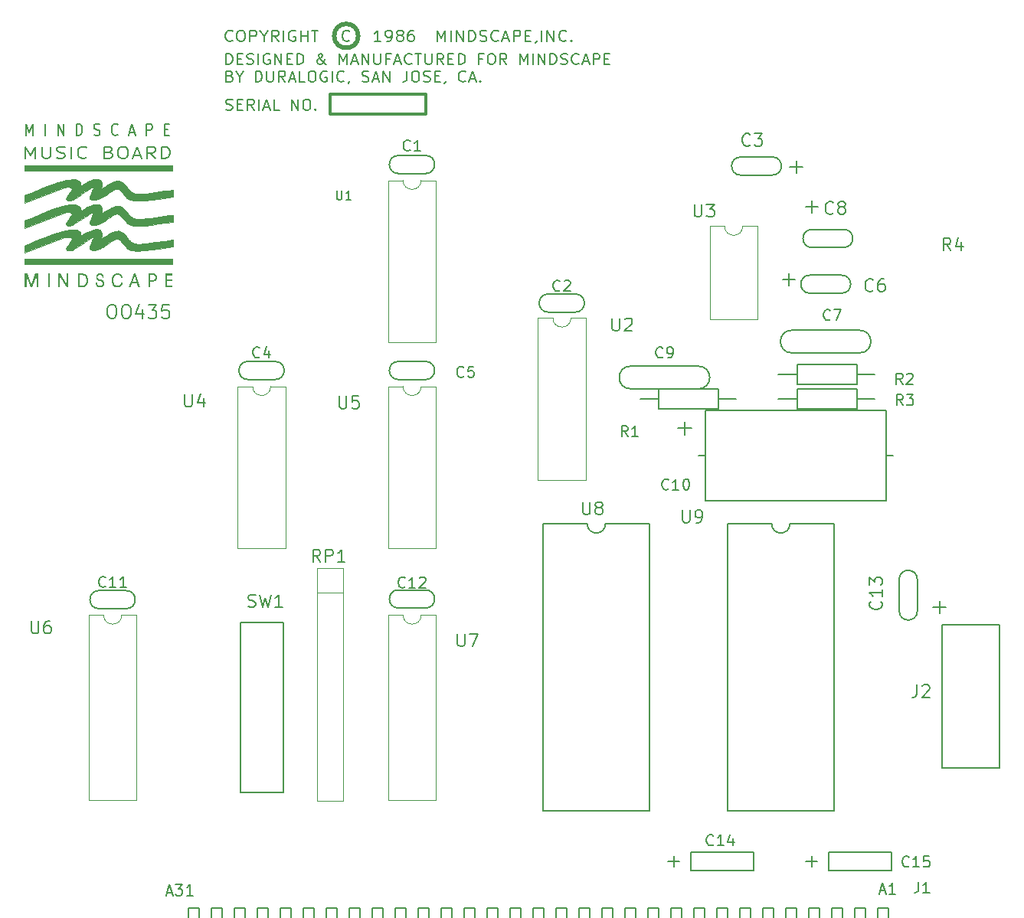
<source format=gto>
G04 #@! TF.GenerationSoftware,KiCad,Pcbnew,8.0.9*
G04 #@! TF.CreationDate,2025-03-24T20:53:25+01:00*
G04 #@! TF.ProjectId,Mindscape_Music_Board,4d696e64-7363-4617-9065-5f4d75736963,rev?*
G04 #@! TF.SameCoordinates,Original*
G04 #@! TF.FileFunction,Legend,Top*
G04 #@! TF.FilePolarity,Positive*
%FSLAX46Y46*%
G04 Gerber Fmt 4.6, Leading zero omitted, Abs format (unit mm)*
G04 Created by KiCad (PCBNEW 8.0.9) date 2025-03-24 20:53:25*
%MOMM*%
%LPD*%
G01*
G04 APERTURE LIST*
G04 Aperture macros list*
%AMRoundRect*
0 Rectangle with rounded corners*
0 $1 Rounding radius*
0 $2 $3 $4 $5 $6 $7 $8 $9 X,Y pos of 4 corners*
0 Add a 4 corners polygon primitive as box body*
4,1,4,$2,$3,$4,$5,$6,$7,$8,$9,$2,$3,0*
0 Add four circle primitives for the rounded corners*
1,1,$1+$1,$2,$3*
1,1,$1+$1,$4,$5*
1,1,$1+$1,$6,$7*
1,1,$1+$1,$8,$9*
0 Add four rect primitives between the rounded corners*
20,1,$1+$1,$2,$3,$4,$5,0*
20,1,$1+$1,$4,$5,$6,$7,0*
20,1,$1+$1,$6,$7,$8,$9,0*
20,1,$1+$1,$8,$9,$2,$3,0*%
G04 Aperture macros list end*
%ADD10C,0.000000*%
%ADD11C,0.042333*%
%ADD12C,0.500000*%
%ADD13C,0.300000*%
%ADD14C,0.200000*%
%ADD15C,0.150000*%
%ADD16C,0.120000*%
%ADD17C,1.600000*%
%ADD18R,1.600000X1.600000*%
%ADD19C,5.000000*%
%ADD20C,4.500000*%
%ADD21O,1.600000X1.600000*%
%ADD22C,1.300000*%
%ADD23RoundRect,0.065000X-0.585000X-3.235000X0.585000X-3.235000X0.585000X3.235000X-0.585000X3.235000X0*%
%ADD24C,3.200000*%
%ADD25C,1.700000*%
%ADD26C,3.000000*%
G04 APERTURE END LIST*
D10*
G36*
X75855172Y-54791280D02*
G01*
X59445860Y-54791280D01*
X59445860Y-54061582D01*
X75855172Y-54061582D01*
X75855172Y-54791280D01*
G37*
G36*
X75855172Y-65104939D02*
G01*
X59445860Y-65104939D01*
X59445860Y-64375242D01*
X75855172Y-64375242D01*
X75855172Y-65104939D01*
G37*
D11*
X67566979Y-61135253D02*
X67649451Y-61153811D01*
X67724573Y-61183303D01*
X67791476Y-61224518D01*
X67849292Y-61278244D01*
X67897153Y-61345269D01*
X67934190Y-61426383D01*
X67959534Y-61522373D01*
X67972317Y-61634029D01*
X67971671Y-61762137D01*
X67956727Y-61907487D01*
X67926616Y-62070868D01*
X67923638Y-62085446D01*
X67921441Y-62098540D01*
X67920013Y-62110202D01*
X67919339Y-62120481D01*
X67919404Y-62129428D01*
X67920194Y-62137094D01*
X67921696Y-62143530D01*
X67923895Y-62148787D01*
X67926778Y-62152915D01*
X67930329Y-62155965D01*
X67934535Y-62157988D01*
X67939381Y-62159035D01*
X67944855Y-62159155D01*
X67950940Y-62158401D01*
X67957624Y-62156823D01*
X67964892Y-62154472D01*
X67972730Y-62151397D01*
X67981124Y-62147651D01*
X67999523Y-62138346D01*
X68019975Y-62126962D01*
X68042368Y-62113905D01*
X68092524Y-62084397D01*
X68120060Y-62068758D01*
X68149084Y-62053070D01*
X68334546Y-61951361D01*
X68514053Y-61846335D01*
X68857980Y-61640737D01*
X69023787Y-61547367D01*
X69186415Y-61465083D01*
X69266754Y-61429224D01*
X69346558Y-61397486D01*
X69425914Y-61370321D01*
X69504910Y-61348178D01*
X69583630Y-61331507D01*
X69662164Y-61320758D01*
X69740596Y-61316382D01*
X69819014Y-61318828D01*
X69897504Y-61328547D01*
X69976154Y-61345989D01*
X70055050Y-61371603D01*
X70134278Y-61405840D01*
X70213926Y-61449150D01*
X70294080Y-61501984D01*
X70374827Y-61564790D01*
X70456253Y-61638020D01*
X70538446Y-61722123D01*
X70621492Y-61817550D01*
X70705477Y-61924750D01*
X70790489Y-62044173D01*
X70848931Y-62127247D01*
X70908662Y-62206240D01*
X70969963Y-62280957D01*
X71033118Y-62351202D01*
X71098408Y-62416777D01*
X71166116Y-62477486D01*
X71236525Y-62533133D01*
X71272830Y-62558997D01*
X71309916Y-62583521D01*
X71347819Y-62606682D01*
X71386573Y-62628454D01*
X71426214Y-62648814D01*
X71466778Y-62667736D01*
X71508298Y-62685196D01*
X71550812Y-62701169D01*
X71594354Y-62715631D01*
X71638959Y-62728557D01*
X71684663Y-62739923D01*
X71731501Y-62749705D01*
X71779509Y-62757877D01*
X71828721Y-62764415D01*
X71879173Y-62769294D01*
X71930900Y-62772490D01*
X71983938Y-62773979D01*
X72038321Y-62773735D01*
X72254451Y-62766288D01*
X72478653Y-62752977D01*
X72946791Y-62711403D01*
X73433773Y-62654285D01*
X73930635Y-62586894D01*
X74918144Y-62442380D01*
X75390864Y-62375800D01*
X75837611Y-62320033D01*
X75846507Y-63076428D01*
X74274910Y-63312825D01*
X73491928Y-63418322D01*
X72748605Y-63495351D01*
X72400671Y-63518503D01*
X72073277Y-63528914D01*
X71769966Y-63524708D01*
X71494280Y-63504011D01*
X71249760Y-63464947D01*
X71039950Y-63405642D01*
X70949167Y-63367813D01*
X70868390Y-63324221D01*
X70798061Y-63274631D01*
X70738623Y-63218808D01*
X70665621Y-63137931D01*
X70591687Y-63054385D01*
X70442014Y-62880864D01*
X70291598Y-62701405D01*
X70142434Y-62519167D01*
X70100706Y-62468573D01*
X70057995Y-62419826D01*
X70013654Y-62373938D01*
X69990671Y-62352382D01*
X69967037Y-62331921D01*
X69942672Y-62312680D01*
X69917495Y-62294786D01*
X69891426Y-62278367D01*
X69864383Y-62263547D01*
X69836285Y-62250454D01*
X69807052Y-62239215D01*
X69776602Y-62229955D01*
X69744855Y-62222801D01*
X69711730Y-62217880D01*
X69677146Y-62215318D01*
X69641022Y-62215242D01*
X69603278Y-62217778D01*
X69563831Y-62223053D01*
X69522602Y-62231193D01*
X69479509Y-62242325D01*
X69434472Y-62256575D01*
X69387409Y-62274070D01*
X69338241Y-62294936D01*
X69286885Y-62319299D01*
X69233261Y-62347287D01*
X69177288Y-62379026D01*
X69118886Y-62414641D01*
X69057972Y-62454261D01*
X68994468Y-62498010D01*
X68834707Y-62610641D01*
X68558450Y-62800635D01*
X68396051Y-62908899D01*
X68227827Y-63017611D01*
X68061544Y-63120473D01*
X67981557Y-63167743D01*
X67904968Y-63211189D01*
X67775324Y-63277766D01*
X67645026Y-63334751D01*
X67515780Y-63381801D01*
X67389291Y-63418575D01*
X67267266Y-63444732D01*
X67151411Y-63459930D01*
X67043431Y-63463828D01*
X66992927Y-63461433D01*
X66945032Y-63456084D01*
X66899959Y-63447740D01*
X66857921Y-63436357D01*
X66819131Y-63421893D01*
X66783803Y-63404305D01*
X66752150Y-63383550D01*
X66724384Y-63359586D01*
X66700720Y-63332370D01*
X66681370Y-63301860D01*
X66666549Y-63268012D01*
X66656468Y-63230785D01*
X66651341Y-63190134D01*
X66651382Y-63146018D01*
X66656804Y-63098395D01*
X66667819Y-63047220D01*
X66684642Y-62992452D01*
X66707485Y-62934048D01*
X67010044Y-62231045D01*
X67019111Y-62208656D01*
X67026424Y-62187725D01*
X67031987Y-62168266D01*
X67035806Y-62150294D01*
X67037887Y-62133824D01*
X67038236Y-62118871D01*
X67036859Y-62105450D01*
X67035525Y-62099318D01*
X67033761Y-62093575D01*
X67031569Y-62088222D01*
X67028949Y-62083262D01*
X67025902Y-62078695D01*
X67022428Y-62074524D01*
X67018528Y-62070752D01*
X67014203Y-62067378D01*
X67009454Y-62064407D01*
X67004281Y-62061838D01*
X66998686Y-62059675D01*
X66992668Y-62057919D01*
X66979369Y-62055635D01*
X66964389Y-62055001D01*
X66947736Y-62056033D01*
X66929414Y-62058745D01*
X66909430Y-62063152D01*
X66887789Y-62069269D01*
X66864497Y-62077110D01*
X66839559Y-62086691D01*
X66812982Y-62098026D01*
X66784772Y-62111131D01*
X66754934Y-62126019D01*
X66723473Y-62142707D01*
X66690397Y-62161208D01*
X66655710Y-62181537D01*
X66619418Y-62203710D01*
X66581527Y-62227741D01*
X66542044Y-62253646D01*
X66500973Y-62281438D01*
X66458320Y-62311133D01*
X66159088Y-62519160D01*
X65784715Y-62774474D01*
X65372282Y-63051631D01*
X64958872Y-63325188D01*
X64905196Y-63358735D01*
X64851723Y-63388964D01*
X64798616Y-63415933D01*
X64746040Y-63439697D01*
X64694157Y-63460312D01*
X64643131Y-63477835D01*
X64593127Y-63492322D01*
X64544307Y-63503828D01*
X64496835Y-63512410D01*
X64450876Y-63518125D01*
X64406592Y-63521027D01*
X64364147Y-63521175D01*
X64323705Y-63518622D01*
X64285430Y-63513427D01*
X64249485Y-63505644D01*
X64216035Y-63495331D01*
X64185241Y-63482543D01*
X64157269Y-63467336D01*
X64132282Y-63449767D01*
X64110444Y-63429891D01*
X64091917Y-63407765D01*
X64076867Y-63383445D01*
X64065456Y-63356988D01*
X64057848Y-63328448D01*
X64054207Y-63297884D01*
X64054697Y-63265349D01*
X64059481Y-63230902D01*
X64068723Y-63194597D01*
X64082586Y-63156492D01*
X64101234Y-63116641D01*
X64124831Y-63075102D01*
X64153541Y-63031931D01*
X64616277Y-62382320D01*
X64636510Y-62351289D01*
X64652250Y-62321483D01*
X64663669Y-62292915D01*
X64670940Y-62265603D01*
X64674236Y-62239560D01*
X64673728Y-62214801D01*
X64669590Y-62191341D01*
X64661994Y-62169196D01*
X64651113Y-62148380D01*
X64637119Y-62128908D01*
X64620185Y-62110796D01*
X64600483Y-62094057D01*
X64578185Y-62078708D01*
X64553465Y-62064762D01*
X64526494Y-62052235D01*
X64497446Y-62041143D01*
X64466493Y-62031499D01*
X64433807Y-62023319D01*
X64399561Y-62016617D01*
X64363927Y-62011409D01*
X64327079Y-62007710D01*
X64289188Y-62005535D01*
X64250427Y-62004898D01*
X64210969Y-62005814D01*
X64170986Y-62008299D01*
X64130650Y-62012367D01*
X64090135Y-62018034D01*
X64049612Y-62025313D01*
X64009255Y-62034221D01*
X63969235Y-62044773D01*
X63929726Y-62056982D01*
X63890899Y-62070864D01*
X59454996Y-63770532D01*
X59472793Y-62960745D01*
X60347358Y-62569844D01*
X61142321Y-62231756D01*
X61860827Y-61944394D01*
X62506023Y-61705670D01*
X63081055Y-61513498D01*
X63589067Y-61365791D01*
X64033206Y-61260461D01*
X64416618Y-61195421D01*
X64742449Y-61168584D01*
X65013844Y-61177863D01*
X65233949Y-61221171D01*
X65405910Y-61296421D01*
X65474820Y-61345372D01*
X65532873Y-61401525D01*
X65617983Y-61534397D01*
X65664387Y-61692950D01*
X65675229Y-61875095D01*
X65758537Y-61811594D01*
X65881921Y-61728757D01*
X66038434Y-61632890D01*
X66221129Y-61530303D01*
X66423056Y-61427301D01*
X66637270Y-61330193D01*
X66856821Y-61245286D01*
X67074762Y-61178886D01*
X67180958Y-61154598D01*
X67284146Y-61137303D01*
X67383458Y-61127788D01*
X67478025Y-61126842D01*
X67566979Y-61135253D01*
G36*
X67566979Y-61135253D02*
G01*
X67649451Y-61153811D01*
X67724573Y-61183303D01*
X67791476Y-61224518D01*
X67849292Y-61278244D01*
X67897153Y-61345269D01*
X67934190Y-61426383D01*
X67959534Y-61522373D01*
X67972317Y-61634029D01*
X67971671Y-61762137D01*
X67956727Y-61907487D01*
X67926616Y-62070868D01*
X67923638Y-62085446D01*
X67921441Y-62098540D01*
X67920013Y-62110202D01*
X67919339Y-62120481D01*
X67919404Y-62129428D01*
X67920194Y-62137094D01*
X67921696Y-62143530D01*
X67923895Y-62148787D01*
X67926778Y-62152915D01*
X67930329Y-62155965D01*
X67934535Y-62157988D01*
X67939381Y-62159035D01*
X67944855Y-62159155D01*
X67950940Y-62158401D01*
X67957624Y-62156823D01*
X67964892Y-62154472D01*
X67972730Y-62151397D01*
X67981124Y-62147651D01*
X67999523Y-62138346D01*
X68019975Y-62126962D01*
X68042368Y-62113905D01*
X68092524Y-62084397D01*
X68120060Y-62068758D01*
X68149084Y-62053070D01*
X68334546Y-61951361D01*
X68514053Y-61846335D01*
X68857980Y-61640737D01*
X69023787Y-61547367D01*
X69186415Y-61465083D01*
X69266754Y-61429224D01*
X69346558Y-61397486D01*
X69425914Y-61370321D01*
X69504910Y-61348178D01*
X69583630Y-61331507D01*
X69662164Y-61320758D01*
X69740596Y-61316382D01*
X69819014Y-61318828D01*
X69897504Y-61328547D01*
X69976154Y-61345989D01*
X70055050Y-61371603D01*
X70134278Y-61405840D01*
X70213926Y-61449150D01*
X70294080Y-61501984D01*
X70374827Y-61564790D01*
X70456253Y-61638020D01*
X70538446Y-61722123D01*
X70621492Y-61817550D01*
X70705477Y-61924750D01*
X70790489Y-62044173D01*
X70848931Y-62127247D01*
X70908662Y-62206240D01*
X70969963Y-62280957D01*
X71033118Y-62351202D01*
X71098408Y-62416777D01*
X71166116Y-62477486D01*
X71236525Y-62533133D01*
X71272830Y-62558997D01*
X71309916Y-62583521D01*
X71347819Y-62606682D01*
X71386573Y-62628454D01*
X71426214Y-62648814D01*
X71466778Y-62667736D01*
X71508298Y-62685196D01*
X71550812Y-62701169D01*
X71594354Y-62715631D01*
X71638959Y-62728557D01*
X71684663Y-62739923D01*
X71731501Y-62749705D01*
X71779509Y-62757877D01*
X71828721Y-62764415D01*
X71879173Y-62769294D01*
X71930900Y-62772490D01*
X71983938Y-62773979D01*
X72038321Y-62773735D01*
X72254451Y-62766288D01*
X72478653Y-62752977D01*
X72946791Y-62711403D01*
X73433773Y-62654285D01*
X73930635Y-62586894D01*
X74918144Y-62442380D01*
X75390864Y-62375800D01*
X75837611Y-62320033D01*
X75846507Y-63076428D01*
X74274910Y-63312825D01*
X73491928Y-63418322D01*
X72748605Y-63495351D01*
X72400671Y-63518503D01*
X72073277Y-63528914D01*
X71769966Y-63524708D01*
X71494280Y-63504011D01*
X71249760Y-63464947D01*
X71039950Y-63405642D01*
X70949167Y-63367813D01*
X70868390Y-63324221D01*
X70798061Y-63274631D01*
X70738623Y-63218808D01*
X70665621Y-63137931D01*
X70591687Y-63054385D01*
X70442014Y-62880864D01*
X70291598Y-62701405D01*
X70142434Y-62519167D01*
X70100706Y-62468573D01*
X70057995Y-62419826D01*
X70013654Y-62373938D01*
X69990671Y-62352382D01*
X69967037Y-62331921D01*
X69942672Y-62312680D01*
X69917495Y-62294786D01*
X69891426Y-62278367D01*
X69864383Y-62263547D01*
X69836285Y-62250454D01*
X69807052Y-62239215D01*
X69776602Y-62229955D01*
X69744855Y-62222801D01*
X69711730Y-62217880D01*
X69677146Y-62215318D01*
X69641022Y-62215242D01*
X69603278Y-62217778D01*
X69563831Y-62223053D01*
X69522602Y-62231193D01*
X69479509Y-62242325D01*
X69434472Y-62256575D01*
X69387409Y-62274070D01*
X69338241Y-62294936D01*
X69286885Y-62319299D01*
X69233261Y-62347287D01*
X69177288Y-62379026D01*
X69118886Y-62414641D01*
X69057972Y-62454261D01*
X68994468Y-62498010D01*
X68834707Y-62610641D01*
X68558450Y-62800635D01*
X68396051Y-62908899D01*
X68227827Y-63017611D01*
X68061544Y-63120473D01*
X67981557Y-63167743D01*
X67904968Y-63211189D01*
X67775324Y-63277766D01*
X67645026Y-63334751D01*
X67515780Y-63381801D01*
X67389291Y-63418575D01*
X67267266Y-63444732D01*
X67151411Y-63459930D01*
X67043431Y-63463828D01*
X66992927Y-63461433D01*
X66945032Y-63456084D01*
X66899959Y-63447740D01*
X66857921Y-63436357D01*
X66819131Y-63421893D01*
X66783803Y-63404305D01*
X66752150Y-63383550D01*
X66724384Y-63359586D01*
X66700720Y-63332370D01*
X66681370Y-63301860D01*
X66666549Y-63268012D01*
X66656468Y-63230785D01*
X66651341Y-63190134D01*
X66651382Y-63146018D01*
X66656804Y-63098395D01*
X66667819Y-63047220D01*
X66684642Y-62992452D01*
X66707485Y-62934048D01*
X67010044Y-62231045D01*
X67019111Y-62208656D01*
X67026424Y-62187725D01*
X67031987Y-62168266D01*
X67035806Y-62150294D01*
X67037887Y-62133824D01*
X67038236Y-62118871D01*
X67036859Y-62105450D01*
X67035525Y-62099318D01*
X67033761Y-62093575D01*
X67031569Y-62088222D01*
X67028949Y-62083262D01*
X67025902Y-62078695D01*
X67022428Y-62074524D01*
X67018528Y-62070752D01*
X67014203Y-62067378D01*
X67009454Y-62064407D01*
X67004281Y-62061838D01*
X66998686Y-62059675D01*
X66992668Y-62057919D01*
X66979369Y-62055635D01*
X66964389Y-62055001D01*
X66947736Y-62056033D01*
X66929414Y-62058745D01*
X66909430Y-62063152D01*
X66887789Y-62069269D01*
X66864497Y-62077110D01*
X66839559Y-62086691D01*
X66812982Y-62098026D01*
X66784772Y-62111131D01*
X66754934Y-62126019D01*
X66723473Y-62142707D01*
X66690397Y-62161208D01*
X66655710Y-62181537D01*
X66619418Y-62203710D01*
X66581527Y-62227741D01*
X66542044Y-62253646D01*
X66500973Y-62281438D01*
X66458320Y-62311133D01*
X66159088Y-62519160D01*
X65784715Y-62774474D01*
X65372282Y-63051631D01*
X64958872Y-63325188D01*
X64905196Y-63358735D01*
X64851723Y-63388964D01*
X64798616Y-63415933D01*
X64746040Y-63439697D01*
X64694157Y-63460312D01*
X64643131Y-63477835D01*
X64593127Y-63492322D01*
X64544307Y-63503828D01*
X64496835Y-63512410D01*
X64450876Y-63518125D01*
X64406592Y-63521027D01*
X64364147Y-63521175D01*
X64323705Y-63518622D01*
X64285430Y-63513427D01*
X64249485Y-63505644D01*
X64216035Y-63495331D01*
X64185241Y-63482543D01*
X64157269Y-63467336D01*
X64132282Y-63449767D01*
X64110444Y-63429891D01*
X64091917Y-63407765D01*
X64076867Y-63383445D01*
X64065456Y-63356988D01*
X64057848Y-63328448D01*
X64054207Y-63297884D01*
X64054697Y-63265349D01*
X64059481Y-63230902D01*
X64068723Y-63194597D01*
X64082586Y-63156492D01*
X64101234Y-63116641D01*
X64124831Y-63075102D01*
X64153541Y-63031931D01*
X64616277Y-62382320D01*
X64636510Y-62351289D01*
X64652250Y-62321483D01*
X64663669Y-62292915D01*
X64670940Y-62265603D01*
X64674236Y-62239560D01*
X64673728Y-62214801D01*
X64669590Y-62191341D01*
X64661994Y-62169196D01*
X64651113Y-62148380D01*
X64637119Y-62128908D01*
X64620185Y-62110796D01*
X64600483Y-62094057D01*
X64578185Y-62078708D01*
X64553465Y-62064762D01*
X64526494Y-62052235D01*
X64497446Y-62041143D01*
X64466493Y-62031499D01*
X64433807Y-62023319D01*
X64399561Y-62016617D01*
X64363927Y-62011409D01*
X64327079Y-62007710D01*
X64289188Y-62005535D01*
X64250427Y-62004898D01*
X64210969Y-62005814D01*
X64170986Y-62008299D01*
X64130650Y-62012367D01*
X64090135Y-62018034D01*
X64049612Y-62025313D01*
X64009255Y-62034221D01*
X63969235Y-62044773D01*
X63929726Y-62056982D01*
X63890899Y-62070864D01*
X59454996Y-63770532D01*
X59472793Y-62960745D01*
X60347358Y-62569844D01*
X61142321Y-62231756D01*
X61860827Y-61944394D01*
X62506023Y-61705670D01*
X63081055Y-61513498D01*
X63589067Y-61365791D01*
X64033206Y-61260461D01*
X64416618Y-61195421D01*
X64742449Y-61168584D01*
X65013844Y-61177863D01*
X65233949Y-61221171D01*
X65405910Y-61296421D01*
X65474820Y-61345372D01*
X65532873Y-61401525D01*
X65617983Y-61534397D01*
X65664387Y-61692950D01*
X65675229Y-61875095D01*
X65758537Y-61811594D01*
X65881921Y-61728757D01*
X66038434Y-61632890D01*
X66221129Y-61530303D01*
X66423056Y-61427301D01*
X66637270Y-61330193D01*
X66856821Y-61245286D01*
X67074762Y-61178886D01*
X67180958Y-61154598D01*
X67284146Y-61137303D01*
X67383458Y-61127788D01*
X67478025Y-61126842D01*
X67566979Y-61135253D01*
G37*
D10*
G36*
X72220807Y-67539653D02*
G01*
X72017999Y-67539653D01*
X71879381Y-67094512D01*
X71338867Y-67094512D01*
X71190947Y-67539653D01*
X71001163Y-67539653D01*
X71211992Y-66930620D01*
X71391897Y-66930620D01*
X71819842Y-66930620D01*
X71612380Y-66274036D01*
X71391897Y-66930620D01*
X71211992Y-66930620D01*
X71515630Y-66053486D01*
X71724951Y-66053486D01*
X72220807Y-67539653D01*
G37*
G36*
X73745261Y-66053925D02*
G01*
X73765310Y-66055241D01*
X73784854Y-66057434D01*
X73803894Y-66060505D01*
X73822430Y-66064453D01*
X73840462Y-66069278D01*
X73857990Y-66074980D01*
X73875014Y-66081560D01*
X73891533Y-66089017D01*
X73907548Y-66097351D01*
X73923059Y-66106563D01*
X73938066Y-66116652D01*
X73952568Y-66127618D01*
X73966566Y-66139462D01*
X73980061Y-66152183D01*
X73993050Y-66165781D01*
X74005390Y-66180048D01*
X74016934Y-66195026D01*
X74027681Y-66210715D01*
X74037632Y-66227116D01*
X74046788Y-66244227D01*
X74055147Y-66262051D01*
X74062710Y-66280585D01*
X74069477Y-66299831D01*
X74075448Y-66319788D01*
X74080622Y-66340457D01*
X74085001Y-66361837D01*
X74088583Y-66383928D01*
X74091370Y-66406731D01*
X74093360Y-66430245D01*
X74094554Y-66454470D01*
X74094952Y-66479407D01*
X74094597Y-66500984D01*
X74093533Y-66522213D01*
X74091758Y-66543095D01*
X74089274Y-66563629D01*
X74086079Y-66583815D01*
X74082175Y-66603654D01*
X74077561Y-66623145D01*
X74072237Y-66642288D01*
X74066204Y-66661083D01*
X74059460Y-66679531D01*
X74052007Y-66697630D01*
X74043843Y-66715382D01*
X74034970Y-66732787D01*
X74025387Y-66749843D01*
X74015093Y-66766552D01*
X74004090Y-66782913D01*
X73992351Y-66798471D01*
X73986195Y-66805874D01*
X73979848Y-66813025D01*
X73973311Y-66819926D01*
X73966583Y-66826576D01*
X73959664Y-66832975D01*
X73952555Y-66839124D01*
X73945254Y-66845021D01*
X73937763Y-66850667D01*
X73930081Y-66856062D01*
X73922209Y-66861207D01*
X73914146Y-66866100D01*
X73905892Y-66870743D01*
X73897447Y-66875134D01*
X73888811Y-66879275D01*
X73870968Y-66886803D01*
X73852362Y-66893328D01*
X73832993Y-66898849D01*
X73812862Y-66903366D01*
X73791967Y-66906879D01*
X73770309Y-66909389D01*
X73747889Y-66910894D01*
X73724706Y-66911396D01*
X73332374Y-66911396D01*
X73332374Y-67539653D01*
X73163385Y-67539653D01*
X73163386Y-66741433D01*
X73163387Y-66226484D01*
X73332377Y-66226484D01*
X73332377Y-66741433D01*
X73668661Y-66741433D01*
X73682715Y-66741208D01*
X73696431Y-66740532D01*
X73709809Y-66739406D01*
X73722849Y-66737829D01*
X73735550Y-66735802D01*
X73747913Y-66733324D01*
X73759938Y-66730396D01*
X73771624Y-66727017D01*
X73782972Y-66723187D01*
X73793982Y-66718908D01*
X73804653Y-66714177D01*
X73814987Y-66708996D01*
X73824981Y-66703365D01*
X73834638Y-66697283D01*
X73843956Y-66690750D01*
X73852936Y-66683767D01*
X73857324Y-66680077D01*
X73861573Y-66676214D01*
X73865683Y-66672180D01*
X73869654Y-66667974D01*
X73873485Y-66663596D01*
X73877177Y-66659046D01*
X73880729Y-66654325D01*
X73884143Y-66649431D01*
X73890551Y-66639128D01*
X73896403Y-66628138D01*
X73901697Y-66616460D01*
X73906434Y-66604094D01*
X73910613Y-66591041D01*
X73914235Y-66577300D01*
X73917300Y-66562872D01*
X73919808Y-66547756D01*
X73921758Y-66531953D01*
X73923152Y-66515462D01*
X73923988Y-66498283D01*
X73924266Y-66480419D01*
X73923868Y-66460344D01*
X73922674Y-66441090D01*
X73920684Y-66422659D01*
X73917897Y-66405049D01*
X73914315Y-66388261D01*
X73909936Y-66372296D01*
X73904762Y-66357152D01*
X73898791Y-66342830D01*
X73892024Y-66329331D01*
X73884461Y-66316653D01*
X73876102Y-66304797D01*
X73866946Y-66293764D01*
X73856995Y-66283552D01*
X73846248Y-66274162D01*
X73834704Y-66265595D01*
X73822364Y-66257849D01*
X73815196Y-66254051D01*
X73807702Y-66250498D01*
X73799884Y-66247190D01*
X73791740Y-66244127D01*
X73783271Y-66241309D01*
X73774477Y-66238736D01*
X73765359Y-66236408D01*
X73755915Y-66234325D01*
X73746146Y-66232487D01*
X73736052Y-66230895D01*
X73725633Y-66229547D01*
X73714889Y-66228444D01*
X73703819Y-66227587D01*
X73692425Y-66226974D01*
X73680705Y-66226607D01*
X73668661Y-66226484D01*
X73332377Y-66226484D01*
X73163387Y-66226484D01*
X73163387Y-66053486D01*
X73724708Y-66053486D01*
X73745261Y-66053925D01*
G37*
G36*
X62229375Y-67539653D02*
G01*
X62042380Y-67539653D01*
X62042380Y-66053486D01*
X62229375Y-66053486D01*
X62229375Y-67539653D01*
G37*
G36*
X67797932Y-66016495D02*
G01*
X67819768Y-66017823D01*
X67841178Y-66020036D01*
X67862163Y-66023134D01*
X67882722Y-66027117D01*
X67902856Y-66031986D01*
X67922564Y-66037740D01*
X67941846Y-66044379D01*
X67960702Y-66051903D01*
X67979133Y-66060313D01*
X67997138Y-66069608D01*
X68014718Y-66079788D01*
X68031872Y-66090853D01*
X68048600Y-66102803D01*
X68064903Y-66115639D01*
X68080780Y-66129360D01*
X68096048Y-66143927D01*
X68110332Y-66159552D01*
X68123630Y-66176237D01*
X68135944Y-66193981D01*
X68147272Y-66212784D01*
X68157615Y-66232646D01*
X68166973Y-66253568D01*
X68175346Y-66275548D01*
X68182734Y-66298588D01*
X68189137Y-66322686D01*
X68194555Y-66347844D01*
X68198988Y-66374061D01*
X68202436Y-66401338D01*
X68204899Y-66429673D01*
X68206376Y-66459068D01*
X68206869Y-66489521D01*
X68061319Y-66489521D01*
X68057987Y-66460546D01*
X68053827Y-66433309D01*
X68051438Y-66420343D01*
X68048841Y-66407811D01*
X68046038Y-66395714D01*
X68043028Y-66384052D01*
X68039811Y-66372825D01*
X68036388Y-66362032D01*
X68032758Y-66351675D01*
X68028921Y-66341752D01*
X68024877Y-66332263D01*
X68020627Y-66323209D01*
X68016170Y-66314590D01*
X68011506Y-66306406D01*
X68006983Y-66299248D01*
X68002266Y-66292318D01*
X67997357Y-66285615D01*
X67992254Y-66279139D01*
X67986959Y-66272890D01*
X67981470Y-66266868D01*
X67975789Y-66261074D01*
X67969914Y-66255507D01*
X67963846Y-66250167D01*
X67957585Y-66245054D01*
X67951131Y-66240168D01*
X67944484Y-66235510D01*
X67937644Y-66231079D01*
X67930611Y-66226875D01*
X67923385Y-66222899D01*
X67915965Y-66219149D01*
X67908353Y-66215627D01*
X67900547Y-66212332D01*
X67892549Y-66209265D01*
X67884357Y-66206424D01*
X67875973Y-66203811D01*
X67867395Y-66201425D01*
X67858624Y-66199266D01*
X67849661Y-66197335D01*
X67840504Y-66195631D01*
X67831154Y-66194154D01*
X67811875Y-66191881D01*
X67791823Y-66190518D01*
X67771000Y-66190063D01*
X67754177Y-66190356D01*
X67737957Y-66191233D01*
X67722339Y-66192695D01*
X67707322Y-66194742D01*
X67692908Y-66197374D01*
X67679095Y-66200591D01*
X67665885Y-66204392D01*
X67653277Y-66208779D01*
X67641270Y-66213750D01*
X67629866Y-66219306D01*
X67619064Y-66225448D01*
X67608863Y-66232174D01*
X67599265Y-66239485D01*
X67590268Y-66247380D01*
X67581874Y-66255861D01*
X67574082Y-66264927D01*
X67566824Y-66274379D01*
X67560035Y-66284021D01*
X67553714Y-66293854D01*
X67547861Y-66303875D01*
X67542477Y-66314087D01*
X67537560Y-66324488D01*
X67533112Y-66335079D01*
X67529132Y-66345860D01*
X67525621Y-66356831D01*
X67522577Y-66367991D01*
X67520002Y-66379341D01*
X67517895Y-66390880D01*
X67516256Y-66402610D01*
X67515085Y-66414529D01*
X67514383Y-66426637D01*
X67514149Y-66438935D01*
X67514423Y-66452364D01*
X67515244Y-66465334D01*
X67516612Y-66477846D01*
X67518527Y-66489899D01*
X67520990Y-66501494D01*
X67524000Y-66512630D01*
X67527557Y-66523308D01*
X67531661Y-66533528D01*
X67536313Y-66543289D01*
X67541512Y-66552592D01*
X67547258Y-66561436D01*
X67553552Y-66569822D01*
X67560393Y-66577750D01*
X67567781Y-66585219D01*
X67575716Y-66592229D01*
X67584199Y-66598782D01*
X67590392Y-66602892D01*
X67597492Y-66607128D01*
X67605497Y-66611491D01*
X67614409Y-66615980D01*
X67624226Y-66620596D01*
X67634950Y-66625338D01*
X67646579Y-66630207D01*
X67659115Y-66635203D01*
X67686904Y-66645572D01*
X67718317Y-66656448D01*
X67753354Y-66667830D01*
X67792015Y-66679717D01*
X67952353Y-66727266D01*
X67966643Y-66731664D01*
X67980519Y-66736260D01*
X67993982Y-66741054D01*
X68007031Y-66746045D01*
X68019667Y-66751234D01*
X68031889Y-66756620D01*
X68043698Y-66762204D01*
X68055094Y-66767985D01*
X68066076Y-66773965D01*
X68076644Y-66780141D01*
X68086799Y-66786516D01*
X68096540Y-66793088D01*
X68105868Y-66799857D01*
X68114782Y-66806825D01*
X68123283Y-66813990D01*
X68131371Y-66821352D01*
X68144566Y-66834746D01*
X68156910Y-66848874D01*
X68168403Y-66863737D01*
X68179044Y-66879335D01*
X68188834Y-66895668D01*
X68197773Y-66912737D01*
X68205861Y-66930540D01*
X68213097Y-66949078D01*
X68219482Y-66968352D01*
X68225015Y-66988360D01*
X68229698Y-67009104D01*
X68233529Y-67030582D01*
X68236508Y-67052796D01*
X68238637Y-67075745D01*
X68239914Y-67099429D01*
X68240339Y-67123848D01*
X68239798Y-67154154D01*
X68238174Y-67183363D01*
X68235468Y-67211472D01*
X68231680Y-67238483D01*
X68226809Y-67264396D01*
X68220856Y-67289210D01*
X68213821Y-67312925D01*
X68205703Y-67335542D01*
X68196503Y-67357060D01*
X68186220Y-67377479D01*
X68174855Y-67396800D01*
X68162408Y-67415022D01*
X68148879Y-67432146D01*
X68134267Y-67448170D01*
X68118572Y-67463096D01*
X68101795Y-67476924D01*
X68084398Y-67489787D01*
X68066648Y-67501821D01*
X68048546Y-67513024D01*
X68030091Y-67523398D01*
X68011283Y-67532942D01*
X67992122Y-67541656D01*
X67972609Y-67549540D01*
X67952743Y-67556594D01*
X67932525Y-67562819D01*
X67911953Y-67568213D01*
X67891030Y-67572778D01*
X67869753Y-67576512D01*
X67848124Y-67579417D01*
X67826142Y-67581492D01*
X67803808Y-67582737D01*
X67781120Y-67583152D01*
X67754824Y-67582598D01*
X67729252Y-67580939D01*
X67704403Y-67578172D01*
X67680278Y-67574300D01*
X67656876Y-67569320D01*
X67634198Y-67563234D01*
X67612243Y-67556042D01*
X67591012Y-67547743D01*
X67570505Y-67538337D01*
X67550721Y-67527825D01*
X67531661Y-67516207D01*
X67513324Y-67503482D01*
X67495711Y-67489650D01*
X67478822Y-67474712D01*
X67462656Y-67458667D01*
X67447214Y-67441516D01*
X67432614Y-67423547D01*
X67418975Y-67404795D01*
X67406297Y-67385260D01*
X67394580Y-67364944D01*
X67383823Y-67343844D01*
X67374027Y-67321963D01*
X67365191Y-67299299D01*
X67357317Y-67275852D01*
X67350403Y-67251623D01*
X67344450Y-67226611D01*
X67339458Y-67200818D01*
X67335426Y-67174241D01*
X67332355Y-67146883D01*
X67330245Y-67118742D01*
X67329096Y-67089818D01*
X67328907Y-67060112D01*
X67474455Y-67060117D01*
X67476364Y-67090989D01*
X67477729Y-67105868D01*
X67479368Y-67120375D01*
X67481280Y-67134511D01*
X67483466Y-67148276D01*
X67485925Y-67161668D01*
X67488659Y-67174690D01*
X67491666Y-67187340D01*
X67494946Y-67199618D01*
X67498501Y-67211525D01*
X67502329Y-67223061D01*
X67506430Y-67234225D01*
X67510805Y-67245017D01*
X67515454Y-67255439D01*
X67520377Y-67265488D01*
X67525308Y-67274575D01*
X67530468Y-67283374D01*
X67535858Y-67291885D01*
X67541477Y-67300106D01*
X67547326Y-67308040D01*
X67553405Y-67315685D01*
X67559713Y-67323041D01*
X67566250Y-67330109D01*
X67573018Y-67336888D01*
X67580014Y-67343379D01*
X67587240Y-67349582D01*
X67594696Y-67355496D01*
X67602382Y-67361121D01*
X67610296Y-67366458D01*
X67618441Y-67371507D01*
X67626815Y-67376267D01*
X67635418Y-67380738D01*
X67644251Y-67384921D01*
X67653314Y-67388816D01*
X67662606Y-67392422D01*
X67672128Y-67395740D01*
X67681879Y-67398769D01*
X67691860Y-67401509D01*
X67702070Y-67403962D01*
X67712510Y-67406125D01*
X67723179Y-67408000D01*
X67734078Y-67409587D01*
X67745207Y-67410885D01*
X67756565Y-67411895D01*
X67768152Y-67412616D01*
X67792016Y-67413193D01*
X67802852Y-67413067D01*
X67813567Y-67412687D01*
X67824160Y-67412055D01*
X67834631Y-67411170D01*
X67844980Y-67410031D01*
X67855208Y-67408640D01*
X67865314Y-67406996D01*
X67875299Y-67405099D01*
X67885162Y-67402949D01*
X67894903Y-67400546D01*
X67904523Y-67397890D01*
X67914021Y-67394981D01*
X67923397Y-67391820D01*
X67932652Y-67388405D01*
X67941785Y-67384738D01*
X67950797Y-67380818D01*
X67959321Y-67376801D01*
X67967574Y-67372590D01*
X67975556Y-67368186D01*
X67983268Y-67363588D01*
X67990709Y-67358796D01*
X67997880Y-67353811D01*
X68004780Y-67348632D01*
X68011409Y-67343259D01*
X68017768Y-67337693D01*
X68023857Y-67331933D01*
X68029674Y-67325980D01*
X68035221Y-67319832D01*
X68040498Y-67313492D01*
X68045504Y-67306957D01*
X68050239Y-67300229D01*
X68054704Y-67293307D01*
X68058898Y-67286192D01*
X68062822Y-67278883D01*
X68066475Y-67271380D01*
X68069857Y-67263684D01*
X68072969Y-67255794D01*
X68075810Y-67247710D01*
X68078381Y-67239433D01*
X68080681Y-67230962D01*
X68082710Y-67222298D01*
X68084469Y-67213439D01*
X68085957Y-67204387D01*
X68087175Y-67195142D01*
X68088122Y-67185703D01*
X68088798Y-67176070D01*
X68089339Y-67156223D01*
X68089111Y-67141320D01*
X68088427Y-67126963D01*
X68087287Y-67113151D01*
X68085691Y-67099885D01*
X68083639Y-67087164D01*
X68081131Y-67074988D01*
X68078166Y-67063357D01*
X68074746Y-67052272D01*
X68070870Y-67041733D01*
X68066537Y-67031738D01*
X68061749Y-67022289D01*
X68056504Y-67013386D01*
X68050803Y-67005027D01*
X68044647Y-66997215D01*
X68038034Y-66989947D01*
X68030965Y-66983225D01*
X68023310Y-66976953D01*
X68015131Y-66970784D01*
X68006429Y-66964718D01*
X67997205Y-66958754D01*
X67987457Y-66952894D01*
X67977187Y-66947136D01*
X67966394Y-66941480D01*
X67955077Y-66935928D01*
X67943238Y-66930478D01*
X67930876Y-66925131D01*
X67917990Y-66919887D01*
X67904582Y-66914745D01*
X67890651Y-66909707D01*
X67876197Y-66904771D01*
X67861220Y-66899938D01*
X67845720Y-66895207D01*
X67690832Y-66849683D01*
X67654275Y-66838412D01*
X67620490Y-66826857D01*
X67589478Y-66815017D01*
X67561239Y-66802893D01*
X67548159Y-66796724D01*
X67535772Y-66790484D01*
X67524079Y-66784173D01*
X67513078Y-66777790D01*
X67502771Y-66771336D01*
X67493157Y-66764811D01*
X67484237Y-66758215D01*
X67476009Y-66751548D01*
X67462814Y-66739554D01*
X67450470Y-66726840D01*
X67438978Y-66713408D01*
X67428337Y-66699256D01*
X67418547Y-66684385D01*
X67409608Y-66668795D01*
X67401521Y-66652486D01*
X67394285Y-66635457D01*
X67387900Y-66617709D01*
X67382367Y-66599242D01*
X67377685Y-66580056D01*
X67373854Y-66560151D01*
X67370874Y-66539526D01*
X67368746Y-66518182D01*
X67367469Y-66496119D01*
X67367043Y-66473337D01*
X67367460Y-66448579D01*
X67368709Y-66424381D01*
X67370792Y-66400745D01*
X67373708Y-66377670D01*
X67377457Y-66355156D01*
X67382039Y-66333203D01*
X67387454Y-66311811D01*
X67393702Y-66290980D01*
X67400783Y-66270711D01*
X67408697Y-66251003D01*
X67417444Y-66231855D01*
X67427025Y-66213269D01*
X67437438Y-66195244D01*
X67448684Y-66177780D01*
X67460764Y-66160878D01*
X67473677Y-66144536D01*
X67487352Y-66128978D01*
X67501721Y-66114423D01*
X67516783Y-66100872D01*
X67532538Y-66088325D01*
X67548986Y-66076782D01*
X67566128Y-66066242D01*
X67583963Y-66056706D01*
X67602491Y-66048174D01*
X67621712Y-66040645D01*
X67641626Y-66034121D01*
X67662234Y-66028600D01*
X67683535Y-66024083D01*
X67705529Y-66020569D01*
X67728216Y-66018060D01*
X67751596Y-66016554D01*
X67775670Y-66016052D01*
X67797932Y-66016495D01*
G37*
D11*
X67566978Y-55600224D02*
X67649450Y-55618781D01*
X67724572Y-55648273D01*
X67791475Y-55689488D01*
X67849291Y-55743214D01*
X67897152Y-55810240D01*
X67934188Y-55891354D01*
X67959533Y-55987344D01*
X67972316Y-56098999D01*
X67971669Y-56227108D01*
X67956725Y-56372458D01*
X67926615Y-56535839D01*
X67923636Y-56550417D01*
X67921440Y-56563511D01*
X67920012Y-56575172D01*
X67919337Y-56585451D01*
X67919402Y-56594398D01*
X67920193Y-56602065D01*
X67921695Y-56608501D01*
X67923894Y-56613758D01*
X67926776Y-56617886D01*
X67930328Y-56620936D01*
X67934534Y-56622959D01*
X67939380Y-56624005D01*
X67944854Y-56624126D01*
X67950939Y-56623372D01*
X67957623Y-56621794D01*
X67964891Y-56619442D01*
X67972729Y-56616368D01*
X67981123Y-56612622D01*
X67999522Y-56603316D01*
X68019974Y-56591932D01*
X68042367Y-56578876D01*
X68092522Y-56549368D01*
X68120059Y-56533729D01*
X68149083Y-56518041D01*
X68334545Y-56416332D01*
X68514052Y-56311306D01*
X68857979Y-56105708D01*
X69023786Y-56012338D01*
X69186414Y-55930054D01*
X69266753Y-55894194D01*
X69346557Y-55862457D01*
X69425913Y-55835292D01*
X69504908Y-55813149D01*
X69583629Y-55796478D01*
X69662162Y-55785729D01*
X69740594Y-55781353D01*
X69819012Y-55783799D01*
X69897503Y-55793518D01*
X69976153Y-55810959D01*
X70055048Y-55836574D01*
X70134277Y-55870811D01*
X70213924Y-55914121D01*
X70294078Y-55966954D01*
X70374825Y-56029761D01*
X70456252Y-56102991D01*
X70538444Y-56187094D01*
X70621490Y-56282520D01*
X70705476Y-56389720D01*
X70790488Y-56509144D01*
X70848930Y-56592217D01*
X70908661Y-56671211D01*
X70969962Y-56745928D01*
X71033116Y-56816172D01*
X71098407Y-56881747D01*
X71166115Y-56942456D01*
X71236523Y-56998103D01*
X71272829Y-57023967D01*
X71309915Y-57048491D01*
X71347817Y-57071652D01*
X71386572Y-57093424D01*
X71426213Y-57113783D01*
X71466776Y-57132705D01*
X71508297Y-57150165D01*
X71550811Y-57166138D01*
X71594352Y-57180601D01*
X71638958Y-57193527D01*
X71684662Y-57204893D01*
X71731500Y-57214675D01*
X71779507Y-57222847D01*
X71828719Y-57229385D01*
X71879171Y-57234264D01*
X71930898Y-57237460D01*
X71983935Y-57238949D01*
X72038319Y-57238706D01*
X72254449Y-57231258D01*
X72478651Y-57217948D01*
X72946790Y-57176374D01*
X73433772Y-57119256D01*
X73930633Y-57051865D01*
X74918141Y-56907351D01*
X75390862Y-56840771D01*
X75837608Y-56785005D01*
X75846505Y-57541399D01*
X74274908Y-57777796D01*
X73491926Y-57883293D01*
X72748603Y-57960322D01*
X72400668Y-57983474D01*
X72073274Y-57993885D01*
X71769964Y-57989679D01*
X71494277Y-57968982D01*
X71249758Y-57929918D01*
X71039947Y-57870613D01*
X70949165Y-57832784D01*
X70868388Y-57789192D01*
X70798059Y-57739601D01*
X70738620Y-57683779D01*
X70665619Y-57602902D01*
X70591684Y-57519356D01*
X70442011Y-57345835D01*
X70291596Y-57166376D01*
X70142431Y-56984138D01*
X70100703Y-56933544D01*
X70057992Y-56884797D01*
X70013652Y-56838909D01*
X69990668Y-56817354D01*
X69967034Y-56796892D01*
X69942670Y-56777651D01*
X69917493Y-56759758D01*
X69891423Y-56743338D01*
X69864380Y-56728519D01*
X69836283Y-56715426D01*
X69807049Y-56704186D01*
X69776600Y-56694926D01*
X69744853Y-56687773D01*
X69711728Y-56682852D01*
X69677144Y-56680290D01*
X69641020Y-56680214D01*
X69603275Y-56682750D01*
X69563829Y-56688025D01*
X69522599Y-56696165D01*
X69479507Y-56707297D01*
X69434469Y-56721546D01*
X69387407Y-56739041D01*
X69338238Y-56759907D01*
X69286882Y-56784270D01*
X69233258Y-56812258D01*
X69177286Y-56843997D01*
X69118883Y-56879612D01*
X69057970Y-56919231D01*
X68994465Y-56962981D01*
X68834705Y-57075612D01*
X68558448Y-57265605D01*
X68396048Y-57373869D01*
X68227824Y-57482581D01*
X68061541Y-57585444D01*
X67981555Y-57632714D01*
X67904966Y-57676160D01*
X67775322Y-57742737D01*
X67645024Y-57799721D01*
X67515778Y-57846771D01*
X67389289Y-57883546D01*
X67267264Y-57909703D01*
X67151408Y-57924901D01*
X67043428Y-57928798D01*
X66992925Y-57926403D01*
X66945030Y-57921054D01*
X66899957Y-57912710D01*
X66857919Y-57901327D01*
X66819129Y-57886863D01*
X66783801Y-57869275D01*
X66752147Y-57848521D01*
X66724382Y-57824557D01*
X66700718Y-57797341D01*
X66681368Y-57766831D01*
X66666546Y-57732983D01*
X66656465Y-57695755D01*
X66651339Y-57655105D01*
X66651380Y-57610989D01*
X66656801Y-57563365D01*
X66667817Y-57512191D01*
X66684640Y-57457423D01*
X66707483Y-57399018D01*
X67010041Y-56696017D01*
X67019109Y-56673628D01*
X67026421Y-56652697D01*
X67031984Y-56633238D01*
X67035803Y-56615266D01*
X67037885Y-56598796D01*
X67038234Y-56583843D01*
X67036857Y-56570422D01*
X67035522Y-56564290D01*
X67033759Y-56558547D01*
X67031567Y-56553194D01*
X67028946Y-56548233D01*
X67025899Y-56543667D01*
X67022425Y-56539496D01*
X67018525Y-56535723D01*
X67014201Y-56532350D01*
X67009451Y-56529378D01*
X67004279Y-56526810D01*
X66998683Y-56524647D01*
X66992665Y-56522891D01*
X66979366Y-56520607D01*
X66964387Y-56519973D01*
X66947734Y-56521005D01*
X66929412Y-56523717D01*
X66909428Y-56528124D01*
X66887786Y-56534241D01*
X66864494Y-56542082D01*
X66839557Y-56551663D01*
X66812980Y-56562998D01*
X66784770Y-56576103D01*
X66754931Y-56590991D01*
X66723471Y-56607679D01*
X66690394Y-56626180D01*
X66655707Y-56646509D01*
X66619415Y-56668682D01*
X66581525Y-56692713D01*
X66542041Y-56718617D01*
X66500970Y-56746410D01*
X66458318Y-56776105D01*
X66159086Y-56984131D01*
X65784713Y-57239445D01*
X65372280Y-57516602D01*
X64958869Y-57790157D01*
X64905194Y-57823704D01*
X64851721Y-57853934D01*
X64798614Y-57880902D01*
X64746037Y-57904666D01*
X64694154Y-57925281D01*
X64643129Y-57942804D01*
X64593124Y-57957291D01*
X64544304Y-57968797D01*
X64496833Y-57977379D01*
X64450873Y-57983094D01*
X64406589Y-57985997D01*
X64364145Y-57986144D01*
X64323703Y-57983592D01*
X64285428Y-57978396D01*
X64249483Y-57970614D01*
X64216032Y-57960301D01*
X64185239Y-57947513D01*
X64157267Y-57932306D01*
X64132280Y-57914737D01*
X64110441Y-57894861D01*
X64091915Y-57872735D01*
X64076864Y-57848416D01*
X64065454Y-57821958D01*
X64057846Y-57793419D01*
X64054205Y-57762854D01*
X64054695Y-57730320D01*
X64059479Y-57695872D01*
X64068720Y-57659568D01*
X64082583Y-57621462D01*
X64101232Y-57581612D01*
X64124829Y-57540073D01*
X64153539Y-57496902D01*
X64616274Y-56847292D01*
X64636507Y-56816261D01*
X64652247Y-56786454D01*
X64663666Y-56757887D01*
X64670937Y-56730575D01*
X64674233Y-56704532D01*
X64673726Y-56679773D01*
X64669588Y-56656313D01*
X64661992Y-56634168D01*
X64651111Y-56613352D01*
X64637117Y-56593880D01*
X64620182Y-56575768D01*
X64600480Y-56559029D01*
X64578183Y-56543680D01*
X64553462Y-56529734D01*
X64526492Y-56517207D01*
X64497444Y-56506115D01*
X64466490Y-56496471D01*
X64433804Y-56488290D01*
X64399559Y-56481589D01*
X64363925Y-56476381D01*
X64327077Y-56472682D01*
X64289186Y-56470507D01*
X64250425Y-56469870D01*
X64210966Y-56470786D01*
X64170983Y-56473271D01*
X64130648Y-56477339D01*
X64090132Y-56483006D01*
X64049610Y-56490285D01*
X64009252Y-56499193D01*
X63969233Y-56509744D01*
X63929723Y-56521954D01*
X63890897Y-56535836D01*
X59454995Y-58235502D01*
X59472793Y-57425714D01*
X60347358Y-57034813D01*
X61142320Y-56696726D01*
X61860827Y-56409364D01*
X62506023Y-56170640D01*
X63081054Y-55978469D01*
X63589067Y-55830761D01*
X64033206Y-55725431D01*
X64416618Y-55660391D01*
X64742449Y-55633555D01*
X65013844Y-55642834D01*
X65233949Y-55686142D01*
X65405910Y-55761392D01*
X65474819Y-55810342D01*
X65532872Y-55866496D01*
X65617982Y-55999368D01*
X65664386Y-56157920D01*
X65675228Y-56340066D01*
X65758536Y-56276565D01*
X65881920Y-56193727D01*
X66038433Y-56097861D01*
X66221127Y-55995274D01*
X66423055Y-55892272D01*
X66637268Y-55795164D01*
X66856820Y-55710256D01*
X67074761Y-55643857D01*
X67180957Y-55619569D01*
X67284145Y-55602273D01*
X67383457Y-55592758D01*
X67478024Y-55591812D01*
X67566978Y-55600224D01*
G36*
X67566978Y-55600224D02*
G01*
X67649450Y-55618781D01*
X67724572Y-55648273D01*
X67791475Y-55689488D01*
X67849291Y-55743214D01*
X67897152Y-55810240D01*
X67934188Y-55891354D01*
X67959533Y-55987344D01*
X67972316Y-56098999D01*
X67971669Y-56227108D01*
X67956725Y-56372458D01*
X67926615Y-56535839D01*
X67923636Y-56550417D01*
X67921440Y-56563511D01*
X67920012Y-56575172D01*
X67919337Y-56585451D01*
X67919402Y-56594398D01*
X67920193Y-56602065D01*
X67921695Y-56608501D01*
X67923894Y-56613758D01*
X67926776Y-56617886D01*
X67930328Y-56620936D01*
X67934534Y-56622959D01*
X67939380Y-56624005D01*
X67944854Y-56624126D01*
X67950939Y-56623372D01*
X67957623Y-56621794D01*
X67964891Y-56619442D01*
X67972729Y-56616368D01*
X67981123Y-56612622D01*
X67999522Y-56603316D01*
X68019974Y-56591932D01*
X68042367Y-56578876D01*
X68092522Y-56549368D01*
X68120059Y-56533729D01*
X68149083Y-56518041D01*
X68334545Y-56416332D01*
X68514052Y-56311306D01*
X68857979Y-56105708D01*
X69023786Y-56012338D01*
X69186414Y-55930054D01*
X69266753Y-55894194D01*
X69346557Y-55862457D01*
X69425913Y-55835292D01*
X69504908Y-55813149D01*
X69583629Y-55796478D01*
X69662162Y-55785729D01*
X69740594Y-55781353D01*
X69819012Y-55783799D01*
X69897503Y-55793518D01*
X69976153Y-55810959D01*
X70055048Y-55836574D01*
X70134277Y-55870811D01*
X70213924Y-55914121D01*
X70294078Y-55966954D01*
X70374825Y-56029761D01*
X70456252Y-56102991D01*
X70538444Y-56187094D01*
X70621490Y-56282520D01*
X70705476Y-56389720D01*
X70790488Y-56509144D01*
X70848930Y-56592217D01*
X70908661Y-56671211D01*
X70969962Y-56745928D01*
X71033116Y-56816172D01*
X71098407Y-56881747D01*
X71166115Y-56942456D01*
X71236523Y-56998103D01*
X71272829Y-57023967D01*
X71309915Y-57048491D01*
X71347817Y-57071652D01*
X71386572Y-57093424D01*
X71426213Y-57113783D01*
X71466776Y-57132705D01*
X71508297Y-57150165D01*
X71550811Y-57166138D01*
X71594352Y-57180601D01*
X71638958Y-57193527D01*
X71684662Y-57204893D01*
X71731500Y-57214675D01*
X71779507Y-57222847D01*
X71828719Y-57229385D01*
X71879171Y-57234264D01*
X71930898Y-57237460D01*
X71983935Y-57238949D01*
X72038319Y-57238706D01*
X72254449Y-57231258D01*
X72478651Y-57217948D01*
X72946790Y-57176374D01*
X73433772Y-57119256D01*
X73930633Y-57051865D01*
X74918141Y-56907351D01*
X75390862Y-56840771D01*
X75837608Y-56785005D01*
X75846505Y-57541399D01*
X74274908Y-57777796D01*
X73491926Y-57883293D01*
X72748603Y-57960322D01*
X72400668Y-57983474D01*
X72073274Y-57993885D01*
X71769964Y-57989679D01*
X71494277Y-57968982D01*
X71249758Y-57929918D01*
X71039947Y-57870613D01*
X70949165Y-57832784D01*
X70868388Y-57789192D01*
X70798059Y-57739601D01*
X70738620Y-57683779D01*
X70665619Y-57602902D01*
X70591684Y-57519356D01*
X70442011Y-57345835D01*
X70291596Y-57166376D01*
X70142431Y-56984138D01*
X70100703Y-56933544D01*
X70057992Y-56884797D01*
X70013652Y-56838909D01*
X69990668Y-56817354D01*
X69967034Y-56796892D01*
X69942670Y-56777651D01*
X69917493Y-56759758D01*
X69891423Y-56743338D01*
X69864380Y-56728519D01*
X69836283Y-56715426D01*
X69807049Y-56704186D01*
X69776600Y-56694926D01*
X69744853Y-56687773D01*
X69711728Y-56682852D01*
X69677144Y-56680290D01*
X69641020Y-56680214D01*
X69603275Y-56682750D01*
X69563829Y-56688025D01*
X69522599Y-56696165D01*
X69479507Y-56707297D01*
X69434469Y-56721546D01*
X69387407Y-56739041D01*
X69338238Y-56759907D01*
X69286882Y-56784270D01*
X69233258Y-56812258D01*
X69177286Y-56843997D01*
X69118883Y-56879612D01*
X69057970Y-56919231D01*
X68994465Y-56962981D01*
X68834705Y-57075612D01*
X68558448Y-57265605D01*
X68396048Y-57373869D01*
X68227824Y-57482581D01*
X68061541Y-57585444D01*
X67981555Y-57632714D01*
X67904966Y-57676160D01*
X67775322Y-57742737D01*
X67645024Y-57799721D01*
X67515778Y-57846771D01*
X67389289Y-57883546D01*
X67267264Y-57909703D01*
X67151408Y-57924901D01*
X67043428Y-57928798D01*
X66992925Y-57926403D01*
X66945030Y-57921054D01*
X66899957Y-57912710D01*
X66857919Y-57901327D01*
X66819129Y-57886863D01*
X66783801Y-57869275D01*
X66752147Y-57848521D01*
X66724382Y-57824557D01*
X66700718Y-57797341D01*
X66681368Y-57766831D01*
X66666546Y-57732983D01*
X66656465Y-57695755D01*
X66651339Y-57655105D01*
X66651380Y-57610989D01*
X66656801Y-57563365D01*
X66667817Y-57512191D01*
X66684640Y-57457423D01*
X66707483Y-57399018D01*
X67010041Y-56696017D01*
X67019109Y-56673628D01*
X67026421Y-56652697D01*
X67031984Y-56633238D01*
X67035803Y-56615266D01*
X67037885Y-56598796D01*
X67038234Y-56583843D01*
X67036857Y-56570422D01*
X67035522Y-56564290D01*
X67033759Y-56558547D01*
X67031567Y-56553194D01*
X67028946Y-56548233D01*
X67025899Y-56543667D01*
X67022425Y-56539496D01*
X67018525Y-56535723D01*
X67014201Y-56532350D01*
X67009451Y-56529378D01*
X67004279Y-56526810D01*
X66998683Y-56524647D01*
X66992665Y-56522891D01*
X66979366Y-56520607D01*
X66964387Y-56519973D01*
X66947734Y-56521005D01*
X66929412Y-56523717D01*
X66909428Y-56528124D01*
X66887786Y-56534241D01*
X66864494Y-56542082D01*
X66839557Y-56551663D01*
X66812980Y-56562998D01*
X66784770Y-56576103D01*
X66754931Y-56590991D01*
X66723471Y-56607679D01*
X66690394Y-56626180D01*
X66655707Y-56646509D01*
X66619415Y-56668682D01*
X66581525Y-56692713D01*
X66542041Y-56718617D01*
X66500970Y-56746410D01*
X66458318Y-56776105D01*
X66159086Y-56984131D01*
X65784713Y-57239445D01*
X65372280Y-57516602D01*
X64958869Y-57790157D01*
X64905194Y-57823704D01*
X64851721Y-57853934D01*
X64798614Y-57880902D01*
X64746037Y-57904666D01*
X64694154Y-57925281D01*
X64643129Y-57942804D01*
X64593124Y-57957291D01*
X64544304Y-57968797D01*
X64496833Y-57977379D01*
X64450873Y-57983094D01*
X64406589Y-57985997D01*
X64364145Y-57986144D01*
X64323703Y-57983592D01*
X64285428Y-57978396D01*
X64249483Y-57970614D01*
X64216032Y-57960301D01*
X64185239Y-57947513D01*
X64157267Y-57932306D01*
X64132280Y-57914737D01*
X64110441Y-57894861D01*
X64091915Y-57872735D01*
X64076864Y-57848416D01*
X64065454Y-57821958D01*
X64057846Y-57793419D01*
X64054205Y-57762854D01*
X64054695Y-57730320D01*
X64059479Y-57695872D01*
X64068720Y-57659568D01*
X64082583Y-57621462D01*
X64101232Y-57581612D01*
X64124829Y-57540073D01*
X64153539Y-57496902D01*
X64616274Y-56847292D01*
X64636507Y-56816261D01*
X64652247Y-56786454D01*
X64663666Y-56757887D01*
X64670937Y-56730575D01*
X64674233Y-56704532D01*
X64673726Y-56679773D01*
X64669588Y-56656313D01*
X64661992Y-56634168D01*
X64651111Y-56613352D01*
X64637117Y-56593880D01*
X64620182Y-56575768D01*
X64600480Y-56559029D01*
X64578183Y-56543680D01*
X64553462Y-56529734D01*
X64526492Y-56517207D01*
X64497444Y-56506115D01*
X64466490Y-56496471D01*
X64433804Y-56488290D01*
X64399559Y-56481589D01*
X64363925Y-56476381D01*
X64327077Y-56472682D01*
X64289186Y-56470507D01*
X64250425Y-56469870D01*
X64210966Y-56470786D01*
X64170983Y-56473271D01*
X64130648Y-56477339D01*
X64090132Y-56483006D01*
X64049610Y-56490285D01*
X64009252Y-56499193D01*
X63969233Y-56509744D01*
X63929723Y-56521954D01*
X63890897Y-56535836D01*
X59454995Y-58235502D01*
X59472793Y-57425714D01*
X60347358Y-57034813D01*
X61142320Y-56696726D01*
X61860827Y-56409364D01*
X62506023Y-56170640D01*
X63081054Y-55978469D01*
X63589067Y-55830761D01*
X64033206Y-55725431D01*
X64416618Y-55660391D01*
X64742449Y-55633555D01*
X65013844Y-55642834D01*
X65233949Y-55686142D01*
X65405910Y-55761392D01*
X65474819Y-55810342D01*
X65532872Y-55866496D01*
X65617982Y-55999368D01*
X65664386Y-56157920D01*
X65675228Y-56340066D01*
X65758536Y-56276565D01*
X65881920Y-56193727D01*
X66038433Y-56097861D01*
X66221127Y-55995274D01*
X66423055Y-55892272D01*
X66637268Y-55795164D01*
X66856820Y-55710256D01*
X67074761Y-55643857D01*
X67180957Y-55619569D01*
X67284145Y-55602273D01*
X67383457Y-55592758D01*
X67478024Y-55591812D01*
X67566978Y-55600224D01*
G37*
D12*
X96340000Y-39760000D02*
G75*
G02*
X93680000Y-39760000I-1330000J0D01*
G01*
X93680000Y-39760000D02*
G75*
G02*
X96340000Y-39760000I1330000J0D01*
G01*
D10*
G36*
X60230000Y-67310000D02*
G01*
X60672765Y-66053486D01*
X60970758Y-66053486D01*
X60970758Y-67539653D01*
X60771039Y-67539653D01*
X60771039Y-66662522D01*
X60771171Y-66636029D01*
X60771568Y-66602074D01*
X60773153Y-66511780D01*
X60774078Y-66458225D01*
X60774739Y-66402772D01*
X60775267Y-66286174D01*
X60332502Y-67539653D01*
X60124329Y-67539653D01*
X59678393Y-66286174D01*
X59678393Y-66331702D01*
X59678526Y-66362620D01*
X59678922Y-66400748D01*
X59680508Y-66498628D01*
X59682885Y-66595244D01*
X59683479Y-66632550D01*
X59683677Y-66662522D01*
X59683677Y-67539653D01*
X59482902Y-67539653D01*
X59482900Y-66053486D01*
X59784064Y-66053486D01*
X60230000Y-67310000D01*
G37*
G36*
X69763123Y-66013601D02*
G01*
X69794205Y-66015344D01*
X69824379Y-66018248D01*
X69853644Y-66022315D01*
X69882001Y-66027543D01*
X69909449Y-66033933D01*
X69935988Y-66041486D01*
X69961619Y-66050199D01*
X69986342Y-66060075D01*
X70010156Y-66071113D01*
X70033061Y-66083313D01*
X70055058Y-66096674D01*
X70076147Y-66111197D01*
X70096327Y-66126882D01*
X70115598Y-66143729D01*
X70133961Y-66161738D01*
X70151372Y-66180486D01*
X70167787Y-66199551D01*
X70183206Y-66218931D01*
X70197630Y-66238628D01*
X70211057Y-66258641D01*
X70223489Y-66278969D01*
X70234926Y-66299614D01*
X70245366Y-66320575D01*
X70254811Y-66341852D01*
X70263260Y-66363445D01*
X70270713Y-66385355D01*
X70277171Y-66407580D01*
X70282633Y-66430122D01*
X70287099Y-66452980D01*
X70290570Y-66476153D01*
X70293044Y-66499643D01*
X70112565Y-66499643D01*
X70108487Y-66481919D01*
X70103930Y-66464661D01*
X70098893Y-66447869D01*
X70093376Y-66431544D01*
X70087380Y-66415685D01*
X70080904Y-66400292D01*
X70073949Y-66385366D01*
X70066513Y-66370906D01*
X70058599Y-66356912D01*
X70050204Y-66343385D01*
X70041330Y-66330324D01*
X70031976Y-66317729D01*
X70022142Y-66305601D01*
X70011829Y-66293939D01*
X70001036Y-66282743D01*
X69989763Y-66272014D01*
X69978076Y-66261846D01*
X69965807Y-66252333D01*
X69952957Y-66243477D01*
X69939526Y-66235277D01*
X69925513Y-66227732D01*
X69910918Y-66220844D01*
X69895742Y-66214612D01*
X69879985Y-66209036D01*
X69863646Y-66204116D01*
X69846726Y-66199852D01*
X69829225Y-66196244D01*
X69811142Y-66193292D01*
X69792477Y-66190996D01*
X69773231Y-66189356D01*
X69753404Y-66188372D01*
X69732995Y-66188044D01*
X69708062Y-66188649D01*
X69683733Y-66190463D01*
X69660006Y-66193486D01*
X69636882Y-66197718D01*
X69614362Y-66203160D01*
X69592445Y-66209811D01*
X69571132Y-66217671D01*
X69550421Y-66226741D01*
X69530314Y-66237019D01*
X69510810Y-66248508D01*
X69491909Y-66261205D01*
X69473612Y-66275112D01*
X69455918Y-66290228D01*
X69438827Y-66306553D01*
X69422339Y-66324088D01*
X69406455Y-66342832D01*
X69391472Y-66362698D01*
X69377455Y-66383852D01*
X69364405Y-66406295D01*
X69352322Y-66430026D01*
X69341205Y-66455046D01*
X69331056Y-66481354D01*
X69321872Y-66508950D01*
X69313656Y-66537834D01*
X69306406Y-66568007D01*
X69300122Y-66599468D01*
X69294805Y-66632218D01*
X69290455Y-66666255D01*
X69287072Y-66701582D01*
X69284655Y-66738196D01*
X69283205Y-66776099D01*
X69282722Y-66815290D01*
X69283158Y-66847534D01*
X69284466Y-66879011D01*
X69286647Y-66909722D01*
X69289699Y-66939665D01*
X69293624Y-66968842D01*
X69298421Y-66997253D01*
X69304090Y-67024896D01*
X69310632Y-67051773D01*
X69318045Y-67077883D01*
X69326331Y-67103227D01*
X69335489Y-67127803D01*
X69345519Y-67151614D01*
X69356421Y-67174657D01*
X69368195Y-67196934D01*
X69380842Y-67218444D01*
X69394360Y-67239187D01*
X69408860Y-67258789D01*
X69424217Y-67277126D01*
X69440433Y-67294198D01*
X69448862Y-67302260D01*
X69457505Y-67310006D01*
X69466363Y-67317436D01*
X69475436Y-67324549D01*
X69484723Y-67331347D01*
X69494224Y-67337828D01*
X69503940Y-67343993D01*
X69513870Y-67349842D01*
X69524014Y-67355375D01*
X69534373Y-67360591D01*
X69544946Y-67365492D01*
X69555734Y-67370076D01*
X69577953Y-67378296D01*
X69601029Y-67385252D01*
X69624963Y-67390942D01*
X69649755Y-67395369D01*
X69675404Y-67398530D01*
X69701910Y-67400427D01*
X69729275Y-67401059D01*
X69754477Y-67400392D01*
X69778915Y-67398388D01*
X69802591Y-67395049D01*
X69825504Y-67390373D01*
X69847653Y-67384363D01*
X69869039Y-67377016D01*
X69889663Y-67368333D01*
X69909523Y-67358315D01*
X69928620Y-67346961D01*
X69946953Y-67334272D01*
X69964524Y-67320246D01*
X69981331Y-67304885D01*
X69997376Y-67288188D01*
X70012657Y-67270156D01*
X70027175Y-67250787D01*
X70040930Y-67230083D01*
X70047911Y-67218607D01*
X70054666Y-67206688D01*
X70061197Y-67194327D01*
X70067502Y-67181523D01*
X70073581Y-67168277D01*
X70079436Y-67154588D01*
X70085065Y-67140456D01*
X70090469Y-67125881D01*
X70095647Y-67110864D01*
X70100600Y-67095404D01*
X70105328Y-67079502D01*
X70109831Y-67063157D01*
X70114109Y-67046369D01*
X70118161Y-67029138D01*
X70121988Y-67011465D01*
X70125589Y-66993350D01*
X70306069Y-66993350D01*
X70302610Y-67022392D01*
X70298278Y-67050841D01*
X70293074Y-67078698D01*
X70286998Y-67105962D01*
X70280050Y-67132633D01*
X70272230Y-67158712D01*
X70263537Y-67184198D01*
X70253972Y-67209091D01*
X70243535Y-67233391D01*
X70232226Y-67257099D01*
X70220045Y-67280213D01*
X70206991Y-67302735D01*
X70193066Y-67324664D01*
X70178268Y-67346000D01*
X70162598Y-67366744D01*
X70146056Y-67386894D01*
X70125262Y-67410049D01*
X70103581Y-67431709D01*
X70081013Y-67451876D01*
X70057559Y-67470549D01*
X70033218Y-67487728D01*
X70007991Y-67503413D01*
X69981876Y-67517605D01*
X69954875Y-67530302D01*
X69926988Y-67541506D01*
X69898213Y-67551216D01*
X69868552Y-67559432D01*
X69838005Y-67566155D01*
X69806570Y-67571383D01*
X69774249Y-67575118D01*
X69741041Y-67577358D01*
X69706947Y-67578105D01*
X69677475Y-67577493D01*
X69648599Y-67575655D01*
X69620319Y-67572592D01*
X69592635Y-67568305D01*
X69565547Y-67562792D01*
X69539055Y-67556054D01*
X69513158Y-67548091D01*
X69487858Y-67538902D01*
X69463154Y-67528489D01*
X69439046Y-67516851D01*
X69415534Y-67503987D01*
X69392617Y-67489899D01*
X69370297Y-67474585D01*
X69348572Y-67458047D01*
X69327444Y-67440283D01*
X69306911Y-67421294D01*
X69281113Y-67394488D01*
X69256980Y-67365920D01*
X69234511Y-67335590D01*
X69213706Y-67303497D01*
X69194565Y-67269641D01*
X69177089Y-67234022D01*
X69161277Y-67196641D01*
X69147130Y-67157498D01*
X69134647Y-67116592D01*
X69123829Y-67073923D01*
X69114674Y-67029491D01*
X69107185Y-66983297D01*
X69101359Y-66935341D01*
X69097198Y-66885622D01*
X69094702Y-66834140D01*
X69093869Y-66780896D01*
X69094495Y-66740258D01*
X69096370Y-66700546D01*
X69099495Y-66661758D01*
X69103870Y-66623894D01*
X69109496Y-66586956D01*
X69116372Y-66550942D01*
X69124497Y-66515853D01*
X69133873Y-66481689D01*
X69144499Y-66448450D01*
X69156375Y-66416135D01*
X69169502Y-66384745D01*
X69183878Y-66354280D01*
X69199504Y-66324740D01*
X69216381Y-66296124D01*
X69234507Y-66268433D01*
X69253884Y-66241667D01*
X69276026Y-66213980D01*
X69299193Y-66188079D01*
X69323385Y-66163964D01*
X69348602Y-66141636D01*
X69374843Y-66121094D01*
X69402109Y-66102338D01*
X69430400Y-66085368D01*
X69459716Y-66070185D01*
X69490056Y-66056788D01*
X69521422Y-66045177D01*
X69553812Y-66035353D01*
X69587226Y-66027315D01*
X69621666Y-66021063D01*
X69657131Y-66016597D01*
X69693620Y-66013918D01*
X69731134Y-66013025D01*
X69731133Y-66013020D01*
X69763123Y-66013601D01*
G37*
G36*
X64110630Y-67257395D02*
G01*
X64110630Y-66053486D01*
X64286460Y-66053486D01*
X64286460Y-67539653D01*
X64079000Y-67539653D01*
X63378473Y-66336758D01*
X63378473Y-67539653D01*
X63201712Y-67539653D01*
X63201712Y-66053486D01*
X63420336Y-66053486D01*
X64110630Y-67257395D01*
G37*
G36*
X75807125Y-66235588D02*
G01*
X75163707Y-66235588D01*
X75163707Y-66686802D01*
X75758702Y-66686802D01*
X75758702Y-66858787D01*
X75163707Y-66858787D01*
X75163707Y-67362607D01*
X75818128Y-67362607D01*
X75818128Y-67539651D01*
X75021376Y-67539651D01*
X75021378Y-66053486D01*
X75807125Y-66053486D01*
X75807125Y-66235588D01*
G37*
D13*
X93210000Y-46210000D02*
X103810000Y-46210000D01*
X103810000Y-48380000D01*
X93210000Y-48380000D01*
X93210000Y-46210000D01*
D11*
X67566977Y-58367738D02*
X67649449Y-58386295D01*
X67724571Y-58415787D01*
X67791474Y-58457002D01*
X67849290Y-58510728D01*
X67897151Y-58577754D01*
X67934187Y-58658868D01*
X67959531Y-58754858D01*
X67972315Y-58866513D01*
X67971668Y-58994621D01*
X67956724Y-59139972D01*
X67926614Y-59303352D01*
X67923635Y-59317930D01*
X67921439Y-59331025D01*
X67920011Y-59342686D01*
X67919336Y-59352965D01*
X67919401Y-59361912D01*
X67920192Y-59369579D01*
X67921694Y-59376015D01*
X67923893Y-59381271D01*
X67926775Y-59385400D01*
X67930326Y-59388450D01*
X67934532Y-59390473D01*
X67939379Y-59391519D01*
X67944852Y-59391640D01*
X67950938Y-59390886D01*
X67957622Y-59389308D01*
X67964890Y-59386956D01*
X67972728Y-59383882D01*
X67981122Y-59380135D01*
X67999520Y-59370830D01*
X68019973Y-59359446D01*
X68042366Y-59346389D01*
X68092521Y-59316881D01*
X68120057Y-59301242D01*
X68149082Y-59285554D01*
X68334543Y-59183845D01*
X68514051Y-59078819D01*
X68857978Y-58873222D01*
X69023785Y-58779851D01*
X69186413Y-58697567D01*
X69266752Y-58661708D01*
X69346556Y-58629971D01*
X69425912Y-58602806D01*
X69504907Y-58580662D01*
X69583628Y-58563991D01*
X69662161Y-58553243D01*
X69740593Y-58548867D01*
X69819011Y-58551313D01*
X69897502Y-58561032D01*
X69976151Y-58578473D01*
X70055047Y-58604088D01*
X70134275Y-58638325D01*
X70213923Y-58681635D01*
X70294077Y-58734468D01*
X70374824Y-58797275D01*
X70456250Y-58870504D01*
X70538443Y-58954607D01*
X70621489Y-59050034D01*
X70705475Y-59157234D01*
X70790487Y-59276658D01*
X70848929Y-59359731D01*
X70908659Y-59438724D01*
X70969961Y-59513441D01*
X71033115Y-59583685D01*
X71098405Y-59649260D01*
X71166113Y-59709969D01*
X71236522Y-59765616D01*
X71272827Y-59791480D01*
X71309913Y-59816004D01*
X71347816Y-59839165D01*
X71386570Y-59860937D01*
X71426211Y-59881297D01*
X71466775Y-59900219D01*
X71508295Y-59917679D01*
X71550809Y-59933652D01*
X71594351Y-59948114D01*
X71638956Y-59961040D01*
X71684660Y-59972407D01*
X71731498Y-59982188D01*
X71779505Y-59990360D01*
X71828717Y-59996898D01*
X71879169Y-60001777D01*
X71930896Y-60004974D01*
X71983933Y-60006463D01*
X72038316Y-60006219D01*
X72254447Y-59998772D01*
X72478649Y-59985461D01*
X72946788Y-59943887D01*
X73433770Y-59886769D01*
X73930632Y-59819378D01*
X74918141Y-59674865D01*
X75390862Y-59608285D01*
X75837608Y-59552518D01*
X75846505Y-60308912D01*
X74274908Y-60545310D01*
X73491925Y-60650806D01*
X72748602Y-60727836D01*
X72400667Y-60750988D01*
X72073273Y-60761399D01*
X71769962Y-60757193D01*
X71494276Y-60736495D01*
X71249756Y-60697431D01*
X71039945Y-60638126D01*
X70949163Y-60600297D01*
X70868385Y-60556705D01*
X70798056Y-60507115D01*
X70738618Y-60451293D01*
X70665617Y-60370416D01*
X70591682Y-60286869D01*
X70442009Y-60113348D01*
X70291593Y-59933889D01*
X70142429Y-59751652D01*
X70100701Y-59701058D01*
X70057990Y-59652311D01*
X70013649Y-59606423D01*
X69990666Y-59584867D01*
X69967032Y-59564406D01*
X69942667Y-59545165D01*
X69917490Y-59527271D01*
X69891421Y-59510852D01*
X69864378Y-59496032D01*
X69836280Y-59482939D01*
X69807047Y-59471700D01*
X69776597Y-59462440D01*
X69744851Y-59455286D01*
X69711726Y-59450365D01*
X69677142Y-59447803D01*
X69641018Y-59447727D01*
X69603273Y-59450263D01*
X69563826Y-59455538D01*
X69522597Y-59463678D01*
X69479504Y-59474810D01*
X69434467Y-59489060D01*
X69387404Y-59506555D01*
X69338236Y-59527420D01*
X69286880Y-59551784D01*
X69233256Y-59579772D01*
X69177283Y-59611510D01*
X69118881Y-59647126D01*
X69057968Y-59686745D01*
X68994463Y-59730494D01*
X68834702Y-59843125D01*
X68558445Y-60033119D01*
X68396046Y-60141383D01*
X68227822Y-60250095D01*
X68061539Y-60352957D01*
X67981552Y-60400227D01*
X67904963Y-60443673D01*
X67775319Y-60510250D01*
X67645021Y-60567235D01*
X67515775Y-60614285D01*
X67389286Y-60651059D01*
X67267261Y-60677216D01*
X67151406Y-60692414D01*
X67043426Y-60696312D01*
X66992922Y-60693916D01*
X66945027Y-60688568D01*
X66899954Y-60680223D01*
X66857916Y-60668841D01*
X66819126Y-60654376D01*
X66783798Y-60636789D01*
X66752144Y-60616034D01*
X66724379Y-60592070D01*
X66700715Y-60564854D01*
X66681365Y-60534344D01*
X66666543Y-60500496D01*
X66656462Y-60463269D01*
X66651336Y-60422618D01*
X66651377Y-60378502D01*
X66656798Y-60330879D01*
X66667814Y-60279704D01*
X66684637Y-60224936D01*
X66707480Y-60166532D01*
X67010039Y-59463530D01*
X67019107Y-59441141D01*
X67026419Y-59420210D01*
X67031982Y-59400751D01*
X67035801Y-59382779D01*
X67037882Y-59366309D01*
X67038231Y-59351356D01*
X67036854Y-59337935D01*
X67035520Y-59331803D01*
X67033756Y-59326060D01*
X67031564Y-59320707D01*
X67028944Y-59315747D01*
X67025897Y-59311180D01*
X67022423Y-59307010D01*
X67018523Y-59303237D01*
X67014198Y-59299864D01*
X67009449Y-59296892D01*
X67004276Y-59294323D01*
X66998681Y-59292160D01*
X66992663Y-59290404D01*
X66979364Y-59288120D01*
X66964385Y-59287487D01*
X66947731Y-59288519D01*
X66929409Y-59291231D01*
X66909425Y-59295638D01*
X66887784Y-59301754D01*
X66864492Y-59309596D01*
X66839554Y-59319177D01*
X66812978Y-59330512D01*
X66784767Y-59343616D01*
X66754929Y-59358505D01*
X66723468Y-59375192D01*
X66690392Y-59393693D01*
X66655705Y-59414023D01*
X66619413Y-59436195D01*
X66581522Y-59460227D01*
X66542039Y-59486131D01*
X66500968Y-59513923D01*
X66458315Y-59543618D01*
X66159084Y-59751645D01*
X65784710Y-60006959D01*
X65372277Y-60284116D01*
X64958867Y-60557671D01*
X64905191Y-60591217D01*
X64851718Y-60621447D01*
X64798612Y-60648416D01*
X64746035Y-60672180D01*
X64694152Y-60692795D01*
X64643126Y-60710318D01*
X64593122Y-60724804D01*
X64544302Y-60736310D01*
X64496830Y-60744893D01*
X64450871Y-60750607D01*
X64406587Y-60753510D01*
X64364142Y-60753657D01*
X64323700Y-60751105D01*
X64285425Y-60745910D01*
X64249481Y-60738127D01*
X64216030Y-60727814D01*
X64185236Y-60715026D01*
X64157264Y-60699819D01*
X64132277Y-60682250D01*
X64110439Y-60662374D01*
X64091912Y-60640249D01*
X64076862Y-60615929D01*
X64065451Y-60589471D01*
X64057843Y-60560932D01*
X64054203Y-60530367D01*
X64054692Y-60497833D01*
X64059476Y-60463386D01*
X64068718Y-60427081D01*
X64082581Y-60388976D01*
X64101229Y-60349125D01*
X64124827Y-60307587D01*
X64153536Y-60264415D01*
X64616272Y-59614806D01*
X64636505Y-59583775D01*
X64652245Y-59553968D01*
X64663664Y-59525401D01*
X64670935Y-59498088D01*
X64674231Y-59472045D01*
X64673723Y-59447286D01*
X64669585Y-59423827D01*
X64661990Y-59401681D01*
X64651108Y-59380865D01*
X64637114Y-59361394D01*
X64620180Y-59343281D01*
X64600478Y-59326542D01*
X64578180Y-59311193D01*
X64553460Y-59297247D01*
X64526489Y-59284721D01*
X64497441Y-59273628D01*
X64466488Y-59263984D01*
X64433802Y-59255804D01*
X64399556Y-59249102D01*
X64363923Y-59243895D01*
X64327074Y-59240196D01*
X64289183Y-59238020D01*
X64250422Y-59237383D01*
X64210964Y-59238299D01*
X64170981Y-59240784D01*
X64130645Y-59244852D01*
X64090130Y-59250519D01*
X64049607Y-59257799D01*
X64009250Y-59266707D01*
X63969230Y-59277258D01*
X63929721Y-59289467D01*
X63890895Y-59303350D01*
X59454994Y-61003015D01*
X59472792Y-60193227D01*
X60347357Y-59802327D01*
X61142320Y-59464239D01*
X61860826Y-59176877D01*
X62506022Y-58938154D01*
X63081054Y-58745982D01*
X63589066Y-58598275D01*
X64033205Y-58492945D01*
X64416617Y-58427905D01*
X64742448Y-58401068D01*
X65013843Y-58410347D01*
X65233948Y-58453655D01*
X65405909Y-58528905D01*
X65474818Y-58577856D01*
X65532871Y-58634009D01*
X65617981Y-58766881D01*
X65664385Y-58925434D01*
X65675227Y-59107579D01*
X65758535Y-59044078D01*
X65881919Y-58961241D01*
X66038432Y-58865375D01*
X66221126Y-58762787D01*
X66423054Y-58659786D01*
X66637267Y-58562678D01*
X66856818Y-58477770D01*
X67074760Y-58411371D01*
X67180956Y-58387083D01*
X67284144Y-58369787D01*
X67383456Y-58360272D01*
X67478023Y-58359326D01*
X67566977Y-58367738D01*
G36*
X67566977Y-58367738D02*
G01*
X67649449Y-58386295D01*
X67724571Y-58415787D01*
X67791474Y-58457002D01*
X67849290Y-58510728D01*
X67897151Y-58577754D01*
X67934187Y-58658868D01*
X67959531Y-58754858D01*
X67972315Y-58866513D01*
X67971668Y-58994621D01*
X67956724Y-59139972D01*
X67926614Y-59303352D01*
X67923635Y-59317930D01*
X67921439Y-59331025D01*
X67920011Y-59342686D01*
X67919336Y-59352965D01*
X67919401Y-59361912D01*
X67920192Y-59369579D01*
X67921694Y-59376015D01*
X67923893Y-59381271D01*
X67926775Y-59385400D01*
X67930326Y-59388450D01*
X67934532Y-59390473D01*
X67939379Y-59391519D01*
X67944852Y-59391640D01*
X67950938Y-59390886D01*
X67957622Y-59389308D01*
X67964890Y-59386956D01*
X67972728Y-59383882D01*
X67981122Y-59380135D01*
X67999520Y-59370830D01*
X68019973Y-59359446D01*
X68042366Y-59346389D01*
X68092521Y-59316881D01*
X68120057Y-59301242D01*
X68149082Y-59285554D01*
X68334543Y-59183845D01*
X68514051Y-59078819D01*
X68857978Y-58873222D01*
X69023785Y-58779851D01*
X69186413Y-58697567D01*
X69266752Y-58661708D01*
X69346556Y-58629971D01*
X69425912Y-58602806D01*
X69504907Y-58580662D01*
X69583628Y-58563991D01*
X69662161Y-58553243D01*
X69740593Y-58548867D01*
X69819011Y-58551313D01*
X69897502Y-58561032D01*
X69976151Y-58578473D01*
X70055047Y-58604088D01*
X70134275Y-58638325D01*
X70213923Y-58681635D01*
X70294077Y-58734468D01*
X70374824Y-58797275D01*
X70456250Y-58870504D01*
X70538443Y-58954607D01*
X70621489Y-59050034D01*
X70705475Y-59157234D01*
X70790487Y-59276658D01*
X70848929Y-59359731D01*
X70908659Y-59438724D01*
X70969961Y-59513441D01*
X71033115Y-59583685D01*
X71098405Y-59649260D01*
X71166113Y-59709969D01*
X71236522Y-59765616D01*
X71272827Y-59791480D01*
X71309913Y-59816004D01*
X71347816Y-59839165D01*
X71386570Y-59860937D01*
X71426211Y-59881297D01*
X71466775Y-59900219D01*
X71508295Y-59917679D01*
X71550809Y-59933652D01*
X71594351Y-59948114D01*
X71638956Y-59961040D01*
X71684660Y-59972407D01*
X71731498Y-59982188D01*
X71779505Y-59990360D01*
X71828717Y-59996898D01*
X71879169Y-60001777D01*
X71930896Y-60004974D01*
X71983933Y-60006463D01*
X72038316Y-60006219D01*
X72254447Y-59998772D01*
X72478649Y-59985461D01*
X72946788Y-59943887D01*
X73433770Y-59886769D01*
X73930632Y-59819378D01*
X74918141Y-59674865D01*
X75390862Y-59608285D01*
X75837608Y-59552518D01*
X75846505Y-60308912D01*
X74274908Y-60545310D01*
X73491925Y-60650806D01*
X72748602Y-60727836D01*
X72400667Y-60750988D01*
X72073273Y-60761399D01*
X71769962Y-60757193D01*
X71494276Y-60736495D01*
X71249756Y-60697431D01*
X71039945Y-60638126D01*
X70949163Y-60600297D01*
X70868385Y-60556705D01*
X70798056Y-60507115D01*
X70738618Y-60451293D01*
X70665617Y-60370416D01*
X70591682Y-60286869D01*
X70442009Y-60113348D01*
X70291593Y-59933889D01*
X70142429Y-59751652D01*
X70100701Y-59701058D01*
X70057990Y-59652311D01*
X70013649Y-59606423D01*
X69990666Y-59584867D01*
X69967032Y-59564406D01*
X69942667Y-59545165D01*
X69917490Y-59527271D01*
X69891421Y-59510852D01*
X69864378Y-59496032D01*
X69836280Y-59482939D01*
X69807047Y-59471700D01*
X69776597Y-59462440D01*
X69744851Y-59455286D01*
X69711726Y-59450365D01*
X69677142Y-59447803D01*
X69641018Y-59447727D01*
X69603273Y-59450263D01*
X69563826Y-59455538D01*
X69522597Y-59463678D01*
X69479504Y-59474810D01*
X69434467Y-59489060D01*
X69387404Y-59506555D01*
X69338236Y-59527420D01*
X69286880Y-59551784D01*
X69233256Y-59579772D01*
X69177283Y-59611510D01*
X69118881Y-59647126D01*
X69057968Y-59686745D01*
X68994463Y-59730494D01*
X68834702Y-59843125D01*
X68558445Y-60033119D01*
X68396046Y-60141383D01*
X68227822Y-60250095D01*
X68061539Y-60352957D01*
X67981552Y-60400227D01*
X67904963Y-60443673D01*
X67775319Y-60510250D01*
X67645021Y-60567235D01*
X67515775Y-60614285D01*
X67389286Y-60651059D01*
X67267261Y-60677216D01*
X67151406Y-60692414D01*
X67043426Y-60696312D01*
X66992922Y-60693916D01*
X66945027Y-60688568D01*
X66899954Y-60680223D01*
X66857916Y-60668841D01*
X66819126Y-60654376D01*
X66783798Y-60636789D01*
X66752144Y-60616034D01*
X66724379Y-60592070D01*
X66700715Y-60564854D01*
X66681365Y-60534344D01*
X66666543Y-60500496D01*
X66656462Y-60463269D01*
X66651336Y-60422618D01*
X66651377Y-60378502D01*
X66656798Y-60330879D01*
X66667814Y-60279704D01*
X66684637Y-60224936D01*
X66707480Y-60166532D01*
X67010039Y-59463530D01*
X67019107Y-59441141D01*
X67026419Y-59420210D01*
X67031982Y-59400751D01*
X67035801Y-59382779D01*
X67037882Y-59366309D01*
X67038231Y-59351356D01*
X67036854Y-59337935D01*
X67035520Y-59331803D01*
X67033756Y-59326060D01*
X67031564Y-59320707D01*
X67028944Y-59315747D01*
X67025897Y-59311180D01*
X67022423Y-59307010D01*
X67018523Y-59303237D01*
X67014198Y-59299864D01*
X67009449Y-59296892D01*
X67004276Y-59294323D01*
X66998681Y-59292160D01*
X66992663Y-59290404D01*
X66979364Y-59288120D01*
X66964385Y-59287487D01*
X66947731Y-59288519D01*
X66929409Y-59291231D01*
X66909425Y-59295638D01*
X66887784Y-59301754D01*
X66864492Y-59309596D01*
X66839554Y-59319177D01*
X66812978Y-59330512D01*
X66784767Y-59343616D01*
X66754929Y-59358505D01*
X66723468Y-59375192D01*
X66690392Y-59393693D01*
X66655705Y-59414023D01*
X66619413Y-59436195D01*
X66581522Y-59460227D01*
X66542039Y-59486131D01*
X66500968Y-59513923D01*
X66458315Y-59543618D01*
X66159084Y-59751645D01*
X65784710Y-60006959D01*
X65372277Y-60284116D01*
X64958867Y-60557671D01*
X64905191Y-60591217D01*
X64851718Y-60621447D01*
X64798612Y-60648416D01*
X64746035Y-60672180D01*
X64694152Y-60692795D01*
X64643126Y-60710318D01*
X64593122Y-60724804D01*
X64544302Y-60736310D01*
X64496830Y-60744893D01*
X64450871Y-60750607D01*
X64406587Y-60753510D01*
X64364142Y-60753657D01*
X64323700Y-60751105D01*
X64285425Y-60745910D01*
X64249481Y-60738127D01*
X64216030Y-60727814D01*
X64185236Y-60715026D01*
X64157264Y-60699819D01*
X64132277Y-60682250D01*
X64110439Y-60662374D01*
X64091912Y-60640249D01*
X64076862Y-60615929D01*
X64065451Y-60589471D01*
X64057843Y-60560932D01*
X64054203Y-60530367D01*
X64054692Y-60497833D01*
X64059476Y-60463386D01*
X64068718Y-60427081D01*
X64082581Y-60388976D01*
X64101229Y-60349125D01*
X64124827Y-60307587D01*
X64153536Y-60264415D01*
X64616272Y-59614806D01*
X64636505Y-59583775D01*
X64652245Y-59553968D01*
X64663664Y-59525401D01*
X64670935Y-59498088D01*
X64674231Y-59472045D01*
X64673723Y-59447286D01*
X64669585Y-59423827D01*
X64661990Y-59401681D01*
X64651108Y-59380865D01*
X64637114Y-59361394D01*
X64620180Y-59343281D01*
X64600478Y-59326542D01*
X64578180Y-59311193D01*
X64553460Y-59297247D01*
X64526489Y-59284721D01*
X64497441Y-59273628D01*
X64466488Y-59263984D01*
X64433802Y-59255804D01*
X64399556Y-59249102D01*
X64363923Y-59243895D01*
X64327074Y-59240196D01*
X64289183Y-59238020D01*
X64250422Y-59237383D01*
X64210964Y-59238299D01*
X64170981Y-59240784D01*
X64130645Y-59244852D01*
X64090130Y-59250519D01*
X64049607Y-59257799D01*
X64009250Y-59266707D01*
X63969230Y-59277258D01*
X63929721Y-59289467D01*
X63890895Y-59303350D01*
X59454994Y-61003015D01*
X59472792Y-60193227D01*
X60347357Y-59802327D01*
X61142320Y-59464239D01*
X61860826Y-59176877D01*
X62506022Y-58938154D01*
X63081054Y-58745982D01*
X63589066Y-58598275D01*
X64033205Y-58492945D01*
X64416617Y-58427905D01*
X64742448Y-58401068D01*
X65013843Y-58410347D01*
X65233948Y-58453655D01*
X65405909Y-58528905D01*
X65474818Y-58577856D01*
X65532871Y-58634009D01*
X65617981Y-58766881D01*
X65664385Y-58925434D01*
X65675227Y-59107579D01*
X65758535Y-59044078D01*
X65881919Y-58961241D01*
X66038432Y-58865375D01*
X66221126Y-58762787D01*
X66423054Y-58659786D01*
X66637267Y-58562678D01*
X66856818Y-58477770D01*
X67074760Y-58411371D01*
X67180956Y-58387083D01*
X67284144Y-58369787D01*
X67383456Y-58360272D01*
X67478023Y-58359326D01*
X67566977Y-58367738D01*
G37*
D10*
G36*
X65930814Y-66054336D02*
G01*
X65964567Y-66056885D01*
X65997332Y-66061133D01*
X66029108Y-66067081D01*
X66059895Y-66074727D01*
X66089695Y-66084073D01*
X66118505Y-66095119D01*
X66146327Y-66107864D01*
X66173161Y-66122308D01*
X66199007Y-66138451D01*
X66223863Y-66156294D01*
X66247732Y-66175836D01*
X66270611Y-66197078D01*
X66292503Y-66220019D01*
X66313406Y-66244659D01*
X66333320Y-66270998D01*
X66350106Y-66295963D01*
X66365809Y-66321788D01*
X66380429Y-66348475D01*
X66393965Y-66376024D01*
X66406419Y-66404434D01*
X66417790Y-66433706D01*
X66428078Y-66463839D01*
X66437283Y-66494834D01*
X66445405Y-66526690D01*
X66452444Y-66559408D01*
X66458400Y-66592987D01*
X66463274Y-66627428D01*
X66467064Y-66662730D01*
X66469771Y-66698894D01*
X66471396Y-66735919D01*
X66471937Y-66773806D01*
X66471617Y-66803220D01*
X66470658Y-66832279D01*
X66469059Y-66860982D01*
X66466820Y-66889329D01*
X66463942Y-66917320D01*
X66460424Y-66944956D01*
X66456267Y-66972236D01*
X66451470Y-66999160D01*
X66446033Y-67025729D01*
X66439957Y-67051942D01*
X66433241Y-67077799D01*
X66425886Y-67103300D01*
X66417891Y-67128446D01*
X66409257Y-67153237D01*
X66399983Y-67177671D01*
X66390069Y-67201750D01*
X66371234Y-67242668D01*
X66350778Y-67280946D01*
X66339942Y-67299095D01*
X66328701Y-67316585D01*
X66317054Y-67333414D01*
X66305003Y-67349583D01*
X66292546Y-67365092D01*
X66279684Y-67379941D01*
X66266417Y-67394131D01*
X66252745Y-67407660D01*
X66238668Y-67420529D01*
X66224185Y-67432739D01*
X66209297Y-67444288D01*
X66194004Y-67455178D01*
X66178306Y-67465407D01*
X66162203Y-67474977D01*
X66145694Y-67483886D01*
X66128781Y-67492136D01*
X66111462Y-67499725D01*
X66093738Y-67506655D01*
X66075608Y-67512925D01*
X66057074Y-67518534D01*
X66038134Y-67523484D01*
X66018789Y-67527774D01*
X65999039Y-67531404D01*
X65978884Y-67534373D01*
X65958324Y-67536683D01*
X65937358Y-67538333D01*
X65894211Y-67539653D01*
X65342534Y-67539653D01*
X65342534Y-67367668D01*
X65342534Y-66226484D01*
X65528598Y-66226484D01*
X65528598Y-67367668D01*
X65858860Y-67367668D01*
X65881827Y-67367336D01*
X65903748Y-67366340D01*
X65924622Y-67364681D01*
X65944449Y-67362357D01*
X65963230Y-67359369D01*
X65980964Y-67355718D01*
X65997651Y-67351402D01*
X66005602Y-67348996D01*
X66013292Y-67346423D01*
X66026629Y-67341206D01*
X66039661Y-67335420D01*
X66052387Y-67329066D01*
X66064808Y-67322142D01*
X66076924Y-67314649D01*
X66088735Y-67306587D01*
X66100240Y-67297956D01*
X66111440Y-67288756D01*
X66122335Y-67278987D01*
X66132925Y-67268649D01*
X66143209Y-67257741D01*
X66153188Y-67246265D01*
X66162862Y-67234220D01*
X66172231Y-67221606D01*
X66181294Y-67208423D01*
X66190052Y-67194670D01*
X66196794Y-67183218D01*
X66203295Y-67171370D01*
X66209556Y-67159127D01*
X66215578Y-67146488D01*
X66221360Y-67133455D01*
X66226902Y-67120026D01*
X66232204Y-67106202D01*
X66237266Y-67091983D01*
X66242089Y-67077369D01*
X66246671Y-67062359D01*
X66251014Y-67046955D01*
X66255117Y-67031155D01*
X66258980Y-67014960D01*
X66262603Y-66998370D01*
X66265986Y-66981384D01*
X66269129Y-66964004D01*
X66272400Y-66943201D01*
X66275234Y-66922778D01*
X66277632Y-66902734D01*
X66279595Y-66883069D01*
X66281121Y-66863784D01*
X66282211Y-66844878D01*
X66282865Y-66826351D01*
X66283083Y-66808203D01*
X66282687Y-66774162D01*
X66281499Y-66741085D01*
X66279518Y-66708972D01*
X66276746Y-66677824D01*
X66273181Y-66647639D01*
X66268823Y-66618419D01*
X66263674Y-66590163D01*
X66257732Y-66562871D01*
X66250999Y-66536544D01*
X66243472Y-66511180D01*
X66235154Y-66486781D01*
X66226044Y-66463346D01*
X66216141Y-66440875D01*
X66205446Y-66419369D01*
X66193959Y-66398826D01*
X66181680Y-66379248D01*
X66175279Y-66369850D01*
X66168637Y-66360749D01*
X66161753Y-66351948D01*
X66154627Y-66343444D01*
X66147260Y-66335239D01*
X66139651Y-66327333D01*
X66131801Y-66319724D01*
X66123709Y-66312415D01*
X66115375Y-66305403D01*
X66106799Y-66298690D01*
X66097982Y-66292275D01*
X66088924Y-66286158D01*
X66079623Y-66280340D01*
X66070081Y-66274820D01*
X66060297Y-66269599D01*
X66050272Y-66264676D01*
X66040005Y-66260051D01*
X66029496Y-66255725D01*
X66018746Y-66251697D01*
X66007754Y-66247967D01*
X65996520Y-66244536D01*
X65985045Y-66241403D01*
X65961369Y-66236032D01*
X65936726Y-66231855D01*
X65911117Y-66228871D01*
X65884542Y-66227081D01*
X65856999Y-66226484D01*
X65528598Y-66226484D01*
X65342534Y-66226484D01*
X65342534Y-66053486D01*
X65896073Y-66053486D01*
X65930814Y-66054336D01*
G37*
D14*
X82443958Y-40248457D02*
X82382054Y-40305600D01*
X82382054Y-40305600D02*
X82196339Y-40362742D01*
X82196339Y-40362742D02*
X82072530Y-40362742D01*
X82072530Y-40362742D02*
X81886816Y-40305600D01*
X81886816Y-40305600D02*
X81763006Y-40191314D01*
X81763006Y-40191314D02*
X81701101Y-40077028D01*
X81701101Y-40077028D02*
X81639197Y-39848457D01*
X81639197Y-39848457D02*
X81639197Y-39677028D01*
X81639197Y-39677028D02*
X81701101Y-39448457D01*
X81701101Y-39448457D02*
X81763006Y-39334171D01*
X81763006Y-39334171D02*
X81886816Y-39219885D01*
X81886816Y-39219885D02*
X82072530Y-39162742D01*
X82072530Y-39162742D02*
X82196339Y-39162742D01*
X82196339Y-39162742D02*
X82382054Y-39219885D01*
X82382054Y-39219885D02*
X82443958Y-39277028D01*
X83248720Y-39162742D02*
X83496339Y-39162742D01*
X83496339Y-39162742D02*
X83620149Y-39219885D01*
X83620149Y-39219885D02*
X83743958Y-39334171D01*
X83743958Y-39334171D02*
X83805863Y-39562742D01*
X83805863Y-39562742D02*
X83805863Y-39962742D01*
X83805863Y-39962742D02*
X83743958Y-40191314D01*
X83743958Y-40191314D02*
X83620149Y-40305600D01*
X83620149Y-40305600D02*
X83496339Y-40362742D01*
X83496339Y-40362742D02*
X83248720Y-40362742D01*
X83248720Y-40362742D02*
X83124911Y-40305600D01*
X83124911Y-40305600D02*
X83001101Y-40191314D01*
X83001101Y-40191314D02*
X82939197Y-39962742D01*
X82939197Y-39962742D02*
X82939197Y-39562742D01*
X82939197Y-39562742D02*
X83001101Y-39334171D01*
X83001101Y-39334171D02*
X83124911Y-39219885D01*
X83124911Y-39219885D02*
X83248720Y-39162742D01*
X84363006Y-40362742D02*
X84363006Y-39162742D01*
X84363006Y-39162742D02*
X84858244Y-39162742D01*
X84858244Y-39162742D02*
X84982054Y-39219885D01*
X84982054Y-39219885D02*
X85043959Y-39277028D01*
X85043959Y-39277028D02*
X85105863Y-39391314D01*
X85105863Y-39391314D02*
X85105863Y-39562742D01*
X85105863Y-39562742D02*
X85043959Y-39677028D01*
X85043959Y-39677028D02*
X84982054Y-39734171D01*
X84982054Y-39734171D02*
X84858244Y-39791314D01*
X84858244Y-39791314D02*
X84363006Y-39791314D01*
X85910625Y-39791314D02*
X85910625Y-40362742D01*
X85477292Y-39162742D02*
X85910625Y-39791314D01*
X85910625Y-39791314D02*
X86343959Y-39162742D01*
X87520149Y-40362742D02*
X87086816Y-39791314D01*
X86777292Y-40362742D02*
X86777292Y-39162742D01*
X86777292Y-39162742D02*
X87272530Y-39162742D01*
X87272530Y-39162742D02*
X87396340Y-39219885D01*
X87396340Y-39219885D02*
X87458245Y-39277028D01*
X87458245Y-39277028D02*
X87520149Y-39391314D01*
X87520149Y-39391314D02*
X87520149Y-39562742D01*
X87520149Y-39562742D02*
X87458245Y-39677028D01*
X87458245Y-39677028D02*
X87396340Y-39734171D01*
X87396340Y-39734171D02*
X87272530Y-39791314D01*
X87272530Y-39791314D02*
X86777292Y-39791314D01*
X88077292Y-40362742D02*
X88077292Y-39162742D01*
X89377293Y-39219885D02*
X89253483Y-39162742D01*
X89253483Y-39162742D02*
X89067769Y-39162742D01*
X89067769Y-39162742D02*
X88882055Y-39219885D01*
X88882055Y-39219885D02*
X88758245Y-39334171D01*
X88758245Y-39334171D02*
X88696340Y-39448457D01*
X88696340Y-39448457D02*
X88634436Y-39677028D01*
X88634436Y-39677028D02*
X88634436Y-39848457D01*
X88634436Y-39848457D02*
X88696340Y-40077028D01*
X88696340Y-40077028D02*
X88758245Y-40191314D01*
X88758245Y-40191314D02*
X88882055Y-40305600D01*
X88882055Y-40305600D02*
X89067769Y-40362742D01*
X89067769Y-40362742D02*
X89191578Y-40362742D01*
X89191578Y-40362742D02*
X89377293Y-40305600D01*
X89377293Y-40305600D02*
X89439197Y-40248457D01*
X89439197Y-40248457D02*
X89439197Y-39848457D01*
X89439197Y-39848457D02*
X89191578Y-39848457D01*
X89996340Y-40362742D02*
X89996340Y-39162742D01*
X89996340Y-39734171D02*
X90739197Y-39734171D01*
X90739197Y-40362742D02*
X90739197Y-39162742D01*
X91172531Y-39162742D02*
X91915388Y-39162742D01*
X91543960Y-40362742D02*
X91543960Y-39162742D01*
X68978572Y-69486028D02*
X69264286Y-69486028D01*
X69264286Y-69486028D02*
X69407143Y-69557457D01*
X69407143Y-69557457D02*
X69550000Y-69700314D01*
X69550000Y-69700314D02*
X69621429Y-69986028D01*
X69621429Y-69986028D02*
X69621429Y-70486028D01*
X69621429Y-70486028D02*
X69550000Y-70771742D01*
X69550000Y-70771742D02*
X69407143Y-70914600D01*
X69407143Y-70914600D02*
X69264286Y-70986028D01*
X69264286Y-70986028D02*
X68978572Y-70986028D01*
X68978572Y-70986028D02*
X68835715Y-70914600D01*
X68835715Y-70914600D02*
X68692857Y-70771742D01*
X68692857Y-70771742D02*
X68621429Y-70486028D01*
X68621429Y-70486028D02*
X68621429Y-69986028D01*
X68621429Y-69986028D02*
X68692857Y-69700314D01*
X68692857Y-69700314D02*
X68835715Y-69557457D01*
X68835715Y-69557457D02*
X68978572Y-69486028D01*
X70550001Y-69486028D02*
X70835715Y-69486028D01*
X70835715Y-69486028D02*
X70978572Y-69557457D01*
X70978572Y-69557457D02*
X71121429Y-69700314D01*
X71121429Y-69700314D02*
X71192858Y-69986028D01*
X71192858Y-69986028D02*
X71192858Y-70486028D01*
X71192858Y-70486028D02*
X71121429Y-70771742D01*
X71121429Y-70771742D02*
X70978572Y-70914600D01*
X70978572Y-70914600D02*
X70835715Y-70986028D01*
X70835715Y-70986028D02*
X70550001Y-70986028D01*
X70550001Y-70986028D02*
X70407144Y-70914600D01*
X70407144Y-70914600D02*
X70264286Y-70771742D01*
X70264286Y-70771742D02*
X70192858Y-70486028D01*
X70192858Y-70486028D02*
X70192858Y-69986028D01*
X70192858Y-69986028D02*
X70264286Y-69700314D01*
X70264286Y-69700314D02*
X70407144Y-69557457D01*
X70407144Y-69557457D02*
X70550001Y-69486028D01*
X72478573Y-69986028D02*
X72478573Y-70986028D01*
X72121430Y-69414600D02*
X71764287Y-70486028D01*
X71764287Y-70486028D02*
X72692858Y-70486028D01*
X73121429Y-69486028D02*
X74050001Y-69486028D01*
X74050001Y-69486028D02*
X73550001Y-70057457D01*
X73550001Y-70057457D02*
X73764286Y-70057457D01*
X73764286Y-70057457D02*
X73907144Y-70128885D01*
X73907144Y-70128885D02*
X73978572Y-70200314D01*
X73978572Y-70200314D02*
X74050001Y-70343171D01*
X74050001Y-70343171D02*
X74050001Y-70700314D01*
X74050001Y-70700314D02*
X73978572Y-70843171D01*
X73978572Y-70843171D02*
X73907144Y-70914600D01*
X73907144Y-70914600D02*
X73764286Y-70986028D01*
X73764286Y-70986028D02*
X73335715Y-70986028D01*
X73335715Y-70986028D02*
X73192858Y-70914600D01*
X73192858Y-70914600D02*
X73121429Y-70843171D01*
X75407143Y-69486028D02*
X74692857Y-69486028D01*
X74692857Y-69486028D02*
X74621429Y-70200314D01*
X74621429Y-70200314D02*
X74692857Y-70128885D01*
X74692857Y-70128885D02*
X74835715Y-70057457D01*
X74835715Y-70057457D02*
X75192857Y-70057457D01*
X75192857Y-70057457D02*
X75335715Y-70128885D01*
X75335715Y-70128885D02*
X75407143Y-70200314D01*
X75407143Y-70200314D02*
X75478572Y-70343171D01*
X75478572Y-70343171D02*
X75478572Y-70700314D01*
X75478572Y-70700314D02*
X75407143Y-70843171D01*
X75407143Y-70843171D02*
X75335715Y-70914600D01*
X75335715Y-70914600D02*
X75192857Y-70986028D01*
X75192857Y-70986028D02*
X74835715Y-70986028D01*
X74835715Y-70986028D02*
X74692857Y-70914600D01*
X74692857Y-70914600D02*
X74621429Y-70843171D01*
X81719197Y-42910809D02*
X81719197Y-41710809D01*
X81719197Y-41710809D02*
X82016816Y-41710809D01*
X82016816Y-41710809D02*
X82195387Y-41767952D01*
X82195387Y-41767952D02*
X82314435Y-41882238D01*
X82314435Y-41882238D02*
X82373958Y-41996524D01*
X82373958Y-41996524D02*
X82433482Y-42225095D01*
X82433482Y-42225095D02*
X82433482Y-42396524D01*
X82433482Y-42396524D02*
X82373958Y-42625095D01*
X82373958Y-42625095D02*
X82314435Y-42739381D01*
X82314435Y-42739381D02*
X82195387Y-42853667D01*
X82195387Y-42853667D02*
X82016816Y-42910809D01*
X82016816Y-42910809D02*
X81719197Y-42910809D01*
X82969197Y-42282238D02*
X83385863Y-42282238D01*
X83564435Y-42910809D02*
X82969197Y-42910809D01*
X82969197Y-42910809D02*
X82969197Y-41710809D01*
X82969197Y-41710809D02*
X83564435Y-41710809D01*
X84040625Y-42853667D02*
X84219196Y-42910809D01*
X84219196Y-42910809D02*
X84516815Y-42910809D01*
X84516815Y-42910809D02*
X84635863Y-42853667D01*
X84635863Y-42853667D02*
X84695387Y-42796524D01*
X84695387Y-42796524D02*
X84754910Y-42682238D01*
X84754910Y-42682238D02*
X84754910Y-42567952D01*
X84754910Y-42567952D02*
X84695387Y-42453667D01*
X84695387Y-42453667D02*
X84635863Y-42396524D01*
X84635863Y-42396524D02*
X84516815Y-42339381D01*
X84516815Y-42339381D02*
X84278720Y-42282238D01*
X84278720Y-42282238D02*
X84159672Y-42225095D01*
X84159672Y-42225095D02*
X84100149Y-42167952D01*
X84100149Y-42167952D02*
X84040625Y-42053667D01*
X84040625Y-42053667D02*
X84040625Y-41939381D01*
X84040625Y-41939381D02*
X84100149Y-41825095D01*
X84100149Y-41825095D02*
X84159672Y-41767952D01*
X84159672Y-41767952D02*
X84278720Y-41710809D01*
X84278720Y-41710809D02*
X84576339Y-41710809D01*
X84576339Y-41710809D02*
X84754910Y-41767952D01*
X85290625Y-42910809D02*
X85290625Y-41710809D01*
X86540624Y-41767952D02*
X86421577Y-41710809D01*
X86421577Y-41710809D02*
X86243005Y-41710809D01*
X86243005Y-41710809D02*
X86064434Y-41767952D01*
X86064434Y-41767952D02*
X85945386Y-41882238D01*
X85945386Y-41882238D02*
X85885863Y-41996524D01*
X85885863Y-41996524D02*
X85826339Y-42225095D01*
X85826339Y-42225095D02*
X85826339Y-42396524D01*
X85826339Y-42396524D02*
X85885863Y-42625095D01*
X85885863Y-42625095D02*
X85945386Y-42739381D01*
X85945386Y-42739381D02*
X86064434Y-42853667D01*
X86064434Y-42853667D02*
X86243005Y-42910809D01*
X86243005Y-42910809D02*
X86362053Y-42910809D01*
X86362053Y-42910809D02*
X86540624Y-42853667D01*
X86540624Y-42853667D02*
X86600148Y-42796524D01*
X86600148Y-42796524D02*
X86600148Y-42396524D01*
X86600148Y-42396524D02*
X86362053Y-42396524D01*
X87135863Y-42910809D02*
X87135863Y-41710809D01*
X87135863Y-41710809D02*
X87850148Y-42910809D01*
X87850148Y-42910809D02*
X87850148Y-41710809D01*
X88445387Y-42282238D02*
X88862053Y-42282238D01*
X89040625Y-42910809D02*
X88445387Y-42910809D01*
X88445387Y-42910809D02*
X88445387Y-41710809D01*
X88445387Y-41710809D02*
X89040625Y-41710809D01*
X89576339Y-42910809D02*
X89576339Y-41710809D01*
X89576339Y-41710809D02*
X89873958Y-41710809D01*
X89873958Y-41710809D02*
X90052529Y-41767952D01*
X90052529Y-41767952D02*
X90171577Y-41882238D01*
X90171577Y-41882238D02*
X90231100Y-41996524D01*
X90231100Y-41996524D02*
X90290624Y-42225095D01*
X90290624Y-42225095D02*
X90290624Y-42396524D01*
X90290624Y-42396524D02*
X90231100Y-42625095D01*
X90231100Y-42625095D02*
X90171577Y-42739381D01*
X90171577Y-42739381D02*
X90052529Y-42853667D01*
X90052529Y-42853667D02*
X89873958Y-42910809D01*
X89873958Y-42910809D02*
X89576339Y-42910809D01*
X92790624Y-42910809D02*
X92731101Y-42910809D01*
X92731101Y-42910809D02*
X92612053Y-42853667D01*
X92612053Y-42853667D02*
X92433481Y-42682238D01*
X92433481Y-42682238D02*
X92135862Y-42339381D01*
X92135862Y-42339381D02*
X92016815Y-42167952D01*
X92016815Y-42167952D02*
X91957291Y-41996524D01*
X91957291Y-41996524D02*
X91957291Y-41882238D01*
X91957291Y-41882238D02*
X92016815Y-41767952D01*
X92016815Y-41767952D02*
X92135862Y-41710809D01*
X92135862Y-41710809D02*
X92195386Y-41710809D01*
X92195386Y-41710809D02*
X92314434Y-41767952D01*
X92314434Y-41767952D02*
X92373958Y-41882238D01*
X92373958Y-41882238D02*
X92373958Y-41939381D01*
X92373958Y-41939381D02*
X92314434Y-42053667D01*
X92314434Y-42053667D02*
X92254910Y-42110809D01*
X92254910Y-42110809D02*
X91897767Y-42339381D01*
X91897767Y-42339381D02*
X91838243Y-42396524D01*
X91838243Y-42396524D02*
X91778720Y-42510809D01*
X91778720Y-42510809D02*
X91778720Y-42682238D01*
X91778720Y-42682238D02*
X91838243Y-42796524D01*
X91838243Y-42796524D02*
X91897767Y-42853667D01*
X91897767Y-42853667D02*
X92016815Y-42910809D01*
X92016815Y-42910809D02*
X92195386Y-42910809D01*
X92195386Y-42910809D02*
X92314434Y-42853667D01*
X92314434Y-42853667D02*
X92373958Y-42796524D01*
X92373958Y-42796524D02*
X92552529Y-42567952D01*
X92552529Y-42567952D02*
X92612053Y-42396524D01*
X92612053Y-42396524D02*
X92612053Y-42282238D01*
X94278720Y-42910809D02*
X94278720Y-41710809D01*
X94278720Y-41710809D02*
X94695386Y-42567952D01*
X94695386Y-42567952D02*
X95112053Y-41710809D01*
X95112053Y-41710809D02*
X95112053Y-42910809D01*
X95647767Y-42567952D02*
X96243005Y-42567952D01*
X95528719Y-42910809D02*
X95945386Y-41710809D01*
X95945386Y-41710809D02*
X96362052Y-42910809D01*
X96778720Y-42910809D02*
X96778720Y-41710809D01*
X96778720Y-41710809D02*
X97493005Y-42910809D01*
X97493005Y-42910809D02*
X97493005Y-41710809D01*
X98088244Y-41710809D02*
X98088244Y-42682238D01*
X98088244Y-42682238D02*
X98147767Y-42796524D01*
X98147767Y-42796524D02*
X98207291Y-42853667D01*
X98207291Y-42853667D02*
X98326339Y-42910809D01*
X98326339Y-42910809D02*
X98564434Y-42910809D01*
X98564434Y-42910809D02*
X98683482Y-42853667D01*
X98683482Y-42853667D02*
X98743005Y-42796524D01*
X98743005Y-42796524D02*
X98802529Y-42682238D01*
X98802529Y-42682238D02*
X98802529Y-41710809D01*
X99814434Y-42282238D02*
X99397768Y-42282238D01*
X99397768Y-42910809D02*
X99397768Y-41710809D01*
X99397768Y-41710809D02*
X99993006Y-41710809D01*
X100409673Y-42567952D02*
X101004911Y-42567952D01*
X100290625Y-42910809D02*
X100707292Y-41710809D01*
X100707292Y-41710809D02*
X101123958Y-42910809D01*
X102254911Y-42796524D02*
X102195387Y-42853667D01*
X102195387Y-42853667D02*
X102016816Y-42910809D01*
X102016816Y-42910809D02*
X101897768Y-42910809D01*
X101897768Y-42910809D02*
X101719197Y-42853667D01*
X101719197Y-42853667D02*
X101600149Y-42739381D01*
X101600149Y-42739381D02*
X101540626Y-42625095D01*
X101540626Y-42625095D02*
X101481102Y-42396524D01*
X101481102Y-42396524D02*
X101481102Y-42225095D01*
X101481102Y-42225095D02*
X101540626Y-41996524D01*
X101540626Y-41996524D02*
X101600149Y-41882238D01*
X101600149Y-41882238D02*
X101719197Y-41767952D01*
X101719197Y-41767952D02*
X101897768Y-41710809D01*
X101897768Y-41710809D02*
X102016816Y-41710809D01*
X102016816Y-41710809D02*
X102195387Y-41767952D01*
X102195387Y-41767952D02*
X102254911Y-41825095D01*
X102612054Y-41710809D02*
X103326340Y-41710809D01*
X102969197Y-42910809D02*
X102969197Y-41710809D01*
X103743007Y-41710809D02*
X103743007Y-42682238D01*
X103743007Y-42682238D02*
X103802530Y-42796524D01*
X103802530Y-42796524D02*
X103862054Y-42853667D01*
X103862054Y-42853667D02*
X103981102Y-42910809D01*
X103981102Y-42910809D02*
X104219197Y-42910809D01*
X104219197Y-42910809D02*
X104338245Y-42853667D01*
X104338245Y-42853667D02*
X104397768Y-42796524D01*
X104397768Y-42796524D02*
X104457292Y-42682238D01*
X104457292Y-42682238D02*
X104457292Y-41710809D01*
X105766816Y-42910809D02*
X105350150Y-42339381D01*
X105052531Y-42910809D02*
X105052531Y-41710809D01*
X105052531Y-41710809D02*
X105528721Y-41710809D01*
X105528721Y-41710809D02*
X105647769Y-41767952D01*
X105647769Y-41767952D02*
X105707292Y-41825095D01*
X105707292Y-41825095D02*
X105766816Y-41939381D01*
X105766816Y-41939381D02*
X105766816Y-42110809D01*
X105766816Y-42110809D02*
X105707292Y-42225095D01*
X105707292Y-42225095D02*
X105647769Y-42282238D01*
X105647769Y-42282238D02*
X105528721Y-42339381D01*
X105528721Y-42339381D02*
X105052531Y-42339381D01*
X106302531Y-42282238D02*
X106719197Y-42282238D01*
X106897769Y-42910809D02*
X106302531Y-42910809D01*
X106302531Y-42910809D02*
X106302531Y-41710809D01*
X106302531Y-41710809D02*
X106897769Y-41710809D01*
X107433483Y-42910809D02*
X107433483Y-41710809D01*
X107433483Y-41710809D02*
X107731102Y-41710809D01*
X107731102Y-41710809D02*
X107909673Y-41767952D01*
X107909673Y-41767952D02*
X108028721Y-41882238D01*
X108028721Y-41882238D02*
X108088244Y-41996524D01*
X108088244Y-41996524D02*
X108147768Y-42225095D01*
X108147768Y-42225095D02*
X108147768Y-42396524D01*
X108147768Y-42396524D02*
X108088244Y-42625095D01*
X108088244Y-42625095D02*
X108028721Y-42739381D01*
X108028721Y-42739381D02*
X107909673Y-42853667D01*
X107909673Y-42853667D02*
X107731102Y-42910809D01*
X107731102Y-42910809D02*
X107433483Y-42910809D01*
X110052530Y-42282238D02*
X109635864Y-42282238D01*
X109635864Y-42910809D02*
X109635864Y-41710809D01*
X109635864Y-41710809D02*
X110231102Y-41710809D01*
X110945388Y-41710809D02*
X111183483Y-41710809D01*
X111183483Y-41710809D02*
X111302531Y-41767952D01*
X111302531Y-41767952D02*
X111421578Y-41882238D01*
X111421578Y-41882238D02*
X111481102Y-42110809D01*
X111481102Y-42110809D02*
X111481102Y-42510809D01*
X111481102Y-42510809D02*
X111421578Y-42739381D01*
X111421578Y-42739381D02*
X111302531Y-42853667D01*
X111302531Y-42853667D02*
X111183483Y-42910809D01*
X111183483Y-42910809D02*
X110945388Y-42910809D01*
X110945388Y-42910809D02*
X110826340Y-42853667D01*
X110826340Y-42853667D02*
X110707293Y-42739381D01*
X110707293Y-42739381D02*
X110647769Y-42510809D01*
X110647769Y-42510809D02*
X110647769Y-42110809D01*
X110647769Y-42110809D02*
X110707293Y-41882238D01*
X110707293Y-41882238D02*
X110826340Y-41767952D01*
X110826340Y-41767952D02*
X110945388Y-41710809D01*
X112731102Y-42910809D02*
X112314436Y-42339381D01*
X112016817Y-42910809D02*
X112016817Y-41710809D01*
X112016817Y-41710809D02*
X112493007Y-41710809D01*
X112493007Y-41710809D02*
X112612055Y-41767952D01*
X112612055Y-41767952D02*
X112671578Y-41825095D01*
X112671578Y-41825095D02*
X112731102Y-41939381D01*
X112731102Y-41939381D02*
X112731102Y-42110809D01*
X112731102Y-42110809D02*
X112671578Y-42225095D01*
X112671578Y-42225095D02*
X112612055Y-42282238D01*
X112612055Y-42282238D02*
X112493007Y-42339381D01*
X112493007Y-42339381D02*
X112016817Y-42339381D01*
X114219198Y-42910809D02*
X114219198Y-41710809D01*
X114219198Y-41710809D02*
X114635864Y-42567952D01*
X114635864Y-42567952D02*
X115052531Y-41710809D01*
X115052531Y-41710809D02*
X115052531Y-42910809D01*
X115647769Y-42910809D02*
X115647769Y-41710809D01*
X116243007Y-42910809D02*
X116243007Y-41710809D01*
X116243007Y-41710809D02*
X116957292Y-42910809D01*
X116957292Y-42910809D02*
X116957292Y-41710809D01*
X117552531Y-42910809D02*
X117552531Y-41710809D01*
X117552531Y-41710809D02*
X117850150Y-41710809D01*
X117850150Y-41710809D02*
X118028721Y-41767952D01*
X118028721Y-41767952D02*
X118147769Y-41882238D01*
X118147769Y-41882238D02*
X118207292Y-41996524D01*
X118207292Y-41996524D02*
X118266816Y-42225095D01*
X118266816Y-42225095D02*
X118266816Y-42396524D01*
X118266816Y-42396524D02*
X118207292Y-42625095D01*
X118207292Y-42625095D02*
X118147769Y-42739381D01*
X118147769Y-42739381D02*
X118028721Y-42853667D01*
X118028721Y-42853667D02*
X117850150Y-42910809D01*
X117850150Y-42910809D02*
X117552531Y-42910809D01*
X118743007Y-42853667D02*
X118921578Y-42910809D01*
X118921578Y-42910809D02*
X119219197Y-42910809D01*
X119219197Y-42910809D02*
X119338245Y-42853667D01*
X119338245Y-42853667D02*
X119397769Y-42796524D01*
X119397769Y-42796524D02*
X119457292Y-42682238D01*
X119457292Y-42682238D02*
X119457292Y-42567952D01*
X119457292Y-42567952D02*
X119397769Y-42453667D01*
X119397769Y-42453667D02*
X119338245Y-42396524D01*
X119338245Y-42396524D02*
X119219197Y-42339381D01*
X119219197Y-42339381D02*
X118981102Y-42282238D01*
X118981102Y-42282238D02*
X118862054Y-42225095D01*
X118862054Y-42225095D02*
X118802531Y-42167952D01*
X118802531Y-42167952D02*
X118743007Y-42053667D01*
X118743007Y-42053667D02*
X118743007Y-41939381D01*
X118743007Y-41939381D02*
X118802531Y-41825095D01*
X118802531Y-41825095D02*
X118862054Y-41767952D01*
X118862054Y-41767952D02*
X118981102Y-41710809D01*
X118981102Y-41710809D02*
X119278721Y-41710809D01*
X119278721Y-41710809D02*
X119457292Y-41767952D01*
X120707292Y-42796524D02*
X120647768Y-42853667D01*
X120647768Y-42853667D02*
X120469197Y-42910809D01*
X120469197Y-42910809D02*
X120350149Y-42910809D01*
X120350149Y-42910809D02*
X120171578Y-42853667D01*
X120171578Y-42853667D02*
X120052530Y-42739381D01*
X120052530Y-42739381D02*
X119993007Y-42625095D01*
X119993007Y-42625095D02*
X119933483Y-42396524D01*
X119933483Y-42396524D02*
X119933483Y-42225095D01*
X119933483Y-42225095D02*
X119993007Y-41996524D01*
X119993007Y-41996524D02*
X120052530Y-41882238D01*
X120052530Y-41882238D02*
X120171578Y-41767952D01*
X120171578Y-41767952D02*
X120350149Y-41710809D01*
X120350149Y-41710809D02*
X120469197Y-41710809D01*
X120469197Y-41710809D02*
X120647768Y-41767952D01*
X120647768Y-41767952D02*
X120707292Y-41825095D01*
X121183483Y-42567952D02*
X121778721Y-42567952D01*
X121064435Y-42910809D02*
X121481102Y-41710809D01*
X121481102Y-41710809D02*
X121897768Y-42910809D01*
X122314436Y-42910809D02*
X122314436Y-41710809D01*
X122314436Y-41710809D02*
X122790626Y-41710809D01*
X122790626Y-41710809D02*
X122909674Y-41767952D01*
X122909674Y-41767952D02*
X122969197Y-41825095D01*
X122969197Y-41825095D02*
X123028721Y-41939381D01*
X123028721Y-41939381D02*
X123028721Y-42110809D01*
X123028721Y-42110809D02*
X122969197Y-42225095D01*
X122969197Y-42225095D02*
X122909674Y-42282238D01*
X122909674Y-42282238D02*
X122790626Y-42339381D01*
X122790626Y-42339381D02*
X122314436Y-42339381D01*
X123564436Y-42282238D02*
X123981102Y-42282238D01*
X124159674Y-42910809D02*
X123564436Y-42910809D01*
X123564436Y-42910809D02*
X123564436Y-41710809D01*
X123564436Y-41710809D02*
X124159674Y-41710809D01*
X82135863Y-44214171D02*
X82314435Y-44271314D01*
X82314435Y-44271314D02*
X82373958Y-44328457D01*
X82373958Y-44328457D02*
X82433482Y-44442742D01*
X82433482Y-44442742D02*
X82433482Y-44614171D01*
X82433482Y-44614171D02*
X82373958Y-44728457D01*
X82373958Y-44728457D02*
X82314435Y-44785600D01*
X82314435Y-44785600D02*
X82195387Y-44842742D01*
X82195387Y-44842742D02*
X81719197Y-44842742D01*
X81719197Y-44842742D02*
X81719197Y-43642742D01*
X81719197Y-43642742D02*
X82135863Y-43642742D01*
X82135863Y-43642742D02*
X82254911Y-43699885D01*
X82254911Y-43699885D02*
X82314435Y-43757028D01*
X82314435Y-43757028D02*
X82373958Y-43871314D01*
X82373958Y-43871314D02*
X82373958Y-43985600D01*
X82373958Y-43985600D02*
X82314435Y-44099885D01*
X82314435Y-44099885D02*
X82254911Y-44157028D01*
X82254911Y-44157028D02*
X82135863Y-44214171D01*
X82135863Y-44214171D02*
X81719197Y-44214171D01*
X83207292Y-44271314D02*
X83207292Y-44842742D01*
X82790625Y-43642742D02*
X83207292Y-44271314D01*
X83207292Y-44271314D02*
X83623958Y-43642742D01*
X84993007Y-44842742D02*
X84993007Y-43642742D01*
X84993007Y-43642742D02*
X85290626Y-43642742D01*
X85290626Y-43642742D02*
X85469197Y-43699885D01*
X85469197Y-43699885D02*
X85588245Y-43814171D01*
X85588245Y-43814171D02*
X85647768Y-43928457D01*
X85647768Y-43928457D02*
X85707292Y-44157028D01*
X85707292Y-44157028D02*
X85707292Y-44328457D01*
X85707292Y-44328457D02*
X85647768Y-44557028D01*
X85647768Y-44557028D02*
X85588245Y-44671314D01*
X85588245Y-44671314D02*
X85469197Y-44785600D01*
X85469197Y-44785600D02*
X85290626Y-44842742D01*
X85290626Y-44842742D02*
X84993007Y-44842742D01*
X86243007Y-43642742D02*
X86243007Y-44614171D01*
X86243007Y-44614171D02*
X86302530Y-44728457D01*
X86302530Y-44728457D02*
X86362054Y-44785600D01*
X86362054Y-44785600D02*
X86481102Y-44842742D01*
X86481102Y-44842742D02*
X86719197Y-44842742D01*
X86719197Y-44842742D02*
X86838245Y-44785600D01*
X86838245Y-44785600D02*
X86897768Y-44728457D01*
X86897768Y-44728457D02*
X86957292Y-44614171D01*
X86957292Y-44614171D02*
X86957292Y-43642742D01*
X88266816Y-44842742D02*
X87850150Y-44271314D01*
X87552531Y-44842742D02*
X87552531Y-43642742D01*
X87552531Y-43642742D02*
X88028721Y-43642742D01*
X88028721Y-43642742D02*
X88147769Y-43699885D01*
X88147769Y-43699885D02*
X88207292Y-43757028D01*
X88207292Y-43757028D02*
X88266816Y-43871314D01*
X88266816Y-43871314D02*
X88266816Y-44042742D01*
X88266816Y-44042742D02*
X88207292Y-44157028D01*
X88207292Y-44157028D02*
X88147769Y-44214171D01*
X88147769Y-44214171D02*
X88028721Y-44271314D01*
X88028721Y-44271314D02*
X87552531Y-44271314D01*
X88743007Y-44499885D02*
X89338245Y-44499885D01*
X88623959Y-44842742D02*
X89040626Y-43642742D01*
X89040626Y-43642742D02*
X89457292Y-44842742D01*
X90469198Y-44842742D02*
X89873960Y-44842742D01*
X89873960Y-44842742D02*
X89873960Y-43642742D01*
X91123960Y-43642742D02*
X91362055Y-43642742D01*
X91362055Y-43642742D02*
X91481103Y-43699885D01*
X91481103Y-43699885D02*
X91600150Y-43814171D01*
X91600150Y-43814171D02*
X91659674Y-44042742D01*
X91659674Y-44042742D02*
X91659674Y-44442742D01*
X91659674Y-44442742D02*
X91600150Y-44671314D01*
X91600150Y-44671314D02*
X91481103Y-44785600D01*
X91481103Y-44785600D02*
X91362055Y-44842742D01*
X91362055Y-44842742D02*
X91123960Y-44842742D01*
X91123960Y-44842742D02*
X91004912Y-44785600D01*
X91004912Y-44785600D02*
X90885865Y-44671314D01*
X90885865Y-44671314D02*
X90826341Y-44442742D01*
X90826341Y-44442742D02*
X90826341Y-44042742D01*
X90826341Y-44042742D02*
X90885865Y-43814171D01*
X90885865Y-43814171D02*
X91004912Y-43699885D01*
X91004912Y-43699885D02*
X91123960Y-43642742D01*
X92850150Y-43699885D02*
X92731103Y-43642742D01*
X92731103Y-43642742D02*
X92552531Y-43642742D01*
X92552531Y-43642742D02*
X92373960Y-43699885D01*
X92373960Y-43699885D02*
X92254912Y-43814171D01*
X92254912Y-43814171D02*
X92195389Y-43928457D01*
X92195389Y-43928457D02*
X92135865Y-44157028D01*
X92135865Y-44157028D02*
X92135865Y-44328457D01*
X92135865Y-44328457D02*
X92195389Y-44557028D01*
X92195389Y-44557028D02*
X92254912Y-44671314D01*
X92254912Y-44671314D02*
X92373960Y-44785600D01*
X92373960Y-44785600D02*
X92552531Y-44842742D01*
X92552531Y-44842742D02*
X92671579Y-44842742D01*
X92671579Y-44842742D02*
X92850150Y-44785600D01*
X92850150Y-44785600D02*
X92909674Y-44728457D01*
X92909674Y-44728457D02*
X92909674Y-44328457D01*
X92909674Y-44328457D02*
X92671579Y-44328457D01*
X93445389Y-44842742D02*
X93445389Y-43642742D01*
X94754912Y-44728457D02*
X94695388Y-44785600D01*
X94695388Y-44785600D02*
X94516817Y-44842742D01*
X94516817Y-44842742D02*
X94397769Y-44842742D01*
X94397769Y-44842742D02*
X94219198Y-44785600D01*
X94219198Y-44785600D02*
X94100150Y-44671314D01*
X94100150Y-44671314D02*
X94040627Y-44557028D01*
X94040627Y-44557028D02*
X93981103Y-44328457D01*
X93981103Y-44328457D02*
X93981103Y-44157028D01*
X93981103Y-44157028D02*
X94040627Y-43928457D01*
X94040627Y-43928457D02*
X94100150Y-43814171D01*
X94100150Y-43814171D02*
X94219198Y-43699885D01*
X94219198Y-43699885D02*
X94397769Y-43642742D01*
X94397769Y-43642742D02*
X94516817Y-43642742D01*
X94516817Y-43642742D02*
X94695388Y-43699885D01*
X94695388Y-43699885D02*
X94754912Y-43757028D01*
X95350150Y-44785600D02*
X95350150Y-44842742D01*
X95350150Y-44842742D02*
X95290627Y-44957028D01*
X95290627Y-44957028D02*
X95231103Y-45014171D01*
X96778722Y-44785600D02*
X96957293Y-44842742D01*
X96957293Y-44842742D02*
X97254912Y-44842742D01*
X97254912Y-44842742D02*
X97373960Y-44785600D01*
X97373960Y-44785600D02*
X97433484Y-44728457D01*
X97433484Y-44728457D02*
X97493007Y-44614171D01*
X97493007Y-44614171D02*
X97493007Y-44499885D01*
X97493007Y-44499885D02*
X97433484Y-44385600D01*
X97433484Y-44385600D02*
X97373960Y-44328457D01*
X97373960Y-44328457D02*
X97254912Y-44271314D01*
X97254912Y-44271314D02*
X97016817Y-44214171D01*
X97016817Y-44214171D02*
X96897769Y-44157028D01*
X96897769Y-44157028D02*
X96838246Y-44099885D01*
X96838246Y-44099885D02*
X96778722Y-43985600D01*
X96778722Y-43985600D02*
X96778722Y-43871314D01*
X96778722Y-43871314D02*
X96838246Y-43757028D01*
X96838246Y-43757028D02*
X96897769Y-43699885D01*
X96897769Y-43699885D02*
X97016817Y-43642742D01*
X97016817Y-43642742D02*
X97314436Y-43642742D01*
X97314436Y-43642742D02*
X97493007Y-43699885D01*
X97969198Y-44499885D02*
X98564436Y-44499885D01*
X97850150Y-44842742D02*
X98266817Y-43642742D01*
X98266817Y-43642742D02*
X98683483Y-44842742D01*
X99100151Y-44842742D02*
X99100151Y-43642742D01*
X99100151Y-43642742D02*
X99814436Y-44842742D01*
X99814436Y-44842742D02*
X99814436Y-43642742D01*
X101719198Y-43642742D02*
X101719198Y-44499885D01*
X101719198Y-44499885D02*
X101659675Y-44671314D01*
X101659675Y-44671314D02*
X101540627Y-44785600D01*
X101540627Y-44785600D02*
X101362056Y-44842742D01*
X101362056Y-44842742D02*
X101243008Y-44842742D01*
X102552532Y-43642742D02*
X102790627Y-43642742D01*
X102790627Y-43642742D02*
X102909675Y-43699885D01*
X102909675Y-43699885D02*
X103028722Y-43814171D01*
X103028722Y-43814171D02*
X103088246Y-44042742D01*
X103088246Y-44042742D02*
X103088246Y-44442742D01*
X103088246Y-44442742D02*
X103028722Y-44671314D01*
X103028722Y-44671314D02*
X102909675Y-44785600D01*
X102909675Y-44785600D02*
X102790627Y-44842742D01*
X102790627Y-44842742D02*
X102552532Y-44842742D01*
X102552532Y-44842742D02*
X102433484Y-44785600D01*
X102433484Y-44785600D02*
X102314437Y-44671314D01*
X102314437Y-44671314D02*
X102254913Y-44442742D01*
X102254913Y-44442742D02*
X102254913Y-44042742D01*
X102254913Y-44042742D02*
X102314437Y-43814171D01*
X102314437Y-43814171D02*
X102433484Y-43699885D01*
X102433484Y-43699885D02*
X102552532Y-43642742D01*
X103564437Y-44785600D02*
X103743008Y-44842742D01*
X103743008Y-44842742D02*
X104040627Y-44842742D01*
X104040627Y-44842742D02*
X104159675Y-44785600D01*
X104159675Y-44785600D02*
X104219199Y-44728457D01*
X104219199Y-44728457D02*
X104278722Y-44614171D01*
X104278722Y-44614171D02*
X104278722Y-44499885D01*
X104278722Y-44499885D02*
X104219199Y-44385600D01*
X104219199Y-44385600D02*
X104159675Y-44328457D01*
X104159675Y-44328457D02*
X104040627Y-44271314D01*
X104040627Y-44271314D02*
X103802532Y-44214171D01*
X103802532Y-44214171D02*
X103683484Y-44157028D01*
X103683484Y-44157028D02*
X103623961Y-44099885D01*
X103623961Y-44099885D02*
X103564437Y-43985600D01*
X103564437Y-43985600D02*
X103564437Y-43871314D01*
X103564437Y-43871314D02*
X103623961Y-43757028D01*
X103623961Y-43757028D02*
X103683484Y-43699885D01*
X103683484Y-43699885D02*
X103802532Y-43642742D01*
X103802532Y-43642742D02*
X104100151Y-43642742D01*
X104100151Y-43642742D02*
X104278722Y-43699885D01*
X104814437Y-44214171D02*
X105231103Y-44214171D01*
X105409675Y-44842742D02*
X104814437Y-44842742D01*
X104814437Y-44842742D02*
X104814437Y-43642742D01*
X104814437Y-43642742D02*
X105409675Y-43642742D01*
X106004912Y-44785600D02*
X106004912Y-44842742D01*
X106004912Y-44842742D02*
X105945389Y-44957028D01*
X105945389Y-44957028D02*
X105885865Y-45014171D01*
X108207293Y-44728457D02*
X108147769Y-44785600D01*
X108147769Y-44785600D02*
X107969198Y-44842742D01*
X107969198Y-44842742D02*
X107850150Y-44842742D01*
X107850150Y-44842742D02*
X107671579Y-44785600D01*
X107671579Y-44785600D02*
X107552531Y-44671314D01*
X107552531Y-44671314D02*
X107493008Y-44557028D01*
X107493008Y-44557028D02*
X107433484Y-44328457D01*
X107433484Y-44328457D02*
X107433484Y-44157028D01*
X107433484Y-44157028D02*
X107493008Y-43928457D01*
X107493008Y-43928457D02*
X107552531Y-43814171D01*
X107552531Y-43814171D02*
X107671579Y-43699885D01*
X107671579Y-43699885D02*
X107850150Y-43642742D01*
X107850150Y-43642742D02*
X107969198Y-43642742D01*
X107969198Y-43642742D02*
X108147769Y-43699885D01*
X108147769Y-43699885D02*
X108207293Y-43757028D01*
X108683484Y-44499885D02*
X109278722Y-44499885D01*
X108564436Y-44842742D02*
X108981103Y-43642742D01*
X108981103Y-43642742D02*
X109397769Y-44842742D01*
X109814437Y-44728457D02*
X109873960Y-44785600D01*
X109873960Y-44785600D02*
X109814437Y-44842742D01*
X109814437Y-44842742D02*
X109754913Y-44785600D01*
X109754913Y-44785600D02*
X109814437Y-44728457D01*
X109814437Y-44728457D02*
X109814437Y-44842742D01*
X95373958Y-40248457D02*
X95312054Y-40305600D01*
X95312054Y-40305600D02*
X95126339Y-40362742D01*
X95126339Y-40362742D02*
X95002530Y-40362742D01*
X95002530Y-40362742D02*
X94816816Y-40305600D01*
X94816816Y-40305600D02*
X94693006Y-40191314D01*
X94693006Y-40191314D02*
X94631101Y-40077028D01*
X94631101Y-40077028D02*
X94569197Y-39848457D01*
X94569197Y-39848457D02*
X94569197Y-39677028D01*
X94569197Y-39677028D02*
X94631101Y-39448457D01*
X94631101Y-39448457D02*
X94693006Y-39334171D01*
X94693006Y-39334171D02*
X94816816Y-39219885D01*
X94816816Y-39219885D02*
X95002530Y-39162742D01*
X95002530Y-39162742D02*
X95126339Y-39162742D01*
X95126339Y-39162742D02*
X95312054Y-39219885D01*
X95312054Y-39219885D02*
X95373958Y-39277028D01*
X98842054Y-40362742D02*
X98099197Y-40362742D01*
X98470625Y-40362742D02*
X98470625Y-39162742D01*
X98470625Y-39162742D02*
X98346816Y-39334171D01*
X98346816Y-39334171D02*
X98223006Y-39448457D01*
X98223006Y-39448457D02*
X98099197Y-39505600D01*
X99461101Y-40362742D02*
X99708720Y-40362742D01*
X99708720Y-40362742D02*
X99832530Y-40305600D01*
X99832530Y-40305600D02*
X99894434Y-40248457D01*
X99894434Y-40248457D02*
X100018244Y-40077028D01*
X100018244Y-40077028D02*
X100080149Y-39848457D01*
X100080149Y-39848457D02*
X100080149Y-39391314D01*
X100080149Y-39391314D02*
X100018244Y-39277028D01*
X100018244Y-39277028D02*
X99956339Y-39219885D01*
X99956339Y-39219885D02*
X99832530Y-39162742D01*
X99832530Y-39162742D02*
X99584911Y-39162742D01*
X99584911Y-39162742D02*
X99461101Y-39219885D01*
X99461101Y-39219885D02*
X99399196Y-39277028D01*
X99399196Y-39277028D02*
X99337292Y-39391314D01*
X99337292Y-39391314D02*
X99337292Y-39677028D01*
X99337292Y-39677028D02*
X99399196Y-39791314D01*
X99399196Y-39791314D02*
X99461101Y-39848457D01*
X99461101Y-39848457D02*
X99584911Y-39905600D01*
X99584911Y-39905600D02*
X99832530Y-39905600D01*
X99832530Y-39905600D02*
X99956339Y-39848457D01*
X99956339Y-39848457D02*
X100018244Y-39791314D01*
X100018244Y-39791314D02*
X100080149Y-39677028D01*
X100823006Y-39677028D02*
X100699196Y-39619885D01*
X100699196Y-39619885D02*
X100637291Y-39562742D01*
X100637291Y-39562742D02*
X100575387Y-39448457D01*
X100575387Y-39448457D02*
X100575387Y-39391314D01*
X100575387Y-39391314D02*
X100637291Y-39277028D01*
X100637291Y-39277028D02*
X100699196Y-39219885D01*
X100699196Y-39219885D02*
X100823006Y-39162742D01*
X100823006Y-39162742D02*
X101070625Y-39162742D01*
X101070625Y-39162742D02*
X101194434Y-39219885D01*
X101194434Y-39219885D02*
X101256339Y-39277028D01*
X101256339Y-39277028D02*
X101318244Y-39391314D01*
X101318244Y-39391314D02*
X101318244Y-39448457D01*
X101318244Y-39448457D02*
X101256339Y-39562742D01*
X101256339Y-39562742D02*
X101194434Y-39619885D01*
X101194434Y-39619885D02*
X101070625Y-39677028D01*
X101070625Y-39677028D02*
X100823006Y-39677028D01*
X100823006Y-39677028D02*
X100699196Y-39734171D01*
X100699196Y-39734171D02*
X100637291Y-39791314D01*
X100637291Y-39791314D02*
X100575387Y-39905600D01*
X100575387Y-39905600D02*
X100575387Y-40134171D01*
X100575387Y-40134171D02*
X100637291Y-40248457D01*
X100637291Y-40248457D02*
X100699196Y-40305600D01*
X100699196Y-40305600D02*
X100823006Y-40362742D01*
X100823006Y-40362742D02*
X101070625Y-40362742D01*
X101070625Y-40362742D02*
X101194434Y-40305600D01*
X101194434Y-40305600D02*
X101256339Y-40248457D01*
X101256339Y-40248457D02*
X101318244Y-40134171D01*
X101318244Y-40134171D02*
X101318244Y-39905600D01*
X101318244Y-39905600D02*
X101256339Y-39791314D01*
X101256339Y-39791314D02*
X101194434Y-39734171D01*
X101194434Y-39734171D02*
X101070625Y-39677028D01*
X102432529Y-39162742D02*
X102184910Y-39162742D01*
X102184910Y-39162742D02*
X102061101Y-39219885D01*
X102061101Y-39219885D02*
X101999196Y-39277028D01*
X101999196Y-39277028D02*
X101875386Y-39448457D01*
X101875386Y-39448457D02*
X101813482Y-39677028D01*
X101813482Y-39677028D02*
X101813482Y-40134171D01*
X101813482Y-40134171D02*
X101875386Y-40248457D01*
X101875386Y-40248457D02*
X101937291Y-40305600D01*
X101937291Y-40305600D02*
X102061101Y-40362742D01*
X102061101Y-40362742D02*
X102308720Y-40362742D01*
X102308720Y-40362742D02*
X102432529Y-40305600D01*
X102432529Y-40305600D02*
X102494434Y-40248457D01*
X102494434Y-40248457D02*
X102556339Y-40134171D01*
X102556339Y-40134171D02*
X102556339Y-39848457D01*
X102556339Y-39848457D02*
X102494434Y-39734171D01*
X102494434Y-39734171D02*
X102432529Y-39677028D01*
X102432529Y-39677028D02*
X102308720Y-39619885D01*
X102308720Y-39619885D02*
X102061101Y-39619885D01*
X102061101Y-39619885D02*
X101937291Y-39677028D01*
X101937291Y-39677028D02*
X101875386Y-39734171D01*
X101875386Y-39734171D02*
X101813482Y-39848457D01*
X105094433Y-40362742D02*
X105094433Y-39162742D01*
X105094433Y-39162742D02*
X105527767Y-40019885D01*
X105527767Y-40019885D02*
X105961100Y-39162742D01*
X105961100Y-39162742D02*
X105961100Y-40362742D01*
X106580147Y-40362742D02*
X106580147Y-39162742D01*
X107199195Y-40362742D02*
X107199195Y-39162742D01*
X107199195Y-39162742D02*
X107942052Y-40362742D01*
X107942052Y-40362742D02*
X107942052Y-39162742D01*
X108561100Y-40362742D02*
X108561100Y-39162742D01*
X108561100Y-39162742D02*
X108870624Y-39162742D01*
X108870624Y-39162742D02*
X109056338Y-39219885D01*
X109056338Y-39219885D02*
X109180148Y-39334171D01*
X109180148Y-39334171D02*
X109242053Y-39448457D01*
X109242053Y-39448457D02*
X109303957Y-39677028D01*
X109303957Y-39677028D02*
X109303957Y-39848457D01*
X109303957Y-39848457D02*
X109242053Y-40077028D01*
X109242053Y-40077028D02*
X109180148Y-40191314D01*
X109180148Y-40191314D02*
X109056338Y-40305600D01*
X109056338Y-40305600D02*
X108870624Y-40362742D01*
X108870624Y-40362742D02*
X108561100Y-40362742D01*
X109799196Y-40305600D02*
X109984910Y-40362742D01*
X109984910Y-40362742D02*
X110294434Y-40362742D01*
X110294434Y-40362742D02*
X110418243Y-40305600D01*
X110418243Y-40305600D02*
X110480148Y-40248457D01*
X110480148Y-40248457D02*
X110542053Y-40134171D01*
X110542053Y-40134171D02*
X110542053Y-40019885D01*
X110542053Y-40019885D02*
X110480148Y-39905600D01*
X110480148Y-39905600D02*
X110418243Y-39848457D01*
X110418243Y-39848457D02*
X110294434Y-39791314D01*
X110294434Y-39791314D02*
X110046815Y-39734171D01*
X110046815Y-39734171D02*
X109923005Y-39677028D01*
X109923005Y-39677028D02*
X109861100Y-39619885D01*
X109861100Y-39619885D02*
X109799196Y-39505600D01*
X109799196Y-39505600D02*
X109799196Y-39391314D01*
X109799196Y-39391314D02*
X109861100Y-39277028D01*
X109861100Y-39277028D02*
X109923005Y-39219885D01*
X109923005Y-39219885D02*
X110046815Y-39162742D01*
X110046815Y-39162742D02*
X110356338Y-39162742D01*
X110356338Y-39162742D02*
X110542053Y-39219885D01*
X111842052Y-40248457D02*
X111780148Y-40305600D01*
X111780148Y-40305600D02*
X111594433Y-40362742D01*
X111594433Y-40362742D02*
X111470624Y-40362742D01*
X111470624Y-40362742D02*
X111284910Y-40305600D01*
X111284910Y-40305600D02*
X111161100Y-40191314D01*
X111161100Y-40191314D02*
X111099195Y-40077028D01*
X111099195Y-40077028D02*
X111037291Y-39848457D01*
X111037291Y-39848457D02*
X111037291Y-39677028D01*
X111037291Y-39677028D02*
X111099195Y-39448457D01*
X111099195Y-39448457D02*
X111161100Y-39334171D01*
X111161100Y-39334171D02*
X111284910Y-39219885D01*
X111284910Y-39219885D02*
X111470624Y-39162742D01*
X111470624Y-39162742D02*
X111594433Y-39162742D01*
X111594433Y-39162742D02*
X111780148Y-39219885D01*
X111780148Y-39219885D02*
X111842052Y-39277028D01*
X112337291Y-40019885D02*
X112956338Y-40019885D01*
X112213481Y-40362742D02*
X112646814Y-39162742D01*
X112646814Y-39162742D02*
X113080148Y-40362742D01*
X113513481Y-40362742D02*
X113513481Y-39162742D01*
X113513481Y-39162742D02*
X114008719Y-39162742D01*
X114008719Y-39162742D02*
X114132529Y-39219885D01*
X114132529Y-39219885D02*
X114194434Y-39277028D01*
X114194434Y-39277028D02*
X114256338Y-39391314D01*
X114256338Y-39391314D02*
X114256338Y-39562742D01*
X114256338Y-39562742D02*
X114194434Y-39677028D01*
X114194434Y-39677028D02*
X114132529Y-39734171D01*
X114132529Y-39734171D02*
X114008719Y-39791314D01*
X114008719Y-39791314D02*
X113513481Y-39791314D01*
X114813481Y-39734171D02*
X115246815Y-39734171D01*
X115432529Y-40362742D02*
X114813481Y-40362742D01*
X114813481Y-40362742D02*
X114813481Y-39162742D01*
X114813481Y-39162742D02*
X115432529Y-39162742D01*
X116051576Y-40305600D02*
X116051576Y-40362742D01*
X116051576Y-40362742D02*
X115989671Y-40477028D01*
X115989671Y-40477028D02*
X115927767Y-40534171D01*
X116608719Y-40362742D02*
X116608719Y-39162742D01*
X117227767Y-40362742D02*
X117227767Y-39162742D01*
X117227767Y-39162742D02*
X117970624Y-40362742D01*
X117970624Y-40362742D02*
X117970624Y-39162742D01*
X119332529Y-40248457D02*
X119270625Y-40305600D01*
X119270625Y-40305600D02*
X119084910Y-40362742D01*
X119084910Y-40362742D02*
X118961101Y-40362742D01*
X118961101Y-40362742D02*
X118775387Y-40305600D01*
X118775387Y-40305600D02*
X118651577Y-40191314D01*
X118651577Y-40191314D02*
X118589672Y-40077028D01*
X118589672Y-40077028D02*
X118527768Y-39848457D01*
X118527768Y-39848457D02*
X118527768Y-39677028D01*
X118527768Y-39677028D02*
X118589672Y-39448457D01*
X118589672Y-39448457D02*
X118651577Y-39334171D01*
X118651577Y-39334171D02*
X118775387Y-39219885D01*
X118775387Y-39219885D02*
X118961101Y-39162742D01*
X118961101Y-39162742D02*
X119084910Y-39162742D01*
X119084910Y-39162742D02*
X119270625Y-39219885D01*
X119270625Y-39219885D02*
X119332529Y-39277028D01*
X119889672Y-40248457D02*
X119951577Y-40305600D01*
X119951577Y-40305600D02*
X119889672Y-40362742D01*
X119889672Y-40362742D02*
X119827768Y-40305600D01*
X119827768Y-40305600D02*
X119889672Y-40248457D01*
X119889672Y-40248457D02*
X119889672Y-40362742D01*
X59547863Y-53310504D02*
X59547863Y-52010504D01*
X59547863Y-52010504D02*
X60087863Y-52939076D01*
X60087863Y-52939076D02*
X60627863Y-52010504D01*
X60627863Y-52010504D02*
X60627863Y-53310504D01*
X61399292Y-52010504D02*
X61399292Y-53062885D01*
X61399292Y-53062885D02*
X61476435Y-53186695D01*
X61476435Y-53186695D02*
X61553578Y-53248600D01*
X61553578Y-53248600D02*
X61707863Y-53310504D01*
X61707863Y-53310504D02*
X62016435Y-53310504D01*
X62016435Y-53310504D02*
X62170720Y-53248600D01*
X62170720Y-53248600D02*
X62247863Y-53186695D01*
X62247863Y-53186695D02*
X62325006Y-53062885D01*
X62325006Y-53062885D02*
X62325006Y-52010504D01*
X63019292Y-53248600D02*
X63250721Y-53310504D01*
X63250721Y-53310504D02*
X63636435Y-53310504D01*
X63636435Y-53310504D02*
X63790721Y-53248600D01*
X63790721Y-53248600D02*
X63867863Y-53186695D01*
X63867863Y-53186695D02*
X63945006Y-53062885D01*
X63945006Y-53062885D02*
X63945006Y-52939076D01*
X63945006Y-52939076D02*
X63867863Y-52815266D01*
X63867863Y-52815266D02*
X63790721Y-52753361D01*
X63790721Y-52753361D02*
X63636435Y-52691457D01*
X63636435Y-52691457D02*
X63327863Y-52629552D01*
X63327863Y-52629552D02*
X63173578Y-52567647D01*
X63173578Y-52567647D02*
X63096435Y-52505742D01*
X63096435Y-52505742D02*
X63019292Y-52381933D01*
X63019292Y-52381933D02*
X63019292Y-52258123D01*
X63019292Y-52258123D02*
X63096435Y-52134314D01*
X63096435Y-52134314D02*
X63173578Y-52072409D01*
X63173578Y-52072409D02*
X63327863Y-52010504D01*
X63327863Y-52010504D02*
X63713578Y-52010504D01*
X63713578Y-52010504D02*
X63945006Y-52072409D01*
X64639292Y-53310504D02*
X64639292Y-52010504D01*
X66336435Y-53186695D02*
X66259292Y-53248600D01*
X66259292Y-53248600D02*
X66027864Y-53310504D01*
X66027864Y-53310504D02*
X65873578Y-53310504D01*
X65873578Y-53310504D02*
X65642149Y-53248600D01*
X65642149Y-53248600D02*
X65487864Y-53124790D01*
X65487864Y-53124790D02*
X65410721Y-53000980D01*
X65410721Y-53000980D02*
X65333578Y-52753361D01*
X65333578Y-52753361D02*
X65333578Y-52567647D01*
X65333578Y-52567647D02*
X65410721Y-52320028D01*
X65410721Y-52320028D02*
X65487864Y-52196219D01*
X65487864Y-52196219D02*
X65642149Y-52072409D01*
X65642149Y-52072409D02*
X65873578Y-52010504D01*
X65873578Y-52010504D02*
X66027864Y-52010504D01*
X66027864Y-52010504D02*
X66259292Y-52072409D01*
X66259292Y-52072409D02*
X66336435Y-52134314D01*
X68805007Y-52629552D02*
X69036435Y-52691457D01*
X69036435Y-52691457D02*
X69113578Y-52753361D01*
X69113578Y-52753361D02*
X69190721Y-52877171D01*
X69190721Y-52877171D02*
X69190721Y-53062885D01*
X69190721Y-53062885D02*
X69113578Y-53186695D01*
X69113578Y-53186695D02*
X69036435Y-53248600D01*
X69036435Y-53248600D02*
X68882150Y-53310504D01*
X68882150Y-53310504D02*
X68265007Y-53310504D01*
X68265007Y-53310504D02*
X68265007Y-52010504D01*
X68265007Y-52010504D02*
X68805007Y-52010504D01*
X68805007Y-52010504D02*
X68959293Y-52072409D01*
X68959293Y-52072409D02*
X69036435Y-52134314D01*
X69036435Y-52134314D02*
X69113578Y-52258123D01*
X69113578Y-52258123D02*
X69113578Y-52381933D01*
X69113578Y-52381933D02*
X69036435Y-52505742D01*
X69036435Y-52505742D02*
X68959293Y-52567647D01*
X68959293Y-52567647D02*
X68805007Y-52629552D01*
X68805007Y-52629552D02*
X68265007Y-52629552D01*
X70193578Y-52010504D02*
X70502150Y-52010504D01*
X70502150Y-52010504D02*
X70656435Y-52072409D01*
X70656435Y-52072409D02*
X70810721Y-52196219D01*
X70810721Y-52196219D02*
X70887864Y-52443838D01*
X70887864Y-52443838D02*
X70887864Y-52877171D01*
X70887864Y-52877171D02*
X70810721Y-53124790D01*
X70810721Y-53124790D02*
X70656435Y-53248600D01*
X70656435Y-53248600D02*
X70502150Y-53310504D01*
X70502150Y-53310504D02*
X70193578Y-53310504D01*
X70193578Y-53310504D02*
X70039293Y-53248600D01*
X70039293Y-53248600D02*
X69885007Y-53124790D01*
X69885007Y-53124790D02*
X69807864Y-52877171D01*
X69807864Y-52877171D02*
X69807864Y-52443838D01*
X69807864Y-52443838D02*
X69885007Y-52196219D01*
X69885007Y-52196219D02*
X70039293Y-52072409D01*
X70039293Y-52072409D02*
X70193578Y-52010504D01*
X71505007Y-52939076D02*
X72276436Y-52939076D01*
X71350721Y-53310504D02*
X71890721Y-52010504D01*
X71890721Y-52010504D02*
X72430721Y-53310504D01*
X73896435Y-53310504D02*
X73356435Y-52691457D01*
X72970721Y-53310504D02*
X72970721Y-52010504D01*
X72970721Y-52010504D02*
X73587864Y-52010504D01*
X73587864Y-52010504D02*
X73742149Y-52072409D01*
X73742149Y-52072409D02*
X73819292Y-52134314D01*
X73819292Y-52134314D02*
X73896435Y-52258123D01*
X73896435Y-52258123D02*
X73896435Y-52443838D01*
X73896435Y-52443838D02*
X73819292Y-52567647D01*
X73819292Y-52567647D02*
X73742149Y-52629552D01*
X73742149Y-52629552D02*
X73587864Y-52691457D01*
X73587864Y-52691457D02*
X72970721Y-52691457D01*
X74590721Y-53310504D02*
X74590721Y-52010504D01*
X74590721Y-52010504D02*
X74976435Y-52010504D01*
X74976435Y-52010504D02*
X75207864Y-52072409D01*
X75207864Y-52072409D02*
X75362149Y-52196219D01*
X75362149Y-52196219D02*
X75439292Y-52320028D01*
X75439292Y-52320028D02*
X75516435Y-52567647D01*
X75516435Y-52567647D02*
X75516435Y-52753361D01*
X75516435Y-52753361D02*
X75439292Y-53000980D01*
X75439292Y-53000980D02*
X75362149Y-53124790D01*
X75362149Y-53124790D02*
X75207864Y-53248600D01*
X75207864Y-53248600D02*
X74976435Y-53310504D01*
X74976435Y-53310504D02*
X74590721Y-53310504D01*
X59590001Y-50780504D02*
X59590001Y-49480504D01*
X59590001Y-49480504D02*
X59966668Y-50409076D01*
X59966668Y-50409076D02*
X60343334Y-49480504D01*
X60343334Y-49480504D02*
X60343334Y-50780504D01*
X61742382Y-50780504D02*
X61742382Y-49480504D01*
X63141429Y-50780504D02*
X63141429Y-49480504D01*
X63141429Y-49480504D02*
X63787143Y-50780504D01*
X63787143Y-50780504D02*
X63787143Y-49480504D01*
X65186191Y-50780504D02*
X65186191Y-49480504D01*
X65186191Y-49480504D02*
X65455239Y-49480504D01*
X65455239Y-49480504D02*
X65616667Y-49542409D01*
X65616667Y-49542409D02*
X65724286Y-49666219D01*
X65724286Y-49666219D02*
X65778096Y-49790028D01*
X65778096Y-49790028D02*
X65831905Y-50037647D01*
X65831905Y-50037647D02*
X65831905Y-50223361D01*
X65831905Y-50223361D02*
X65778096Y-50470980D01*
X65778096Y-50470980D02*
X65724286Y-50594790D01*
X65724286Y-50594790D02*
X65616667Y-50718600D01*
X65616667Y-50718600D02*
X65455239Y-50780504D01*
X65455239Y-50780504D02*
X65186191Y-50780504D01*
X67123334Y-50718600D02*
X67284762Y-50780504D01*
X67284762Y-50780504D02*
X67553810Y-50780504D01*
X67553810Y-50780504D02*
X67661429Y-50718600D01*
X67661429Y-50718600D02*
X67715238Y-50656695D01*
X67715238Y-50656695D02*
X67769048Y-50532885D01*
X67769048Y-50532885D02*
X67769048Y-50409076D01*
X67769048Y-50409076D02*
X67715238Y-50285266D01*
X67715238Y-50285266D02*
X67661429Y-50223361D01*
X67661429Y-50223361D02*
X67553810Y-50161457D01*
X67553810Y-50161457D02*
X67338572Y-50099552D01*
X67338572Y-50099552D02*
X67230953Y-50037647D01*
X67230953Y-50037647D02*
X67177143Y-49975742D01*
X67177143Y-49975742D02*
X67123334Y-49851933D01*
X67123334Y-49851933D02*
X67123334Y-49728123D01*
X67123334Y-49728123D02*
X67177143Y-49604314D01*
X67177143Y-49604314D02*
X67230953Y-49542409D01*
X67230953Y-49542409D02*
X67338572Y-49480504D01*
X67338572Y-49480504D02*
X67607619Y-49480504D01*
X67607619Y-49480504D02*
X67769048Y-49542409D01*
X69759999Y-50656695D02*
X69706190Y-50718600D01*
X69706190Y-50718600D02*
X69544761Y-50780504D01*
X69544761Y-50780504D02*
X69437142Y-50780504D01*
X69437142Y-50780504D02*
X69275714Y-50718600D01*
X69275714Y-50718600D02*
X69168095Y-50594790D01*
X69168095Y-50594790D02*
X69114285Y-50470980D01*
X69114285Y-50470980D02*
X69060476Y-50223361D01*
X69060476Y-50223361D02*
X69060476Y-50037647D01*
X69060476Y-50037647D02*
X69114285Y-49790028D01*
X69114285Y-49790028D02*
X69168095Y-49666219D01*
X69168095Y-49666219D02*
X69275714Y-49542409D01*
X69275714Y-49542409D02*
X69437142Y-49480504D01*
X69437142Y-49480504D02*
X69544761Y-49480504D01*
X69544761Y-49480504D02*
X69706190Y-49542409D01*
X69706190Y-49542409D02*
X69759999Y-49604314D01*
X71051428Y-50409076D02*
X71589523Y-50409076D01*
X70943809Y-50780504D02*
X71320475Y-49480504D01*
X71320475Y-49480504D02*
X71697142Y-50780504D01*
X72934760Y-50780504D02*
X72934760Y-49480504D01*
X72934760Y-49480504D02*
X73365236Y-49480504D01*
X73365236Y-49480504D02*
X73472855Y-49542409D01*
X73472855Y-49542409D02*
X73526665Y-49604314D01*
X73526665Y-49604314D02*
X73580474Y-49728123D01*
X73580474Y-49728123D02*
X73580474Y-49913838D01*
X73580474Y-49913838D02*
X73526665Y-50037647D01*
X73526665Y-50037647D02*
X73472855Y-50099552D01*
X73472855Y-50099552D02*
X73365236Y-50161457D01*
X73365236Y-50161457D02*
X72934760Y-50161457D01*
X74925712Y-50099552D02*
X75302379Y-50099552D01*
X75463807Y-50780504D02*
X74925712Y-50780504D01*
X74925712Y-50780504D02*
X74925712Y-49480504D01*
X74925712Y-49480504D02*
X75463807Y-49480504D01*
X81719673Y-47905600D02*
X81898244Y-47962742D01*
X81898244Y-47962742D02*
X82195863Y-47962742D01*
X82195863Y-47962742D02*
X82314911Y-47905600D01*
X82314911Y-47905600D02*
X82374435Y-47848457D01*
X82374435Y-47848457D02*
X82433958Y-47734171D01*
X82433958Y-47734171D02*
X82433958Y-47619885D01*
X82433958Y-47619885D02*
X82374435Y-47505600D01*
X82374435Y-47505600D02*
X82314911Y-47448457D01*
X82314911Y-47448457D02*
X82195863Y-47391314D01*
X82195863Y-47391314D02*
X81957768Y-47334171D01*
X81957768Y-47334171D02*
X81838720Y-47277028D01*
X81838720Y-47277028D02*
X81779197Y-47219885D01*
X81779197Y-47219885D02*
X81719673Y-47105600D01*
X81719673Y-47105600D02*
X81719673Y-46991314D01*
X81719673Y-46991314D02*
X81779197Y-46877028D01*
X81779197Y-46877028D02*
X81838720Y-46819885D01*
X81838720Y-46819885D02*
X81957768Y-46762742D01*
X81957768Y-46762742D02*
X82255387Y-46762742D01*
X82255387Y-46762742D02*
X82433958Y-46819885D01*
X82969673Y-47334171D02*
X83386339Y-47334171D01*
X83564911Y-47962742D02*
X82969673Y-47962742D01*
X82969673Y-47962742D02*
X82969673Y-46762742D01*
X82969673Y-46762742D02*
X83564911Y-46762742D01*
X84814910Y-47962742D02*
X84398244Y-47391314D01*
X84100625Y-47962742D02*
X84100625Y-46762742D01*
X84100625Y-46762742D02*
X84576815Y-46762742D01*
X84576815Y-46762742D02*
X84695863Y-46819885D01*
X84695863Y-46819885D02*
X84755386Y-46877028D01*
X84755386Y-46877028D02*
X84814910Y-46991314D01*
X84814910Y-46991314D02*
X84814910Y-47162742D01*
X84814910Y-47162742D02*
X84755386Y-47277028D01*
X84755386Y-47277028D02*
X84695863Y-47334171D01*
X84695863Y-47334171D02*
X84576815Y-47391314D01*
X84576815Y-47391314D02*
X84100625Y-47391314D01*
X85350625Y-47962742D02*
X85350625Y-46762742D01*
X85886339Y-47619885D02*
X86481577Y-47619885D01*
X85767291Y-47962742D02*
X86183958Y-46762742D01*
X86183958Y-46762742D02*
X86600624Y-47962742D01*
X87612530Y-47962742D02*
X87017292Y-47962742D01*
X87017292Y-47962742D02*
X87017292Y-46762742D01*
X88981578Y-47962742D02*
X88981578Y-46762742D01*
X88981578Y-46762742D02*
X89695863Y-47962742D01*
X89695863Y-47962742D02*
X89695863Y-46762742D01*
X90529197Y-46762742D02*
X90767292Y-46762742D01*
X90767292Y-46762742D02*
X90886340Y-46819885D01*
X90886340Y-46819885D02*
X91005387Y-46934171D01*
X91005387Y-46934171D02*
X91064911Y-47162742D01*
X91064911Y-47162742D02*
X91064911Y-47562742D01*
X91064911Y-47562742D02*
X91005387Y-47791314D01*
X91005387Y-47791314D02*
X90886340Y-47905600D01*
X90886340Y-47905600D02*
X90767292Y-47962742D01*
X90767292Y-47962742D02*
X90529197Y-47962742D01*
X90529197Y-47962742D02*
X90410149Y-47905600D01*
X90410149Y-47905600D02*
X90291102Y-47791314D01*
X90291102Y-47791314D02*
X90231578Y-47562742D01*
X90231578Y-47562742D02*
X90231578Y-47162742D01*
X90231578Y-47162742D02*
X90291102Y-46934171D01*
X90291102Y-46934171D02*
X90410149Y-46819885D01*
X90410149Y-46819885D02*
X90529197Y-46762742D01*
X91600626Y-47848457D02*
X91660149Y-47905600D01*
X91660149Y-47905600D02*
X91600626Y-47962742D01*
X91600626Y-47962742D02*
X91541102Y-47905600D01*
X91541102Y-47905600D02*
X91600626Y-47848457D01*
X91600626Y-47848457D02*
X91600626Y-47962742D01*
D15*
X153246667Y-67906533D02*
X153180000Y-67973200D01*
X153180000Y-67973200D02*
X152980000Y-68039866D01*
X152980000Y-68039866D02*
X152846667Y-68039866D01*
X152846667Y-68039866D02*
X152646667Y-67973200D01*
X152646667Y-67973200D02*
X152513334Y-67839866D01*
X152513334Y-67839866D02*
X152446667Y-67706533D01*
X152446667Y-67706533D02*
X152380000Y-67439866D01*
X152380000Y-67439866D02*
X152380000Y-67239866D01*
X152380000Y-67239866D02*
X152446667Y-66973200D01*
X152446667Y-66973200D02*
X152513334Y-66839866D01*
X152513334Y-66839866D02*
X152646667Y-66706533D01*
X152646667Y-66706533D02*
X152846667Y-66639866D01*
X152846667Y-66639866D02*
X152980000Y-66639866D01*
X152980000Y-66639866D02*
X153180000Y-66706533D01*
X153180000Y-66706533D02*
X153246667Y-66773200D01*
X154446667Y-66639866D02*
X154180000Y-66639866D01*
X154180000Y-66639866D02*
X154046667Y-66706533D01*
X154046667Y-66706533D02*
X153980000Y-66773200D01*
X153980000Y-66773200D02*
X153846667Y-66973200D01*
X153846667Y-66973200D02*
X153780000Y-67239866D01*
X153780000Y-67239866D02*
X153780000Y-67773200D01*
X153780000Y-67773200D02*
X153846667Y-67906533D01*
X153846667Y-67906533D02*
X153913334Y-67973200D01*
X153913334Y-67973200D02*
X154046667Y-68039866D01*
X154046667Y-68039866D02*
X154313334Y-68039866D01*
X154313334Y-68039866D02*
X154446667Y-67973200D01*
X154446667Y-67973200D02*
X154513334Y-67906533D01*
X154513334Y-67906533D02*
X154580000Y-67773200D01*
X154580000Y-67773200D02*
X154580000Y-67439866D01*
X154580000Y-67439866D02*
X154513334Y-67306533D01*
X154513334Y-67306533D02*
X154446667Y-67239866D01*
X154446667Y-67239866D02*
X154313334Y-67173200D01*
X154313334Y-67173200D02*
X154046667Y-67173200D01*
X154046667Y-67173200D02*
X153913334Y-67239866D01*
X153913334Y-67239866D02*
X153846667Y-67306533D01*
X153846667Y-67306533D02*
X153780000Y-67439866D01*
D14*
X143290149Y-66723600D02*
X144661578Y-66723600D01*
X143975863Y-67409314D02*
X143975863Y-66037885D01*
D15*
X154136533Y-102299999D02*
X154203200Y-102366666D01*
X154203200Y-102366666D02*
X154269866Y-102566666D01*
X154269866Y-102566666D02*
X154269866Y-102699999D01*
X154269866Y-102699999D02*
X154203200Y-102899999D01*
X154203200Y-102899999D02*
X154069866Y-103033333D01*
X154069866Y-103033333D02*
X153936533Y-103099999D01*
X153936533Y-103099999D02*
X153669866Y-103166666D01*
X153669866Y-103166666D02*
X153469866Y-103166666D01*
X153469866Y-103166666D02*
X153203200Y-103099999D01*
X153203200Y-103099999D02*
X153069866Y-103033333D01*
X153069866Y-103033333D02*
X152936533Y-102899999D01*
X152936533Y-102899999D02*
X152869866Y-102699999D01*
X152869866Y-102699999D02*
X152869866Y-102566666D01*
X152869866Y-102566666D02*
X152936533Y-102366666D01*
X152936533Y-102366666D02*
X153003200Y-102299999D01*
X154269866Y-100966666D02*
X154269866Y-101766666D01*
X154269866Y-101366666D02*
X152869866Y-101366666D01*
X152869866Y-101366666D02*
X153069866Y-101499999D01*
X153069866Y-101499999D02*
X153203200Y-101633333D01*
X153203200Y-101633333D02*
X153269866Y-101766666D01*
X152869866Y-100500000D02*
X152869866Y-99633333D01*
X152869866Y-99633333D02*
X153403200Y-100100000D01*
X153403200Y-100100000D02*
X153403200Y-99900000D01*
X153403200Y-99900000D02*
X153469866Y-99766666D01*
X153469866Y-99766666D02*
X153536533Y-99700000D01*
X153536533Y-99700000D02*
X153669866Y-99633333D01*
X153669866Y-99633333D02*
X154003200Y-99633333D01*
X154003200Y-99633333D02*
X154136533Y-99700000D01*
X154136533Y-99700000D02*
X154203200Y-99766666D01*
X154203200Y-99766666D02*
X154269866Y-99900000D01*
X154269866Y-99900000D02*
X154269866Y-100300000D01*
X154269866Y-100300000D02*
X154203200Y-100433333D01*
X154203200Y-100433333D02*
X154136533Y-100500000D01*
D14*
X160583600Y-103599850D02*
X160583600Y-102228422D01*
X161269314Y-102914136D02*
X159897885Y-102914136D01*
D15*
X139666667Y-51826533D02*
X139600000Y-51893200D01*
X139600000Y-51893200D02*
X139400000Y-51959866D01*
X139400000Y-51959866D02*
X139266667Y-51959866D01*
X139266667Y-51959866D02*
X139066667Y-51893200D01*
X139066667Y-51893200D02*
X138933334Y-51759866D01*
X138933334Y-51759866D02*
X138866667Y-51626533D01*
X138866667Y-51626533D02*
X138800000Y-51359866D01*
X138800000Y-51359866D02*
X138800000Y-51159866D01*
X138800000Y-51159866D02*
X138866667Y-50893200D01*
X138866667Y-50893200D02*
X138933334Y-50759866D01*
X138933334Y-50759866D02*
X139066667Y-50626533D01*
X139066667Y-50626533D02*
X139266667Y-50559866D01*
X139266667Y-50559866D02*
X139400000Y-50559866D01*
X139400000Y-50559866D02*
X139600000Y-50626533D01*
X139600000Y-50626533D02*
X139666667Y-50693200D01*
X140133334Y-50559866D02*
X141000000Y-50559866D01*
X141000000Y-50559866D02*
X140533334Y-51093200D01*
X140533334Y-51093200D02*
X140733334Y-51093200D01*
X140733334Y-51093200D02*
X140866667Y-51159866D01*
X140866667Y-51159866D02*
X140933334Y-51226533D01*
X140933334Y-51226533D02*
X141000000Y-51359866D01*
X141000000Y-51359866D02*
X141000000Y-51693200D01*
X141000000Y-51693200D02*
X140933334Y-51826533D01*
X140933334Y-51826533D02*
X140866667Y-51893200D01*
X140866667Y-51893200D02*
X140733334Y-51959866D01*
X140733334Y-51959866D02*
X140333334Y-51959866D01*
X140333334Y-51959866D02*
X140200000Y-51893200D01*
X140200000Y-51893200D02*
X140133334Y-51826533D01*
D14*
X145439850Y-54266400D02*
X144068422Y-54266400D01*
X144754136Y-53580685D02*
X144754136Y-54952114D01*
D15*
X148846667Y-59356533D02*
X148780000Y-59423200D01*
X148780000Y-59423200D02*
X148580000Y-59489866D01*
X148580000Y-59489866D02*
X148446667Y-59489866D01*
X148446667Y-59489866D02*
X148246667Y-59423200D01*
X148246667Y-59423200D02*
X148113334Y-59289866D01*
X148113334Y-59289866D02*
X148046667Y-59156533D01*
X148046667Y-59156533D02*
X147980000Y-58889866D01*
X147980000Y-58889866D02*
X147980000Y-58689866D01*
X147980000Y-58689866D02*
X148046667Y-58423200D01*
X148046667Y-58423200D02*
X148113334Y-58289866D01*
X148113334Y-58289866D02*
X148246667Y-58156533D01*
X148246667Y-58156533D02*
X148446667Y-58089866D01*
X148446667Y-58089866D02*
X148580000Y-58089866D01*
X148580000Y-58089866D02*
X148780000Y-58156533D01*
X148780000Y-58156533D02*
X148846667Y-58223200D01*
X149646667Y-58689866D02*
X149513334Y-58623200D01*
X149513334Y-58623200D02*
X149446667Y-58556533D01*
X149446667Y-58556533D02*
X149380000Y-58423200D01*
X149380000Y-58423200D02*
X149380000Y-58356533D01*
X149380000Y-58356533D02*
X149446667Y-58223200D01*
X149446667Y-58223200D02*
X149513334Y-58156533D01*
X149513334Y-58156533D02*
X149646667Y-58089866D01*
X149646667Y-58089866D02*
X149913334Y-58089866D01*
X149913334Y-58089866D02*
X150046667Y-58156533D01*
X150046667Y-58156533D02*
X150113334Y-58223200D01*
X150113334Y-58223200D02*
X150180000Y-58356533D01*
X150180000Y-58356533D02*
X150180000Y-58423200D01*
X150180000Y-58423200D02*
X150113334Y-58556533D01*
X150113334Y-58556533D02*
X150046667Y-58623200D01*
X150046667Y-58623200D02*
X149913334Y-58689866D01*
X149913334Y-58689866D02*
X149646667Y-58689866D01*
X149646667Y-58689866D02*
X149513334Y-58756533D01*
X149513334Y-58756533D02*
X149446667Y-58823200D01*
X149446667Y-58823200D02*
X149380000Y-58956533D01*
X149380000Y-58956533D02*
X149380000Y-59223200D01*
X149380000Y-59223200D02*
X149446667Y-59356533D01*
X149446667Y-59356533D02*
X149513334Y-59423200D01*
X149513334Y-59423200D02*
X149646667Y-59489866D01*
X149646667Y-59489866D02*
X149913334Y-59489866D01*
X149913334Y-59489866D02*
X150046667Y-59423200D01*
X150046667Y-59423200D02*
X150113334Y-59356533D01*
X150113334Y-59356533D02*
X150180000Y-59223200D01*
X150180000Y-59223200D02*
X150180000Y-58956533D01*
X150180000Y-58956533D02*
X150113334Y-58823200D01*
X150113334Y-58823200D02*
X150046667Y-58756533D01*
X150046667Y-58756533D02*
X149913334Y-58689866D01*
D14*
X145820149Y-58623600D02*
X147191578Y-58623600D01*
X146505863Y-59309314D02*
X146505863Y-57937885D01*
D15*
X157228571Y-131563057D02*
X157171428Y-131620200D01*
X157171428Y-131620200D02*
X157000000Y-131677342D01*
X157000000Y-131677342D02*
X156885714Y-131677342D01*
X156885714Y-131677342D02*
X156714285Y-131620200D01*
X156714285Y-131620200D02*
X156600000Y-131505914D01*
X156600000Y-131505914D02*
X156542857Y-131391628D01*
X156542857Y-131391628D02*
X156485714Y-131163057D01*
X156485714Y-131163057D02*
X156485714Y-130991628D01*
X156485714Y-130991628D02*
X156542857Y-130763057D01*
X156542857Y-130763057D02*
X156600000Y-130648771D01*
X156600000Y-130648771D02*
X156714285Y-130534485D01*
X156714285Y-130534485D02*
X156885714Y-130477342D01*
X156885714Y-130477342D02*
X157000000Y-130477342D01*
X157000000Y-130477342D02*
X157171428Y-130534485D01*
X157171428Y-130534485D02*
X157228571Y-130591628D01*
X158371428Y-131677342D02*
X157685714Y-131677342D01*
X158028571Y-131677342D02*
X158028571Y-130477342D01*
X158028571Y-130477342D02*
X157914285Y-130648771D01*
X157914285Y-130648771D02*
X157800000Y-130763057D01*
X157800000Y-130763057D02*
X157685714Y-130820200D01*
X159457142Y-130477342D02*
X158885714Y-130477342D01*
X158885714Y-130477342D02*
X158828571Y-131048771D01*
X158828571Y-131048771D02*
X158885714Y-130991628D01*
X158885714Y-130991628D02*
X159000000Y-130934485D01*
X159000000Y-130934485D02*
X159285714Y-130934485D01*
X159285714Y-130934485D02*
X159400000Y-130991628D01*
X159400000Y-130991628D02*
X159457142Y-131048771D01*
X159457142Y-131048771D02*
X159514285Y-131163057D01*
X159514285Y-131163057D02*
X159514285Y-131448771D01*
X159514285Y-131448771D02*
X159457142Y-131563057D01*
X159457142Y-131563057D02*
X159400000Y-131620200D01*
X159400000Y-131620200D02*
X159285714Y-131677342D01*
X159285714Y-131677342D02*
X159000000Y-131677342D01*
X159000000Y-131677342D02*
X158885714Y-131620200D01*
X158885714Y-131620200D02*
X158828571Y-131563057D01*
X135578571Y-129183057D02*
X135521428Y-129240200D01*
X135521428Y-129240200D02*
X135350000Y-129297342D01*
X135350000Y-129297342D02*
X135235714Y-129297342D01*
X135235714Y-129297342D02*
X135064285Y-129240200D01*
X135064285Y-129240200D02*
X134950000Y-129125914D01*
X134950000Y-129125914D02*
X134892857Y-129011628D01*
X134892857Y-129011628D02*
X134835714Y-128783057D01*
X134835714Y-128783057D02*
X134835714Y-128611628D01*
X134835714Y-128611628D02*
X134892857Y-128383057D01*
X134892857Y-128383057D02*
X134950000Y-128268771D01*
X134950000Y-128268771D02*
X135064285Y-128154485D01*
X135064285Y-128154485D02*
X135235714Y-128097342D01*
X135235714Y-128097342D02*
X135350000Y-128097342D01*
X135350000Y-128097342D02*
X135521428Y-128154485D01*
X135521428Y-128154485D02*
X135578571Y-128211628D01*
X136721428Y-129297342D02*
X136035714Y-129297342D01*
X136378571Y-129297342D02*
X136378571Y-128097342D01*
X136378571Y-128097342D02*
X136264285Y-128268771D01*
X136264285Y-128268771D02*
X136150000Y-128383057D01*
X136150000Y-128383057D02*
X136035714Y-128440200D01*
X137750000Y-128497342D02*
X137750000Y-129297342D01*
X137464285Y-128040200D02*
X137178571Y-128897342D01*
X137178571Y-128897342D02*
X137921428Y-128897342D01*
X161826667Y-63499866D02*
X161360000Y-62833200D01*
X161026667Y-63499866D02*
X161026667Y-62099866D01*
X161026667Y-62099866D02*
X161560000Y-62099866D01*
X161560000Y-62099866D02*
X161693334Y-62166533D01*
X161693334Y-62166533D02*
X161760000Y-62233200D01*
X161760000Y-62233200D02*
X161826667Y-62366533D01*
X161826667Y-62366533D02*
X161826667Y-62566533D01*
X161826667Y-62566533D02*
X161760000Y-62699866D01*
X161760000Y-62699866D02*
X161693334Y-62766533D01*
X161693334Y-62766533D02*
X161560000Y-62833200D01*
X161560000Y-62833200D02*
X161026667Y-62833200D01*
X163026667Y-62566533D02*
X163026667Y-63499866D01*
X162693334Y-62033200D02*
X162360000Y-63033200D01*
X162360000Y-63033200D02*
X163226667Y-63033200D01*
X132183333Y-92179866D02*
X132183333Y-93313200D01*
X132183333Y-93313200D02*
X132250000Y-93446533D01*
X132250000Y-93446533D02*
X132316666Y-93513200D01*
X132316666Y-93513200D02*
X132450000Y-93579866D01*
X132450000Y-93579866D02*
X132716666Y-93579866D01*
X132716666Y-93579866D02*
X132850000Y-93513200D01*
X132850000Y-93513200D02*
X132916666Y-93446533D01*
X132916666Y-93446533D02*
X132983333Y-93313200D01*
X132983333Y-93313200D02*
X132983333Y-92179866D01*
X133716667Y-93579866D02*
X133983333Y-93579866D01*
X133983333Y-93579866D02*
X134116667Y-93513200D01*
X134116667Y-93513200D02*
X134183333Y-93446533D01*
X134183333Y-93446533D02*
X134316667Y-93246533D01*
X134316667Y-93246533D02*
X134383333Y-92979866D01*
X134383333Y-92979866D02*
X134383333Y-92446533D01*
X134383333Y-92446533D02*
X134316667Y-92313200D01*
X134316667Y-92313200D02*
X134250000Y-92246533D01*
X134250000Y-92246533D02*
X134116667Y-92179866D01*
X134116667Y-92179866D02*
X133850000Y-92179866D01*
X133850000Y-92179866D02*
X133716667Y-92246533D01*
X133716667Y-92246533D02*
X133650000Y-92313200D01*
X133650000Y-92313200D02*
X133583333Y-92446533D01*
X133583333Y-92446533D02*
X133583333Y-92779866D01*
X133583333Y-92779866D02*
X133650000Y-92913200D01*
X133650000Y-92913200D02*
X133716667Y-92979866D01*
X133716667Y-92979866D02*
X133850000Y-93046533D01*
X133850000Y-93046533D02*
X134116667Y-93046533D01*
X134116667Y-93046533D02*
X134250000Y-92979866D01*
X134250000Y-92979866D02*
X134316667Y-92913200D01*
X134316667Y-92913200D02*
X134383333Y-92779866D01*
X121163333Y-91299866D02*
X121163333Y-92433200D01*
X121163333Y-92433200D02*
X121230000Y-92566533D01*
X121230000Y-92566533D02*
X121296666Y-92633200D01*
X121296666Y-92633200D02*
X121430000Y-92699866D01*
X121430000Y-92699866D02*
X121696666Y-92699866D01*
X121696666Y-92699866D02*
X121830000Y-92633200D01*
X121830000Y-92633200D02*
X121896666Y-92566533D01*
X121896666Y-92566533D02*
X121963333Y-92433200D01*
X121963333Y-92433200D02*
X121963333Y-91299866D01*
X122830000Y-91899866D02*
X122696667Y-91833200D01*
X122696667Y-91833200D02*
X122630000Y-91766533D01*
X122630000Y-91766533D02*
X122563333Y-91633200D01*
X122563333Y-91633200D02*
X122563333Y-91566533D01*
X122563333Y-91566533D02*
X122630000Y-91433200D01*
X122630000Y-91433200D02*
X122696667Y-91366533D01*
X122696667Y-91366533D02*
X122830000Y-91299866D01*
X122830000Y-91299866D02*
X123096667Y-91299866D01*
X123096667Y-91299866D02*
X123230000Y-91366533D01*
X123230000Y-91366533D02*
X123296667Y-91433200D01*
X123296667Y-91433200D02*
X123363333Y-91566533D01*
X123363333Y-91566533D02*
X123363333Y-91633200D01*
X123363333Y-91633200D02*
X123296667Y-91766533D01*
X123296667Y-91766533D02*
X123230000Y-91833200D01*
X123230000Y-91833200D02*
X123096667Y-91899866D01*
X123096667Y-91899866D02*
X122830000Y-91899866D01*
X122830000Y-91899866D02*
X122696667Y-91966533D01*
X122696667Y-91966533D02*
X122630000Y-92033200D01*
X122630000Y-92033200D02*
X122563333Y-92166533D01*
X122563333Y-92166533D02*
X122563333Y-92433200D01*
X122563333Y-92433200D02*
X122630000Y-92566533D01*
X122630000Y-92566533D02*
X122696667Y-92633200D01*
X122696667Y-92633200D02*
X122830000Y-92699866D01*
X122830000Y-92699866D02*
X123096667Y-92699866D01*
X123096667Y-92699866D02*
X123230000Y-92633200D01*
X123230000Y-92633200D02*
X123296667Y-92566533D01*
X123296667Y-92566533D02*
X123363333Y-92433200D01*
X123363333Y-92433200D02*
X123363333Y-92166533D01*
X123363333Y-92166533D02*
X123296667Y-92033200D01*
X123296667Y-92033200D02*
X123230000Y-91966533D01*
X123230000Y-91966533D02*
X123096667Y-91899866D01*
X158280000Y-133327342D02*
X158280000Y-134184485D01*
X158280000Y-134184485D02*
X158222857Y-134355914D01*
X158222857Y-134355914D02*
X158108571Y-134470200D01*
X158108571Y-134470200D02*
X157937143Y-134527342D01*
X157937143Y-134527342D02*
X157822857Y-134527342D01*
X159480000Y-134527342D02*
X158794286Y-134527342D01*
X159137143Y-134527342D02*
X159137143Y-133327342D01*
X159137143Y-133327342D02*
X159022857Y-133498771D01*
X159022857Y-133498771D02*
X158908572Y-133613057D01*
X158908572Y-133613057D02*
X158794286Y-133670200D01*
X75187255Y-134472485D02*
X75758684Y-134472485D01*
X75072969Y-134815342D02*
X75472969Y-133615342D01*
X75472969Y-133615342D02*
X75872969Y-134815342D01*
X76158683Y-133615342D02*
X76901540Y-133615342D01*
X76901540Y-133615342D02*
X76501540Y-134072485D01*
X76501540Y-134072485D02*
X76672969Y-134072485D01*
X76672969Y-134072485D02*
X76787255Y-134129628D01*
X76787255Y-134129628D02*
X76844397Y-134186771D01*
X76844397Y-134186771D02*
X76901540Y-134301057D01*
X76901540Y-134301057D02*
X76901540Y-134586771D01*
X76901540Y-134586771D02*
X76844397Y-134701057D01*
X76844397Y-134701057D02*
X76787255Y-134758200D01*
X76787255Y-134758200D02*
X76672969Y-134815342D01*
X76672969Y-134815342D02*
X76330112Y-134815342D01*
X76330112Y-134815342D02*
X76215826Y-134758200D01*
X76215826Y-134758200D02*
X76158683Y-134701057D01*
X78044397Y-134815342D02*
X77358683Y-134815342D01*
X77701540Y-134815342D02*
X77701540Y-133615342D01*
X77701540Y-133615342D02*
X77587254Y-133786771D01*
X77587254Y-133786771D02*
X77472969Y-133901057D01*
X77472969Y-133901057D02*
X77358683Y-133958200D01*
X154027255Y-134302485D02*
X154598684Y-134302485D01*
X153912969Y-134645342D02*
X154312969Y-133445342D01*
X154312969Y-133445342D02*
X154712969Y-134645342D01*
X155741540Y-134645342D02*
X155055826Y-134645342D01*
X155398683Y-134645342D02*
X155398683Y-133445342D01*
X155398683Y-133445342D02*
X155284397Y-133616771D01*
X155284397Y-133616771D02*
X155170112Y-133731057D01*
X155170112Y-133731057D02*
X155055826Y-133788200D01*
X158103333Y-111519866D02*
X158103333Y-112519866D01*
X158103333Y-112519866D02*
X158036666Y-112719866D01*
X158036666Y-112719866D02*
X157903333Y-112853200D01*
X157903333Y-112853200D02*
X157703333Y-112919866D01*
X157703333Y-112919866D02*
X157570000Y-112919866D01*
X158703333Y-111653200D02*
X158770000Y-111586533D01*
X158770000Y-111586533D02*
X158903333Y-111519866D01*
X158903333Y-111519866D02*
X159236667Y-111519866D01*
X159236667Y-111519866D02*
X159370000Y-111586533D01*
X159370000Y-111586533D02*
X159436667Y-111653200D01*
X159436667Y-111653200D02*
X159503333Y-111786533D01*
X159503333Y-111786533D02*
X159503333Y-111919866D01*
X159503333Y-111919866D02*
X159436667Y-112119866D01*
X159436667Y-112119866D02*
X158636667Y-112919866D01*
X158636667Y-112919866D02*
X159503333Y-112919866D01*
X84203333Y-102873200D02*
X84403333Y-102939866D01*
X84403333Y-102939866D02*
X84736667Y-102939866D01*
X84736667Y-102939866D02*
X84870000Y-102873200D01*
X84870000Y-102873200D02*
X84936667Y-102806533D01*
X84936667Y-102806533D02*
X85003333Y-102673200D01*
X85003333Y-102673200D02*
X85003333Y-102539866D01*
X85003333Y-102539866D02*
X84936667Y-102406533D01*
X84936667Y-102406533D02*
X84870000Y-102339866D01*
X84870000Y-102339866D02*
X84736667Y-102273200D01*
X84736667Y-102273200D02*
X84470000Y-102206533D01*
X84470000Y-102206533D02*
X84336667Y-102139866D01*
X84336667Y-102139866D02*
X84270000Y-102073200D01*
X84270000Y-102073200D02*
X84203333Y-101939866D01*
X84203333Y-101939866D02*
X84203333Y-101806533D01*
X84203333Y-101806533D02*
X84270000Y-101673200D01*
X84270000Y-101673200D02*
X84336667Y-101606533D01*
X84336667Y-101606533D02*
X84470000Y-101539866D01*
X84470000Y-101539866D02*
X84803333Y-101539866D01*
X84803333Y-101539866D02*
X85003333Y-101606533D01*
X85470000Y-101539866D02*
X85803333Y-102939866D01*
X85803333Y-102939866D02*
X86070000Y-101939866D01*
X86070000Y-101939866D02*
X86336666Y-102939866D01*
X86336666Y-102939866D02*
X86670000Y-101539866D01*
X87936666Y-102939866D02*
X87136666Y-102939866D01*
X87536666Y-102939866D02*
X87536666Y-101539866D01*
X87536666Y-101539866D02*
X87403333Y-101739866D01*
X87403333Y-101739866D02*
X87270000Y-101873200D01*
X87270000Y-101873200D02*
X87136666Y-101939866D01*
X85450000Y-75243057D02*
X85392857Y-75300200D01*
X85392857Y-75300200D02*
X85221429Y-75357342D01*
X85221429Y-75357342D02*
X85107143Y-75357342D01*
X85107143Y-75357342D02*
X84935714Y-75300200D01*
X84935714Y-75300200D02*
X84821429Y-75185914D01*
X84821429Y-75185914D02*
X84764286Y-75071628D01*
X84764286Y-75071628D02*
X84707143Y-74843057D01*
X84707143Y-74843057D02*
X84707143Y-74671628D01*
X84707143Y-74671628D02*
X84764286Y-74443057D01*
X84764286Y-74443057D02*
X84821429Y-74328771D01*
X84821429Y-74328771D02*
X84935714Y-74214485D01*
X84935714Y-74214485D02*
X85107143Y-74157342D01*
X85107143Y-74157342D02*
X85221429Y-74157342D01*
X85221429Y-74157342D02*
X85392857Y-74214485D01*
X85392857Y-74214485D02*
X85450000Y-74271628D01*
X86478572Y-74557342D02*
X86478572Y-75357342D01*
X86192857Y-74100200D02*
X85907143Y-74957342D01*
X85907143Y-74957342D02*
X86650000Y-74957342D01*
X126150000Y-84067342D02*
X125750000Y-83495914D01*
X125464286Y-84067342D02*
X125464286Y-82867342D01*
X125464286Y-82867342D02*
X125921429Y-82867342D01*
X125921429Y-82867342D02*
X126035714Y-82924485D01*
X126035714Y-82924485D02*
X126092857Y-82981628D01*
X126092857Y-82981628D02*
X126150000Y-83095914D01*
X126150000Y-83095914D02*
X126150000Y-83267342D01*
X126150000Y-83267342D02*
X126092857Y-83381628D01*
X126092857Y-83381628D02*
X126035714Y-83438771D01*
X126035714Y-83438771D02*
X125921429Y-83495914D01*
X125921429Y-83495914D02*
X125464286Y-83495914D01*
X127292857Y-84067342D02*
X126607143Y-84067342D01*
X126950000Y-84067342D02*
X126950000Y-82867342D01*
X126950000Y-82867342D02*
X126835714Y-83038771D01*
X126835714Y-83038771D02*
X126721429Y-83153057D01*
X126721429Y-83153057D02*
X126607143Y-83210200D01*
X68408571Y-100623057D02*
X68351428Y-100680200D01*
X68351428Y-100680200D02*
X68180000Y-100737342D01*
X68180000Y-100737342D02*
X68065714Y-100737342D01*
X68065714Y-100737342D02*
X67894285Y-100680200D01*
X67894285Y-100680200D02*
X67780000Y-100565914D01*
X67780000Y-100565914D02*
X67722857Y-100451628D01*
X67722857Y-100451628D02*
X67665714Y-100223057D01*
X67665714Y-100223057D02*
X67665714Y-100051628D01*
X67665714Y-100051628D02*
X67722857Y-99823057D01*
X67722857Y-99823057D02*
X67780000Y-99708771D01*
X67780000Y-99708771D02*
X67894285Y-99594485D01*
X67894285Y-99594485D02*
X68065714Y-99537342D01*
X68065714Y-99537342D02*
X68180000Y-99537342D01*
X68180000Y-99537342D02*
X68351428Y-99594485D01*
X68351428Y-99594485D02*
X68408571Y-99651628D01*
X69551428Y-100737342D02*
X68865714Y-100737342D01*
X69208571Y-100737342D02*
X69208571Y-99537342D01*
X69208571Y-99537342D02*
X69094285Y-99708771D01*
X69094285Y-99708771D02*
X68980000Y-99823057D01*
X68980000Y-99823057D02*
X68865714Y-99880200D01*
X70694285Y-100737342D02*
X70008571Y-100737342D01*
X70351428Y-100737342D02*
X70351428Y-99537342D01*
X70351428Y-99537342D02*
X70237142Y-99708771D01*
X70237142Y-99708771D02*
X70122857Y-99823057D01*
X70122857Y-99823057D02*
X70008571Y-99880200D01*
X133503333Y-58369866D02*
X133503333Y-59503200D01*
X133503333Y-59503200D02*
X133570000Y-59636533D01*
X133570000Y-59636533D02*
X133636666Y-59703200D01*
X133636666Y-59703200D02*
X133770000Y-59769866D01*
X133770000Y-59769866D02*
X134036666Y-59769866D01*
X134036666Y-59769866D02*
X134170000Y-59703200D01*
X134170000Y-59703200D02*
X134236666Y-59636533D01*
X134236666Y-59636533D02*
X134303333Y-59503200D01*
X134303333Y-59503200D02*
X134303333Y-58369866D01*
X134836667Y-58369866D02*
X135703333Y-58369866D01*
X135703333Y-58369866D02*
X135236667Y-58903200D01*
X135236667Y-58903200D02*
X135436667Y-58903200D01*
X135436667Y-58903200D02*
X135570000Y-58969866D01*
X135570000Y-58969866D02*
X135636667Y-59036533D01*
X135636667Y-59036533D02*
X135703333Y-59169866D01*
X135703333Y-59169866D02*
X135703333Y-59503200D01*
X135703333Y-59503200D02*
X135636667Y-59636533D01*
X135636667Y-59636533D02*
X135570000Y-59703200D01*
X135570000Y-59703200D02*
X135436667Y-59769866D01*
X135436667Y-59769866D02*
X135036667Y-59769866D01*
X135036667Y-59769866D02*
X134903333Y-59703200D01*
X134903333Y-59703200D02*
X134836667Y-59636533D01*
X130648571Y-89853057D02*
X130591428Y-89910200D01*
X130591428Y-89910200D02*
X130420000Y-89967342D01*
X130420000Y-89967342D02*
X130305714Y-89967342D01*
X130305714Y-89967342D02*
X130134285Y-89910200D01*
X130134285Y-89910200D02*
X130020000Y-89795914D01*
X130020000Y-89795914D02*
X129962857Y-89681628D01*
X129962857Y-89681628D02*
X129905714Y-89453057D01*
X129905714Y-89453057D02*
X129905714Y-89281628D01*
X129905714Y-89281628D02*
X129962857Y-89053057D01*
X129962857Y-89053057D02*
X130020000Y-88938771D01*
X130020000Y-88938771D02*
X130134285Y-88824485D01*
X130134285Y-88824485D02*
X130305714Y-88767342D01*
X130305714Y-88767342D02*
X130420000Y-88767342D01*
X130420000Y-88767342D02*
X130591428Y-88824485D01*
X130591428Y-88824485D02*
X130648571Y-88881628D01*
X131791428Y-89967342D02*
X131105714Y-89967342D01*
X131448571Y-89967342D02*
X131448571Y-88767342D01*
X131448571Y-88767342D02*
X131334285Y-88938771D01*
X131334285Y-88938771D02*
X131220000Y-89053057D01*
X131220000Y-89053057D02*
X131105714Y-89110200D01*
X132534285Y-88767342D02*
X132648571Y-88767342D01*
X132648571Y-88767342D02*
X132762857Y-88824485D01*
X132762857Y-88824485D02*
X132820000Y-88881628D01*
X132820000Y-88881628D02*
X132877142Y-88995914D01*
X132877142Y-88995914D02*
X132934285Y-89224485D01*
X132934285Y-89224485D02*
X132934285Y-89510200D01*
X132934285Y-89510200D02*
X132877142Y-89738771D01*
X132877142Y-89738771D02*
X132820000Y-89853057D01*
X132820000Y-89853057D02*
X132762857Y-89910200D01*
X132762857Y-89910200D02*
X132648571Y-89967342D01*
X132648571Y-89967342D02*
X132534285Y-89967342D01*
X132534285Y-89967342D02*
X132420000Y-89910200D01*
X132420000Y-89910200D02*
X132362857Y-89853057D01*
X132362857Y-89853057D02*
X132305714Y-89738771D01*
X132305714Y-89738771D02*
X132248571Y-89510200D01*
X132248571Y-89510200D02*
X132248571Y-89224485D01*
X132248571Y-89224485D02*
X132305714Y-88995914D01*
X132305714Y-88995914D02*
X132362857Y-88881628D01*
X132362857Y-88881628D02*
X132420000Y-88824485D01*
X132420000Y-88824485D02*
X132534285Y-88767342D01*
X60203333Y-104449866D02*
X60203333Y-105583200D01*
X60203333Y-105583200D02*
X60270000Y-105716533D01*
X60270000Y-105716533D02*
X60336666Y-105783200D01*
X60336666Y-105783200D02*
X60470000Y-105849866D01*
X60470000Y-105849866D02*
X60736666Y-105849866D01*
X60736666Y-105849866D02*
X60870000Y-105783200D01*
X60870000Y-105783200D02*
X60936666Y-105716533D01*
X60936666Y-105716533D02*
X61003333Y-105583200D01*
X61003333Y-105583200D02*
X61003333Y-104449866D01*
X62270000Y-104449866D02*
X62003333Y-104449866D01*
X62003333Y-104449866D02*
X61870000Y-104516533D01*
X61870000Y-104516533D02*
X61803333Y-104583200D01*
X61803333Y-104583200D02*
X61670000Y-104783200D01*
X61670000Y-104783200D02*
X61603333Y-105049866D01*
X61603333Y-105049866D02*
X61603333Y-105583200D01*
X61603333Y-105583200D02*
X61670000Y-105716533D01*
X61670000Y-105716533D02*
X61736667Y-105783200D01*
X61736667Y-105783200D02*
X61870000Y-105849866D01*
X61870000Y-105849866D02*
X62136667Y-105849866D01*
X62136667Y-105849866D02*
X62270000Y-105783200D01*
X62270000Y-105783200D02*
X62336667Y-105716533D01*
X62336667Y-105716533D02*
X62403333Y-105583200D01*
X62403333Y-105583200D02*
X62403333Y-105249866D01*
X62403333Y-105249866D02*
X62336667Y-105116533D01*
X62336667Y-105116533D02*
X62270000Y-105049866D01*
X62270000Y-105049866D02*
X62136667Y-104983200D01*
X62136667Y-104983200D02*
X61870000Y-104983200D01*
X61870000Y-104983200D02*
X61736667Y-105049866D01*
X61736667Y-105049866D02*
X61670000Y-105116533D01*
X61670000Y-105116533D02*
X61603333Y-105249866D01*
X148530000Y-71103057D02*
X148472857Y-71160200D01*
X148472857Y-71160200D02*
X148301429Y-71217342D01*
X148301429Y-71217342D02*
X148187143Y-71217342D01*
X148187143Y-71217342D02*
X148015714Y-71160200D01*
X148015714Y-71160200D02*
X147901429Y-71045914D01*
X147901429Y-71045914D02*
X147844286Y-70931628D01*
X147844286Y-70931628D02*
X147787143Y-70703057D01*
X147787143Y-70703057D02*
X147787143Y-70531628D01*
X147787143Y-70531628D02*
X147844286Y-70303057D01*
X147844286Y-70303057D02*
X147901429Y-70188771D01*
X147901429Y-70188771D02*
X148015714Y-70074485D01*
X148015714Y-70074485D02*
X148187143Y-70017342D01*
X148187143Y-70017342D02*
X148301429Y-70017342D01*
X148301429Y-70017342D02*
X148472857Y-70074485D01*
X148472857Y-70074485D02*
X148530000Y-70131628D01*
X148930000Y-70017342D02*
X149730000Y-70017342D01*
X149730000Y-70017342D02*
X149215714Y-71217342D01*
X93968095Y-56884819D02*
X93968095Y-57694342D01*
X93968095Y-57694342D02*
X94015714Y-57789580D01*
X94015714Y-57789580D02*
X94063333Y-57837200D01*
X94063333Y-57837200D02*
X94158571Y-57884819D01*
X94158571Y-57884819D02*
X94349047Y-57884819D01*
X94349047Y-57884819D02*
X94444285Y-57837200D01*
X94444285Y-57837200D02*
X94491904Y-57789580D01*
X94491904Y-57789580D02*
X94539523Y-57694342D01*
X94539523Y-57694342D02*
X94539523Y-56884819D01*
X95539523Y-57884819D02*
X94968095Y-57884819D01*
X95253809Y-57884819D02*
X95253809Y-56884819D01*
X95253809Y-56884819D02*
X95158571Y-57027676D01*
X95158571Y-57027676D02*
X95063333Y-57122914D01*
X95063333Y-57122914D02*
X94968095Y-57170533D01*
X129990000Y-75253057D02*
X129932857Y-75310200D01*
X129932857Y-75310200D02*
X129761429Y-75367342D01*
X129761429Y-75367342D02*
X129647143Y-75367342D01*
X129647143Y-75367342D02*
X129475714Y-75310200D01*
X129475714Y-75310200D02*
X129361429Y-75195914D01*
X129361429Y-75195914D02*
X129304286Y-75081628D01*
X129304286Y-75081628D02*
X129247143Y-74853057D01*
X129247143Y-74853057D02*
X129247143Y-74681628D01*
X129247143Y-74681628D02*
X129304286Y-74453057D01*
X129304286Y-74453057D02*
X129361429Y-74338771D01*
X129361429Y-74338771D02*
X129475714Y-74224485D01*
X129475714Y-74224485D02*
X129647143Y-74167342D01*
X129647143Y-74167342D02*
X129761429Y-74167342D01*
X129761429Y-74167342D02*
X129932857Y-74224485D01*
X129932857Y-74224485D02*
X129990000Y-74281628D01*
X130561429Y-75367342D02*
X130790000Y-75367342D01*
X130790000Y-75367342D02*
X130904286Y-75310200D01*
X130904286Y-75310200D02*
X130961429Y-75253057D01*
X130961429Y-75253057D02*
X131075714Y-75081628D01*
X131075714Y-75081628D02*
X131132857Y-74853057D01*
X131132857Y-74853057D02*
X131132857Y-74395914D01*
X131132857Y-74395914D02*
X131075714Y-74281628D01*
X131075714Y-74281628D02*
X131018572Y-74224485D01*
X131018572Y-74224485D02*
X130904286Y-74167342D01*
X130904286Y-74167342D02*
X130675714Y-74167342D01*
X130675714Y-74167342D02*
X130561429Y-74224485D01*
X130561429Y-74224485D02*
X130504286Y-74281628D01*
X130504286Y-74281628D02*
X130447143Y-74395914D01*
X130447143Y-74395914D02*
X130447143Y-74681628D01*
X130447143Y-74681628D02*
X130504286Y-74795914D01*
X130504286Y-74795914D02*
X130561429Y-74853057D01*
X130561429Y-74853057D02*
X130675714Y-74910200D01*
X130675714Y-74910200D02*
X130904286Y-74910200D01*
X130904286Y-74910200D02*
X131018572Y-74853057D01*
X131018572Y-74853057D02*
X131075714Y-74795914D01*
X131075714Y-74795914D02*
X131132857Y-74681628D01*
X101508571Y-100683057D02*
X101451428Y-100740200D01*
X101451428Y-100740200D02*
X101280000Y-100797342D01*
X101280000Y-100797342D02*
X101165714Y-100797342D01*
X101165714Y-100797342D02*
X100994285Y-100740200D01*
X100994285Y-100740200D02*
X100880000Y-100625914D01*
X100880000Y-100625914D02*
X100822857Y-100511628D01*
X100822857Y-100511628D02*
X100765714Y-100283057D01*
X100765714Y-100283057D02*
X100765714Y-100111628D01*
X100765714Y-100111628D02*
X100822857Y-99883057D01*
X100822857Y-99883057D02*
X100880000Y-99768771D01*
X100880000Y-99768771D02*
X100994285Y-99654485D01*
X100994285Y-99654485D02*
X101165714Y-99597342D01*
X101165714Y-99597342D02*
X101280000Y-99597342D01*
X101280000Y-99597342D02*
X101451428Y-99654485D01*
X101451428Y-99654485D02*
X101508571Y-99711628D01*
X102651428Y-100797342D02*
X101965714Y-100797342D01*
X102308571Y-100797342D02*
X102308571Y-99597342D01*
X102308571Y-99597342D02*
X102194285Y-99768771D01*
X102194285Y-99768771D02*
X102080000Y-99883057D01*
X102080000Y-99883057D02*
X101965714Y-99940200D01*
X103108571Y-99711628D02*
X103165714Y-99654485D01*
X103165714Y-99654485D02*
X103280000Y-99597342D01*
X103280000Y-99597342D02*
X103565714Y-99597342D01*
X103565714Y-99597342D02*
X103680000Y-99654485D01*
X103680000Y-99654485D02*
X103737142Y-99711628D01*
X103737142Y-99711628D02*
X103794285Y-99825914D01*
X103794285Y-99825914D02*
X103794285Y-99940200D01*
X103794285Y-99940200D02*
X103737142Y-100111628D01*
X103737142Y-100111628D02*
X103051428Y-100797342D01*
X103051428Y-100797342D02*
X103794285Y-100797342D01*
X107313333Y-105869866D02*
X107313333Y-107003200D01*
X107313333Y-107003200D02*
X107380000Y-107136533D01*
X107380000Y-107136533D02*
X107446666Y-107203200D01*
X107446666Y-107203200D02*
X107580000Y-107269866D01*
X107580000Y-107269866D02*
X107846666Y-107269866D01*
X107846666Y-107269866D02*
X107980000Y-107203200D01*
X107980000Y-107203200D02*
X108046666Y-107136533D01*
X108046666Y-107136533D02*
X108113333Y-107003200D01*
X108113333Y-107003200D02*
X108113333Y-105869866D01*
X108646667Y-105869866D02*
X109580000Y-105869866D01*
X109580000Y-105869866D02*
X108980000Y-107269866D01*
X92136667Y-97949866D02*
X91670000Y-97283200D01*
X91336667Y-97949866D02*
X91336667Y-96549866D01*
X91336667Y-96549866D02*
X91870000Y-96549866D01*
X91870000Y-96549866D02*
X92003334Y-96616533D01*
X92003334Y-96616533D02*
X92070000Y-96683200D01*
X92070000Y-96683200D02*
X92136667Y-96816533D01*
X92136667Y-96816533D02*
X92136667Y-97016533D01*
X92136667Y-97016533D02*
X92070000Y-97149866D01*
X92070000Y-97149866D02*
X92003334Y-97216533D01*
X92003334Y-97216533D02*
X91870000Y-97283200D01*
X91870000Y-97283200D02*
X91336667Y-97283200D01*
X92736667Y-97949866D02*
X92736667Y-96549866D01*
X92736667Y-96549866D02*
X93270000Y-96549866D01*
X93270000Y-96549866D02*
X93403334Y-96616533D01*
X93403334Y-96616533D02*
X93470000Y-96683200D01*
X93470000Y-96683200D02*
X93536667Y-96816533D01*
X93536667Y-96816533D02*
X93536667Y-97016533D01*
X93536667Y-97016533D02*
X93470000Y-97149866D01*
X93470000Y-97149866D02*
X93403334Y-97216533D01*
X93403334Y-97216533D02*
X93270000Y-97283200D01*
X93270000Y-97283200D02*
X92736667Y-97283200D01*
X94870000Y-97949866D02*
X94070000Y-97949866D01*
X94470000Y-97949866D02*
X94470000Y-96549866D01*
X94470000Y-96549866D02*
X94336667Y-96749866D01*
X94336667Y-96749866D02*
X94203334Y-96883200D01*
X94203334Y-96883200D02*
X94070000Y-96949866D01*
X156520000Y-78287342D02*
X156120000Y-77715914D01*
X155834286Y-78287342D02*
X155834286Y-77087342D01*
X155834286Y-77087342D02*
X156291429Y-77087342D01*
X156291429Y-77087342D02*
X156405714Y-77144485D01*
X156405714Y-77144485D02*
X156462857Y-77201628D01*
X156462857Y-77201628D02*
X156520000Y-77315914D01*
X156520000Y-77315914D02*
X156520000Y-77487342D01*
X156520000Y-77487342D02*
X156462857Y-77601628D01*
X156462857Y-77601628D02*
X156405714Y-77658771D01*
X156405714Y-77658771D02*
X156291429Y-77715914D01*
X156291429Y-77715914D02*
X155834286Y-77715914D01*
X156977143Y-77201628D02*
X157034286Y-77144485D01*
X157034286Y-77144485D02*
X157148572Y-77087342D01*
X157148572Y-77087342D02*
X157434286Y-77087342D01*
X157434286Y-77087342D02*
X157548572Y-77144485D01*
X157548572Y-77144485D02*
X157605714Y-77201628D01*
X157605714Y-77201628D02*
X157662857Y-77315914D01*
X157662857Y-77315914D02*
X157662857Y-77430200D01*
X157662857Y-77430200D02*
X157605714Y-77601628D01*
X157605714Y-77601628D02*
X156920000Y-78287342D01*
X156920000Y-78287342D02*
X157662857Y-78287342D01*
X124423333Y-70989866D02*
X124423333Y-72123200D01*
X124423333Y-72123200D02*
X124490000Y-72256533D01*
X124490000Y-72256533D02*
X124556666Y-72323200D01*
X124556666Y-72323200D02*
X124690000Y-72389866D01*
X124690000Y-72389866D02*
X124956666Y-72389866D01*
X124956666Y-72389866D02*
X125090000Y-72323200D01*
X125090000Y-72323200D02*
X125156666Y-72256533D01*
X125156666Y-72256533D02*
X125223333Y-72123200D01*
X125223333Y-72123200D02*
X125223333Y-70989866D01*
X125823333Y-71123200D02*
X125890000Y-71056533D01*
X125890000Y-71056533D02*
X126023333Y-70989866D01*
X126023333Y-70989866D02*
X126356667Y-70989866D01*
X126356667Y-70989866D02*
X126490000Y-71056533D01*
X126490000Y-71056533D02*
X126556667Y-71123200D01*
X126556667Y-71123200D02*
X126623333Y-71256533D01*
X126623333Y-71256533D02*
X126623333Y-71389866D01*
X126623333Y-71389866D02*
X126556667Y-71589866D01*
X126556667Y-71589866D02*
X125756667Y-72389866D01*
X125756667Y-72389866D02*
X126623333Y-72389866D01*
X94243333Y-79579866D02*
X94243333Y-80713200D01*
X94243333Y-80713200D02*
X94310000Y-80846533D01*
X94310000Y-80846533D02*
X94376666Y-80913200D01*
X94376666Y-80913200D02*
X94510000Y-80979866D01*
X94510000Y-80979866D02*
X94776666Y-80979866D01*
X94776666Y-80979866D02*
X94910000Y-80913200D01*
X94910000Y-80913200D02*
X94976666Y-80846533D01*
X94976666Y-80846533D02*
X95043333Y-80713200D01*
X95043333Y-80713200D02*
X95043333Y-79579866D01*
X96376667Y-79579866D02*
X95710000Y-79579866D01*
X95710000Y-79579866D02*
X95643333Y-80246533D01*
X95643333Y-80246533D02*
X95710000Y-80179866D01*
X95710000Y-80179866D02*
X95843333Y-80113200D01*
X95843333Y-80113200D02*
X96176667Y-80113200D01*
X96176667Y-80113200D02*
X96310000Y-80179866D01*
X96310000Y-80179866D02*
X96376667Y-80246533D01*
X96376667Y-80246533D02*
X96443333Y-80379866D01*
X96443333Y-80379866D02*
X96443333Y-80713200D01*
X96443333Y-80713200D02*
X96376667Y-80846533D01*
X96376667Y-80846533D02*
X96310000Y-80913200D01*
X96310000Y-80913200D02*
X96176667Y-80979866D01*
X96176667Y-80979866D02*
X95843333Y-80979866D01*
X95843333Y-80979866D02*
X95710000Y-80913200D01*
X95710000Y-80913200D02*
X95643333Y-80846533D01*
X118640000Y-67873057D02*
X118582857Y-67930200D01*
X118582857Y-67930200D02*
X118411429Y-67987342D01*
X118411429Y-67987342D02*
X118297143Y-67987342D01*
X118297143Y-67987342D02*
X118125714Y-67930200D01*
X118125714Y-67930200D02*
X118011429Y-67815914D01*
X118011429Y-67815914D02*
X117954286Y-67701628D01*
X117954286Y-67701628D02*
X117897143Y-67473057D01*
X117897143Y-67473057D02*
X117897143Y-67301628D01*
X117897143Y-67301628D02*
X117954286Y-67073057D01*
X117954286Y-67073057D02*
X118011429Y-66958771D01*
X118011429Y-66958771D02*
X118125714Y-66844485D01*
X118125714Y-66844485D02*
X118297143Y-66787342D01*
X118297143Y-66787342D02*
X118411429Y-66787342D01*
X118411429Y-66787342D02*
X118582857Y-66844485D01*
X118582857Y-66844485D02*
X118640000Y-66901628D01*
X119097143Y-66901628D02*
X119154286Y-66844485D01*
X119154286Y-66844485D02*
X119268572Y-66787342D01*
X119268572Y-66787342D02*
X119554286Y-66787342D01*
X119554286Y-66787342D02*
X119668572Y-66844485D01*
X119668572Y-66844485D02*
X119725714Y-66901628D01*
X119725714Y-66901628D02*
X119782857Y-67015914D01*
X119782857Y-67015914D02*
X119782857Y-67130200D01*
X119782857Y-67130200D02*
X119725714Y-67301628D01*
X119725714Y-67301628D02*
X119040000Y-67987342D01*
X119040000Y-67987342D02*
X119782857Y-67987342D01*
X156555000Y-80597342D02*
X156155000Y-80025914D01*
X155869286Y-80597342D02*
X155869286Y-79397342D01*
X155869286Y-79397342D02*
X156326429Y-79397342D01*
X156326429Y-79397342D02*
X156440714Y-79454485D01*
X156440714Y-79454485D02*
X156497857Y-79511628D01*
X156497857Y-79511628D02*
X156555000Y-79625914D01*
X156555000Y-79625914D02*
X156555000Y-79797342D01*
X156555000Y-79797342D02*
X156497857Y-79911628D01*
X156497857Y-79911628D02*
X156440714Y-79968771D01*
X156440714Y-79968771D02*
X156326429Y-80025914D01*
X156326429Y-80025914D02*
X155869286Y-80025914D01*
X156955000Y-79397342D02*
X157697857Y-79397342D01*
X157697857Y-79397342D02*
X157297857Y-79854485D01*
X157297857Y-79854485D02*
X157469286Y-79854485D01*
X157469286Y-79854485D02*
X157583572Y-79911628D01*
X157583572Y-79911628D02*
X157640714Y-79968771D01*
X157640714Y-79968771D02*
X157697857Y-80083057D01*
X157697857Y-80083057D02*
X157697857Y-80368771D01*
X157697857Y-80368771D02*
X157640714Y-80483057D01*
X157640714Y-80483057D02*
X157583572Y-80540200D01*
X157583572Y-80540200D02*
X157469286Y-80597342D01*
X157469286Y-80597342D02*
X157126429Y-80597342D01*
X157126429Y-80597342D02*
X157012143Y-80540200D01*
X157012143Y-80540200D02*
X156955000Y-80483057D01*
X77163333Y-79389866D02*
X77163333Y-80523200D01*
X77163333Y-80523200D02*
X77230000Y-80656533D01*
X77230000Y-80656533D02*
X77296666Y-80723200D01*
X77296666Y-80723200D02*
X77430000Y-80789866D01*
X77430000Y-80789866D02*
X77696666Y-80789866D01*
X77696666Y-80789866D02*
X77830000Y-80723200D01*
X77830000Y-80723200D02*
X77896666Y-80656533D01*
X77896666Y-80656533D02*
X77963333Y-80523200D01*
X77963333Y-80523200D02*
X77963333Y-79389866D01*
X79230000Y-79856533D02*
X79230000Y-80789866D01*
X78896667Y-79323200D02*
X78563333Y-80323200D01*
X78563333Y-80323200D02*
X79430000Y-80323200D01*
X108000000Y-77403057D02*
X107942857Y-77460200D01*
X107942857Y-77460200D02*
X107771429Y-77517342D01*
X107771429Y-77517342D02*
X107657143Y-77517342D01*
X107657143Y-77517342D02*
X107485714Y-77460200D01*
X107485714Y-77460200D02*
X107371429Y-77345914D01*
X107371429Y-77345914D02*
X107314286Y-77231628D01*
X107314286Y-77231628D02*
X107257143Y-77003057D01*
X107257143Y-77003057D02*
X107257143Y-76831628D01*
X107257143Y-76831628D02*
X107314286Y-76603057D01*
X107314286Y-76603057D02*
X107371429Y-76488771D01*
X107371429Y-76488771D02*
X107485714Y-76374485D01*
X107485714Y-76374485D02*
X107657143Y-76317342D01*
X107657143Y-76317342D02*
X107771429Y-76317342D01*
X107771429Y-76317342D02*
X107942857Y-76374485D01*
X107942857Y-76374485D02*
X108000000Y-76431628D01*
X109085714Y-76317342D02*
X108514286Y-76317342D01*
X108514286Y-76317342D02*
X108457143Y-76888771D01*
X108457143Y-76888771D02*
X108514286Y-76831628D01*
X108514286Y-76831628D02*
X108628572Y-76774485D01*
X108628572Y-76774485D02*
X108914286Y-76774485D01*
X108914286Y-76774485D02*
X109028572Y-76831628D01*
X109028572Y-76831628D02*
X109085714Y-76888771D01*
X109085714Y-76888771D02*
X109142857Y-77003057D01*
X109142857Y-77003057D02*
X109142857Y-77288771D01*
X109142857Y-77288771D02*
X109085714Y-77403057D01*
X109085714Y-77403057D02*
X109028572Y-77460200D01*
X109028572Y-77460200D02*
X108914286Y-77517342D01*
X108914286Y-77517342D02*
X108628572Y-77517342D01*
X108628572Y-77517342D02*
X108514286Y-77460200D01*
X108514286Y-77460200D02*
X108457143Y-77403057D01*
X102080000Y-52373057D02*
X102022857Y-52430200D01*
X102022857Y-52430200D02*
X101851429Y-52487342D01*
X101851429Y-52487342D02*
X101737143Y-52487342D01*
X101737143Y-52487342D02*
X101565714Y-52430200D01*
X101565714Y-52430200D02*
X101451429Y-52315914D01*
X101451429Y-52315914D02*
X101394286Y-52201628D01*
X101394286Y-52201628D02*
X101337143Y-51973057D01*
X101337143Y-51973057D02*
X101337143Y-51801628D01*
X101337143Y-51801628D02*
X101394286Y-51573057D01*
X101394286Y-51573057D02*
X101451429Y-51458771D01*
X101451429Y-51458771D02*
X101565714Y-51344485D01*
X101565714Y-51344485D02*
X101737143Y-51287342D01*
X101737143Y-51287342D02*
X101851429Y-51287342D01*
X101851429Y-51287342D02*
X102022857Y-51344485D01*
X102022857Y-51344485D02*
X102080000Y-51401628D01*
X103222857Y-52487342D02*
X102537143Y-52487342D01*
X102880000Y-52487342D02*
X102880000Y-51287342D01*
X102880000Y-51287342D02*
X102765714Y-51458771D01*
X102765714Y-51458771D02*
X102651429Y-51573057D01*
X102651429Y-51573057D02*
X102537143Y-51630200D01*
D14*
X146270000Y-68220000D02*
X149770000Y-68220000D01*
X149770000Y-66220000D02*
X146270000Y-66220000D01*
X146270000Y-68220000D02*
G75*
G02*
X146270000Y-66220000I0J1000000D01*
G01*
X149770000Y-66220000D02*
G75*
G02*
X149770000Y-68220000I0J-1000000D01*
G01*
X158140000Y-103360000D02*
X158140000Y-99860000D01*
X156140000Y-99860000D02*
X156140000Y-103360000D01*
X158140000Y-103360000D02*
G75*
G02*
X156140000Y-103360000I-1000000J0D01*
G01*
X156140000Y-99860000D02*
G75*
G02*
X158140000Y-99860000I1000000J0D01*
G01*
X142115113Y-53150000D02*
X138615113Y-53150000D01*
X138615113Y-55150000D02*
X142115113Y-55150000D01*
X142115113Y-53150000D02*
G75*
G02*
X142115113Y-55150000I0J-1000000D01*
G01*
X138615113Y-55150000D02*
G75*
G02*
X138615113Y-53150000I0J1000000D01*
G01*
X146500000Y-63160000D02*
X150000000Y-63160000D01*
X150000000Y-61160000D02*
X146500000Y-61160000D01*
X146500000Y-63160000D02*
G75*
G02*
X146500000Y-61160000I0J1000000D01*
G01*
X150000000Y-61160000D02*
G75*
G02*
X150000000Y-63160000I0J-1000000D01*
G01*
X145830000Y-131050000D02*
X147080000Y-131050000D01*
X146455000Y-130425000D02*
X146455000Y-131675000D01*
X148330000Y-130050000D02*
X155330000Y-130050000D01*
X155330000Y-132050000D01*
X148330000Y-132050000D01*
X148330000Y-130050000D01*
X130590000Y-131050000D02*
X131840000Y-131050000D01*
X131215000Y-130425000D02*
X131215000Y-131675000D01*
X133090000Y-130050000D02*
X140090000Y-130050000D01*
X140090000Y-132050000D01*
X133090000Y-132050000D01*
X133090000Y-130050000D01*
X137170000Y-125480000D02*
X137170000Y-93730000D01*
X137180000Y-125480000D02*
X148930000Y-125480000D01*
X142050000Y-93730000D02*
X137170000Y-93730000D01*
X148930000Y-93730000D02*
X144050000Y-93730000D01*
X148930000Y-125480000D02*
X148930000Y-93730000D01*
X144050000Y-93730000D02*
G75*
G02*
X142050000Y-93730000I-1000000J0D01*
G01*
X116780000Y-125480000D02*
X116780000Y-93730000D01*
X116790000Y-125480000D02*
X128540000Y-125480000D01*
X121660000Y-93730000D02*
X116780000Y-93730000D01*
X128540000Y-93730000D02*
X123660000Y-93730000D01*
X128540000Y-125480000D02*
X128540000Y-93730000D01*
X123660000Y-93730000D02*
G75*
G02*
X121660000Y-93730000I-1000000J0D01*
G01*
X167185000Y-104842500D02*
X160835000Y-104842500D01*
X160835000Y-120717500D01*
X167185000Y-120717500D01*
X167185000Y-104842500D01*
X83290000Y-104640000D02*
X88040000Y-104640000D01*
X88040000Y-123390000D01*
X83290000Y-123390000D01*
X83290000Y-104640000D01*
X84150000Y-75760000D02*
X87150000Y-75760000D01*
X87150000Y-77760000D02*
X84150000Y-77760000D01*
X84150000Y-77760000D02*
G75*
G02*
X84150000Y-75760000I0J1000000D01*
G01*
X87150000Y-75760000D02*
G75*
G02*
X87150000Y-77760000I0J-1000000D01*
G01*
X127480000Y-79890000D02*
X129590000Y-79890000D01*
X138100000Y-79890000D02*
X136190000Y-79890000D01*
X136190000Y-80990000D02*
X129590000Y-80990000D01*
X129590000Y-78790000D01*
X136190000Y-78790000D01*
X136190000Y-80990000D01*
X67680000Y-101100000D02*
X70680000Y-101100000D01*
X70680000Y-103100000D02*
X67680000Y-103100000D01*
X67680000Y-103100000D02*
G75*
G02*
X67680000Y-101100000I0J1000000D01*
G01*
X70680000Y-101100000D02*
G75*
G02*
X70680000Y-103100000I0J-1000000D01*
G01*
D16*
X135190000Y-60810000D02*
X135190000Y-71090000D01*
X135190000Y-71090000D02*
X140490000Y-71090000D01*
X136840000Y-60810000D02*
X135190000Y-60810000D01*
X140490000Y-60810000D02*
X138840000Y-60810000D01*
X140490000Y-71090000D02*
X140490000Y-60810000D01*
X138840000Y-60810000D02*
G75*
G02*
X136840000Y-60810000I-1000000J0D01*
G01*
D14*
X132450000Y-83910000D02*
X132450000Y-82410000D01*
X133200000Y-83160000D02*
X131700000Y-83160000D01*
X133950000Y-86160000D02*
X134700000Y-86160000D01*
X155450000Y-86160000D02*
X154700000Y-86160000D01*
X134700000Y-81160000D02*
X154700000Y-81160000D01*
X154700000Y-91160000D01*
X134700000Y-91160000D01*
X134700000Y-81160000D01*
D16*
X66540000Y-103810000D02*
X66540000Y-124250000D01*
X66540000Y-124250000D02*
X71840000Y-124250000D01*
X68190000Y-103810000D02*
X66540000Y-103810000D01*
X71840000Y-103810000D02*
X70190000Y-103810000D01*
X71840000Y-124250000D02*
X71840000Y-103810000D01*
X70190000Y-103810000D02*
G75*
G02*
X68190000Y-103810000I-1000000J0D01*
G01*
D14*
X144260000Y-72310000D02*
X151760000Y-72310000D01*
X151760000Y-74810000D02*
X144260000Y-74810000D01*
X144260000Y-74810000D02*
G75*
G02*
X144260000Y-72310000I0J1250000D01*
G01*
X151760000Y-72310000D02*
G75*
G02*
X151760000Y-74810000I0J-1250000D01*
G01*
D16*
X99640000Y-55735000D02*
X99640000Y-73635000D01*
X99640000Y-73635000D02*
X104940000Y-73635000D01*
X101290000Y-55735000D02*
X99640000Y-55735000D01*
X104940000Y-55735000D02*
X103290000Y-55735000D01*
X104940000Y-73635000D02*
X104940000Y-55735000D01*
X103290000Y-55735000D02*
G75*
G02*
X101290000Y-55735000I-1000000J0D01*
G01*
D14*
X126440000Y-76290000D02*
X133940000Y-76290000D01*
X133940000Y-78790000D02*
X126440000Y-78790000D01*
X126440000Y-78790000D02*
G75*
G02*
X126440000Y-76290000I0J1250000D01*
G01*
X133940000Y-76290000D02*
G75*
G02*
X133940000Y-78790000I0J-1250000D01*
G01*
X100780000Y-101030000D02*
X103780000Y-101030000D01*
X103780000Y-103030000D02*
X100780000Y-103030000D01*
X100780000Y-103030000D02*
G75*
G02*
X100780000Y-101030000I0J1000000D01*
G01*
X103780000Y-101030000D02*
G75*
G02*
X103780000Y-103030000I0J-1000000D01*
G01*
D16*
X99640000Y-103810000D02*
X99640000Y-124250000D01*
X99640000Y-124250000D02*
X104940000Y-124250000D01*
X101290000Y-103810000D02*
X99640000Y-103810000D01*
X104940000Y-103810000D02*
X103290000Y-103810000D01*
X104940000Y-124250000D02*
X104940000Y-103810000D01*
X103290000Y-103810000D02*
G75*
G02*
X101290000Y-103810000I-1000000J0D01*
G01*
X91830000Y-98620000D02*
X91830000Y-124360000D01*
X91830000Y-124360000D02*
X94630000Y-124360000D01*
X94630000Y-98620000D02*
X91830000Y-98620000D01*
X94630000Y-101330000D02*
X91830000Y-101330000D01*
X94630000Y-124360000D02*
X94630000Y-98620000D01*
D14*
X142770000Y-77190000D02*
X144880000Y-77190000D01*
X153390000Y-77190000D02*
X151480000Y-77190000D01*
X151480000Y-78290000D02*
X144880000Y-78290000D01*
X144880000Y-76090000D01*
X151480000Y-76090000D01*
X151480000Y-78290000D01*
D16*
X116200000Y-70960000D02*
X116200000Y-88860000D01*
X116200000Y-88860000D02*
X121500000Y-88860000D01*
X117850000Y-70960000D02*
X116200000Y-70960000D01*
X121500000Y-70960000D02*
X119850000Y-70960000D01*
X121500000Y-88860000D02*
X121500000Y-70960000D01*
X119850000Y-70960000D02*
G75*
G02*
X117850000Y-70960000I-1000000J0D01*
G01*
X99640000Y-78525000D02*
X99640000Y-96425000D01*
X99640000Y-96425000D02*
X104940000Y-96425000D01*
X101290000Y-78525000D02*
X99640000Y-78525000D01*
X104940000Y-78525000D02*
X103290000Y-78525000D01*
X104940000Y-96425000D02*
X104940000Y-78525000D01*
X103290000Y-78525000D02*
G75*
G02*
X101290000Y-78525000I-1000000J0D01*
G01*
D14*
X117340000Y-68300000D02*
X120340000Y-68300000D01*
X120340000Y-70300000D02*
X117340000Y-70300000D01*
X117340000Y-70300000D02*
G75*
G02*
X117340000Y-68300000I0J1000000D01*
G01*
X120340000Y-68300000D02*
G75*
G02*
X120340000Y-70300000I0J-1000000D01*
G01*
X142765000Y-79890000D02*
X144875000Y-79890000D01*
X153385000Y-79890000D02*
X151475000Y-79890000D01*
X151475000Y-80990000D02*
X144875000Y-80990000D01*
X144875000Y-78790000D01*
X151475000Y-78790000D01*
X151475000Y-80990000D01*
D16*
X83010000Y-78525000D02*
X83010000Y-96425000D01*
X83010000Y-96425000D02*
X88310000Y-96425000D01*
X84660000Y-78525000D02*
X83010000Y-78525000D01*
X88310000Y-78525000D02*
X86660000Y-78525000D01*
X88310000Y-96425000D02*
X88310000Y-78525000D01*
X86660000Y-78525000D02*
G75*
G02*
X84660000Y-78525000I-1000000J0D01*
G01*
D14*
X100780000Y-75760000D02*
X103780000Y-75760000D01*
X103780000Y-77760000D02*
X100780000Y-77760000D01*
X100780000Y-77760000D02*
G75*
G02*
X100780000Y-75760000I0J1000000D01*
G01*
X103780000Y-75760000D02*
G75*
G02*
X103780000Y-77760000I0J-1000000D01*
G01*
X100780000Y-52980000D02*
X103780000Y-52980000D01*
X103780000Y-54980000D02*
X100780000Y-54980000D01*
X100780000Y-54980000D02*
G75*
G02*
X100780000Y-52980000I0J1000000D01*
G01*
X103780000Y-52980000D02*
G75*
G02*
X103780000Y-54980000I0J-1000000D01*
G01*
%LPC*%
D17*
X146770000Y-67220000D03*
X149270000Y-67220000D03*
X157140000Y-102860000D03*
X157140000Y-100360000D03*
X141615113Y-54150000D03*
X139115113Y-54150000D03*
X147000000Y-62160000D03*
X149500000Y-62160000D03*
D18*
X149330000Y-131050000D03*
D17*
X154330000Y-131050000D03*
D18*
X134090000Y-131050000D03*
D17*
X139090000Y-131050000D03*
D19*
X166020000Y-64195000D03*
X166020000Y-85785000D03*
D20*
X160305000Y-69275000D03*
X159035000Y-74990000D03*
X160305000Y-80705000D03*
D18*
X135430000Y-94980000D03*
D21*
X135430000Y-97520000D03*
X135430000Y-100060000D03*
X135430000Y-102600000D03*
X135430000Y-105140000D03*
X135430000Y-107680000D03*
X135430000Y-110220000D03*
X135430000Y-112760000D03*
X135430000Y-115300000D03*
X135430000Y-117840000D03*
X135430000Y-120380000D03*
X135430000Y-122920000D03*
X150670000Y-122920000D03*
X150670000Y-120380000D03*
X150670000Y-117840000D03*
X150670000Y-115300000D03*
X150670000Y-112760000D03*
X150670000Y-110220000D03*
X150670000Y-107680000D03*
X150670000Y-105140000D03*
X150670000Y-102600000D03*
X150670000Y-100060000D03*
X150670000Y-97520000D03*
X150670000Y-94980000D03*
D18*
X115040000Y-94980000D03*
D21*
X115040000Y-97520000D03*
X115040000Y-100060000D03*
X115040000Y-102600000D03*
X115040000Y-105140000D03*
X115040000Y-107680000D03*
X115040000Y-110220000D03*
X115040000Y-112760000D03*
X115040000Y-115300000D03*
X115040000Y-117840000D03*
X115040000Y-120380000D03*
X115040000Y-122920000D03*
X130280000Y-122920000D03*
X130280000Y-120380000D03*
X130280000Y-117840000D03*
X130280000Y-115300000D03*
X130280000Y-112760000D03*
X130280000Y-110220000D03*
X130280000Y-107680000D03*
X130280000Y-105140000D03*
X130280000Y-102600000D03*
X130280000Y-100060000D03*
X130280000Y-97520000D03*
X130280000Y-94980000D03*
D22*
X154370000Y-136145000D03*
D23*
X154370000Y-139420000D03*
D22*
X151830000Y-136145000D03*
D23*
X151830000Y-139420000D03*
D22*
X149290000Y-136145000D03*
D23*
X149290000Y-139420000D03*
D22*
X146750000Y-136145000D03*
D23*
X146750000Y-139420000D03*
D22*
X144210000Y-136145000D03*
D23*
X144210000Y-139420000D03*
D22*
X141670000Y-136145000D03*
D23*
X141670000Y-139420000D03*
D22*
X139130000Y-136145000D03*
D23*
X139130000Y-139420000D03*
D22*
X136590000Y-136145000D03*
D23*
X136590000Y-139420000D03*
D22*
X134050000Y-136145000D03*
D23*
X134050000Y-139420000D03*
D22*
X131510000Y-136145000D03*
D23*
X131510000Y-139420000D03*
D22*
X128970000Y-136145000D03*
D23*
X128970000Y-139420000D03*
D22*
X126430000Y-136145000D03*
D23*
X126430000Y-139420000D03*
D22*
X123890000Y-136145000D03*
D23*
X123890000Y-139420000D03*
D22*
X121350000Y-136145000D03*
D23*
X121350000Y-139420000D03*
D22*
X118810000Y-136145000D03*
D23*
X118810000Y-139420000D03*
D22*
X116270000Y-136145000D03*
D23*
X116270000Y-139420000D03*
D22*
X113730000Y-136145000D03*
D23*
X113730000Y-139420000D03*
D22*
X111190000Y-136145000D03*
D23*
X111190000Y-139420000D03*
D22*
X108650000Y-136145000D03*
D23*
X108650000Y-139420000D03*
D22*
X106110000Y-136145000D03*
D23*
X106110000Y-139420000D03*
D22*
X103570000Y-136145000D03*
D23*
X103570000Y-139420000D03*
D22*
X101030000Y-136145000D03*
D23*
X101030000Y-139420000D03*
D22*
X98490000Y-136145000D03*
D23*
X98490000Y-139420000D03*
D22*
X95950000Y-136145000D03*
D23*
X95950000Y-139420000D03*
D22*
X93410000Y-136145000D03*
D23*
X93410000Y-139420000D03*
D22*
X90870000Y-136145000D03*
D23*
X90870000Y-139420000D03*
D22*
X88330000Y-136145000D03*
D23*
X88330000Y-139420000D03*
D22*
X85790000Y-136145000D03*
D23*
X85790000Y-139420000D03*
D22*
X83250000Y-136145000D03*
D23*
X83250000Y-139420000D03*
D22*
X80710000Y-136145000D03*
D23*
X80710000Y-139420000D03*
D22*
X78170000Y-136145000D03*
D23*
X78170000Y-139420000D03*
D24*
X164010000Y-117860000D03*
X164010000Y-107700000D03*
D18*
X81790000Y-105140000D03*
D21*
X81790000Y-107680000D03*
X81790000Y-110220000D03*
X81790000Y-112760000D03*
X81790000Y-115300000D03*
X81790000Y-117840000D03*
X81790000Y-120380000D03*
X81790000Y-122920000D03*
X89410000Y-122920000D03*
X89410000Y-120380000D03*
X89410000Y-117840000D03*
X89410000Y-115300000D03*
X89410000Y-112760000D03*
X89410000Y-110220000D03*
X89410000Y-107680000D03*
X89410000Y-105140000D03*
D25*
X89400000Y-76760000D03*
X81900000Y-76760000D03*
D17*
X139140000Y-79890000D03*
D21*
X126440000Y-79890000D03*
D25*
X72930000Y-102100000D03*
X65430000Y-102100000D03*
D18*
X134030000Y-62140000D03*
D21*
X134030000Y-64680000D03*
X134030000Y-67220000D03*
X134030000Y-69760000D03*
X141650000Y-69760000D03*
X141650000Y-67220000D03*
X141650000Y-64680000D03*
X141650000Y-62140000D03*
D26*
X132200000Y-86160000D03*
X157200000Y-86160000D03*
D18*
X65380000Y-105140000D03*
D21*
X65380000Y-107680000D03*
X65380000Y-110220000D03*
X65380000Y-112760000D03*
X65380000Y-115300000D03*
X65380000Y-117840000D03*
X65380000Y-120380000D03*
X65380000Y-122920000D03*
X73000000Y-122920000D03*
X73000000Y-120380000D03*
X73000000Y-117840000D03*
X73000000Y-115300000D03*
X73000000Y-112760000D03*
X73000000Y-110220000D03*
X73000000Y-107680000D03*
X73000000Y-105140000D03*
D25*
X151760000Y-73560000D03*
X144260000Y-73560000D03*
D18*
X98480000Y-57065000D03*
D21*
X98480000Y-59605000D03*
X98480000Y-62145000D03*
X98480000Y-64685000D03*
X98480000Y-67225000D03*
X98480000Y-69765000D03*
X98480000Y-72305000D03*
X106100000Y-72305000D03*
X106100000Y-69765000D03*
X106100000Y-67225000D03*
X106100000Y-64685000D03*
X106100000Y-62145000D03*
X106100000Y-59605000D03*
X106100000Y-57065000D03*
D25*
X126440000Y-77540000D03*
X133940000Y-77540000D03*
X106030000Y-102030000D03*
X98530000Y-102030000D03*
D18*
X98480000Y-105140000D03*
D21*
X98480000Y-107680000D03*
X98480000Y-110220000D03*
X98480000Y-112760000D03*
X98480000Y-115300000D03*
X98480000Y-117840000D03*
X98480000Y-120380000D03*
X98480000Y-122920000D03*
X106100000Y-122920000D03*
X106100000Y-120380000D03*
X106100000Y-117840000D03*
X106100000Y-115300000D03*
X106100000Y-112760000D03*
X106100000Y-110220000D03*
X106100000Y-107680000D03*
X106100000Y-105140000D03*
D18*
X93230000Y-100060000D03*
D21*
X93230000Y-102600000D03*
X93230000Y-105140000D03*
X93230000Y-107680000D03*
X93230000Y-110220000D03*
X93230000Y-112760000D03*
X93230000Y-115300000D03*
X93230000Y-117840000D03*
X93230000Y-120380000D03*
X93230000Y-122920000D03*
D17*
X154430000Y-77190000D03*
D21*
X141730000Y-77190000D03*
D18*
X115040000Y-72290000D03*
D21*
X115040000Y-74830000D03*
X115040000Y-77370000D03*
X115040000Y-79910000D03*
X115040000Y-82450000D03*
X115040000Y-84990000D03*
X115040000Y-87530000D03*
X122660000Y-87530000D03*
X122660000Y-84990000D03*
X122660000Y-82450000D03*
X122660000Y-79910000D03*
X122660000Y-77370000D03*
X122660000Y-74830000D03*
X122660000Y-72290000D03*
D18*
X98480000Y-79855000D03*
D21*
X98480000Y-82395000D03*
X98480000Y-84935000D03*
X98480000Y-87475000D03*
X98480000Y-90015000D03*
X98480000Y-92555000D03*
X98480000Y-95095000D03*
X106100000Y-95095000D03*
X106100000Y-92555000D03*
X106100000Y-90015000D03*
X106100000Y-87475000D03*
X106100000Y-84935000D03*
X106100000Y-82395000D03*
X106100000Y-79855000D03*
D25*
X122590000Y-69300000D03*
X115090000Y-69300000D03*
D17*
X154425000Y-79890000D03*
D21*
X141725000Y-79890000D03*
D18*
X81850000Y-79855000D03*
D21*
X81850000Y-82395000D03*
X81850000Y-84935000D03*
X81850000Y-87475000D03*
X81850000Y-90015000D03*
X81850000Y-92555000D03*
X81850000Y-95095000D03*
X89470000Y-95095000D03*
X89470000Y-92555000D03*
X89470000Y-90015000D03*
X89470000Y-87475000D03*
X89470000Y-84935000D03*
X89470000Y-82395000D03*
X89470000Y-79855000D03*
D25*
X106030000Y-76760000D03*
X98530000Y-76760000D03*
X106030000Y-53980000D03*
X98530000Y-53980000D03*
%LPD*%
M02*

</source>
